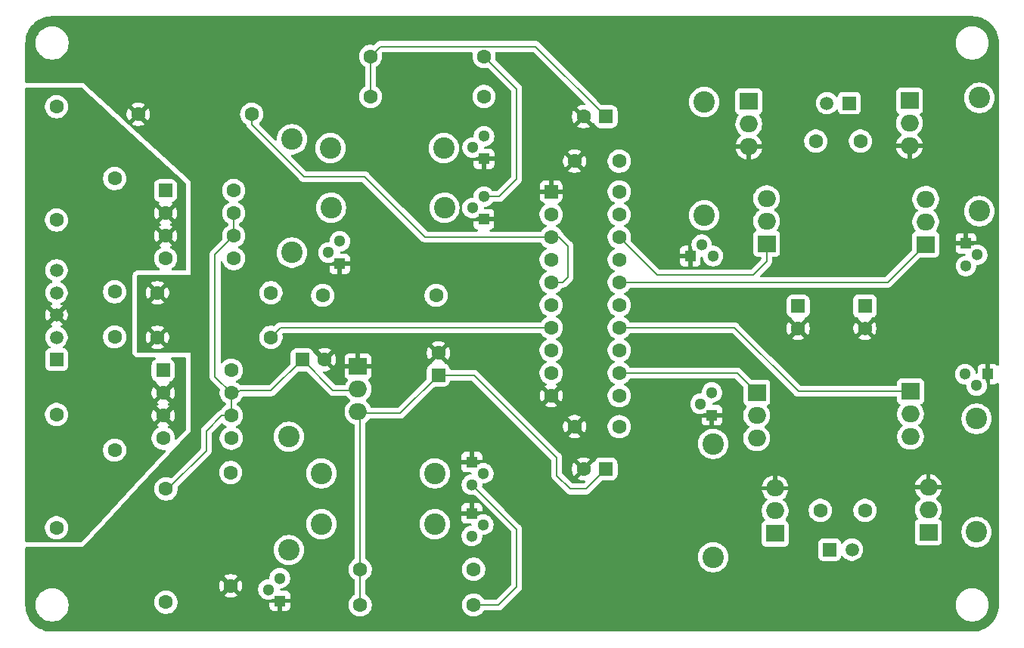
<source format=gbr>
%TF.GenerationSoftware,KiCad,Pcbnew,9.0.2*%
%TF.CreationDate,2025-07-08T23:56:41-07:00*%
%TF.ProjectId,h-bridge,682d6272-6964-4676-952e-6b696361645f,V1.0*%
%TF.SameCoordinates,Original*%
%TF.FileFunction,Copper,L2,Bot*%
%TF.FilePolarity,Positive*%
%FSLAX46Y46*%
G04 Gerber Fmt 4.6, Leading zero omitted, Abs format (unit mm)*
G04 Created by KiCad (PCBNEW 9.0.2) date 2025-07-08 23:56:41*
%MOMM*%
%LPD*%
G01*
G04 APERTURE LIST*
G04 Aperture macros list*
%AMRoundRect*
0 Rectangle with rounded corners*
0 $1 Rounding radius*
0 $2 $3 $4 $5 $6 $7 $8 $9 X,Y pos of 4 corners*
0 Add a 4 corners polygon primitive as box body*
4,1,4,$2,$3,$4,$5,$6,$7,$8,$9,$2,$3,0*
0 Add four circle primitives for the rounded corners*
1,1,$1+$1,$2,$3*
1,1,$1+$1,$4,$5*
1,1,$1+$1,$6,$7*
1,1,$1+$1,$8,$9*
0 Add four rect primitives between the rounded corners*
20,1,$1+$1,$2,$3,$4,$5,0*
20,1,$1+$1,$4,$5,$6,$7,0*
20,1,$1+$1,$6,$7,$8,$9,0*
20,1,$1+$1,$8,$9,$2,$3,0*%
G04 Aperture macros list end*
%TA.AperFunction,ComponentPad*%
%ADD10C,2.400000*%
%TD*%
%TA.AperFunction,ComponentPad*%
%ADD11C,1.508000*%
%TD*%
%TA.AperFunction,ComponentPad*%
%ADD12R,1.508000X1.508000*%
%TD*%
%TA.AperFunction,ComponentPad*%
%ADD13O,2.000000X1.905000*%
%TD*%
%TA.AperFunction,ComponentPad*%
%ADD14R,2.000000X1.905000*%
%TD*%
%TA.AperFunction,ComponentPad*%
%ADD15C,1.600000*%
%TD*%
%TA.AperFunction,ComponentPad*%
%ADD16C,1.300000*%
%TD*%
%TA.AperFunction,ComponentPad*%
%ADD17R,1.300000X1.300000*%
%TD*%
%TA.AperFunction,ComponentPad*%
%ADD18RoundRect,0.250000X-0.550000X-0.550000X0.550000X-0.550000X0.550000X0.550000X-0.550000X0.550000X0*%
%TD*%
%TA.AperFunction,ComponentPad*%
%ADD19RoundRect,0.250000X0.550000X0.550000X-0.550000X0.550000X-0.550000X-0.550000X0.550000X-0.550000X0*%
%TD*%
%TA.AperFunction,ComponentPad*%
%ADD20RoundRect,0.250000X-0.550000X0.550000X-0.550000X-0.550000X0.550000X-0.550000X0.550000X0.550000X0*%
%TD*%
%TA.AperFunction,ComponentPad*%
%ADD21RoundRect,0.250000X0.550000X-0.550000X0.550000X0.550000X-0.550000X0.550000X-0.550000X-0.550000X0*%
%TD*%
%TA.AperFunction,ComponentPad*%
%ADD22C,1.575000*%
%TD*%
%TA.AperFunction,ComponentPad*%
%ADD23R,1.575000X1.575000*%
%TD*%
%TA.AperFunction,Conductor*%
%ADD24C,0.200000*%
%TD*%
G04 APERTURE END LIST*
D10*
%TO.P,R16,2*%
%TO.N,Net-(U12-G)*%
X194950000Y-122231945D03*
%TO.P,R16,1*%
%TO.N,Net-(U20-B)*%
X194950000Y-109531945D03*
%TD*%
D11*
%TO.P,J3,2,2*%
%TO.N,/MOTOR+_2*%
X181000000Y-124200000D03*
D12*
%TO.P,J3,1,1*%
%TO.N,/MOTOR-_2*%
X178500000Y-124200000D03*
%TD*%
D13*
%TO.P,U11,3,S*%
%TO.N,/MOTOR+_2*%
X187550000Y-111530000D03*
%TO.P,U11,2,D*%
%TO.N,+16V*%
X187550000Y-108990000D03*
D14*
%TO.P,U11,1,G*%
%TO.N,/GATE3*%
X187550000Y-106450000D03*
%TD*%
D10*
%TO.P,R15,2*%
%TO.N,Net-(U19-B)*%
X165450000Y-112340000D03*
%TO.P,R15,1*%
%TO.N,Net-(U14-G)*%
X165450000Y-125040000D03*
%TD*%
D15*
%TO.P,C6,2*%
%TO.N,+16V*%
X154950000Y-80660000D03*
%TO.P,C6,1*%
%TO.N,GND*%
X149950000Y-80660000D03*
%TD*%
D13*
%TO.P,U13,3,S*%
%TO.N,/MOTOR-_2*%
X170350000Y-111690000D03*
%TO.P,U13,2,D*%
%TO.N,+16V*%
X170350000Y-109150000D03*
D14*
%TO.P,U13,1,G*%
%TO.N,/GATE4*%
X170350000Y-106610000D03*
%TD*%
D16*
%TO.P,U22,3,C*%
%TO.N,/GATE2*%
X193750000Y-92400000D03*
%TO.P,U22,2,B*%
%TO.N,Net-(U22-B)*%
X195020000Y-91130000D03*
D17*
%TO.P,U22,1,E*%
%TO.N,GND*%
X193750000Y-89860000D03*
%TD*%
D15*
%TO.P,C1,2*%
%TO.N,/MOTOR-_2*%
X177450000Y-119800000D03*
%TO.P,C1,1*%
%TO.N,/MOTOR+_2*%
X182450000Y-119800000D03*
%TD*%
D16*
%TO.P,U21,3,C*%
%TO.N,/GATE1*%
X165450000Y-91290000D03*
%TO.P,U21,2,B*%
%TO.N,Net-(U21-B)*%
X164180000Y-90020000D03*
D17*
%TO.P,U21,1,E*%
%TO.N,GND*%
X162910000Y-91290000D03*
%TD*%
D11*
%TO.P,J5,5*%
%TO.N,/SPEED_1*%
X91950000Y-92900000D03*
%TO.P,J5,4*%
%TO.N,/DIR_1*%
X91950000Y-95400000D03*
%TO.P,J5,3*%
%TO.N,ESP_GND*%
X91950000Y-97900000D03*
%TO.P,J5,2*%
%TO.N,/SPEED_2*%
X91950000Y-100400000D03*
D12*
%TO.P,J5,1*%
%TO.N,/DIR_2*%
X91950000Y-102900000D03*
%TD*%
D16*
%TO.P,U7,3,C*%
%TO.N,Net-(U3-TIMER4)*%
X116950000Y-127400000D03*
%TO.P,U7,2,B*%
%TO.N,Net-(U7-B)*%
X115680000Y-128670000D03*
D17*
%TO.P,U7,1,E*%
%TO.N,GND*%
X116950000Y-129940000D03*
%TD*%
D16*
%TO.P,U23,3,C*%
%TO.N,Net-(U10-G)*%
X139780000Y-84630000D03*
%TO.P,U23,2,B*%
%TO.N,Net-(U23-B)*%
X138510000Y-85900000D03*
D17*
%TO.P,U23,1,E*%
%TO.N,GND*%
X139780000Y-87170000D03*
%TD*%
D15*
%TO.P,U1,8,Emitter*%
%TO.N,Net-(U3-INPUT1)*%
X111780000Y-83950000D03*
%TO.P,U1,7,Collector*%
%TO.N,+3.3V*%
X111780000Y-86490000D03*
%TO.P,U1,6,Collector*%
X111780000Y-89030000D03*
%TO.P,U1,5,Emitter*%
%TO.N,Net-(U3-TIMER1)*%
X111780000Y-91570000D03*
%TO.P,U1,4,Anode*%
%TO.N,Net-(R2-Pad2)*%
X104160000Y-91570000D03*
%TO.P,U1,3,Cathode*%
%TO.N,ESP_GND*%
X104160000Y-89030000D03*
%TO.P,U1,2,Cathode*%
X104160000Y-86490000D03*
D18*
%TO.P,U1,1,Anode*%
%TO.N,Net-(R1-Pad2)*%
X104160000Y-83950000D03*
%TD*%
D16*
%TO.P,U18,3,C*%
%TO.N,Net-(U12-G)*%
X138450000Y-116920000D03*
%TO.P,U18,2,B*%
%TO.N,Net-(U18-B)*%
X139720000Y-115650000D03*
D17*
%TO.P,U18,1,E*%
%TO.N,GND*%
X138450000Y-114380000D03*
%TD*%
D13*
%TO.P,U10,3,S*%
%TO.N,GND*%
X187450000Y-78960000D03*
%TO.P,U10,2,D*%
%TO.N,/MOTOR-_1*%
X187450000Y-76420000D03*
D14*
%TO.P,U10,1,G*%
%TO.N,Net-(U10-G)*%
X187450000Y-73880000D03*
%TD*%
D16*
%TO.P,U5,3,C*%
%TO.N,Net-(U3-TIMER2)*%
X123660000Y-89630000D03*
%TO.P,U5,2,B*%
%TO.N,Net-(U5-B)*%
X122390000Y-90900000D03*
D17*
%TO.P,U5,1,E*%
%TO.N,GND*%
X123660000Y-92170000D03*
%TD*%
D13*
%TO.P,U14,3,S*%
%TO.N,GND*%
X172400000Y-117320000D03*
%TO.P,U14,2,D*%
%TO.N,/MOTOR-_2*%
X172400000Y-119860000D03*
D14*
%TO.P,U14,1,G*%
%TO.N,Net-(U14-G)*%
X172400000Y-122400000D03*
%TD*%
D15*
%TO.P,U6,8,Emitter*%
%TO.N,Net-(U3-INPUT3)*%
X111510000Y-104090000D03*
%TO.P,U6,7,Collector*%
%TO.N,+3.3V*%
X111510000Y-106630000D03*
%TO.P,U6,6,Collector*%
X111510000Y-109170000D03*
%TO.P,U6,5,Emitter*%
%TO.N,Net-(U3-TIMER3)*%
X111510000Y-111710000D03*
%TO.P,U6,4,Anode*%
%TO.N,Net-(R7-Pad2)*%
X103890000Y-111710000D03*
%TO.P,U6,3,Cathode*%
%TO.N,ESP_GND*%
X103890000Y-109170000D03*
%TO.P,U6,2,Cathode*%
X103890000Y-106630000D03*
D18*
%TO.P,U6,1,Anode*%
%TO.N,Net-(R6-Pad2)*%
X103890000Y-104090000D03*
%TD*%
D15*
%TO.P,R5,2*%
%TO.N,Net-(U3-TIMER2)*%
X134450000Y-95700000D03*
%TO.P,R5,1*%
%TO.N,+3.3V*%
X121750000Y-95700000D03*
%TD*%
D16*
%TO.P,U24,3,C*%
%TO.N,Net-(U24-C)*%
X139800000Y-77860000D03*
%TO.P,U24,2,B*%
%TO.N,Net-(U24-B)*%
X138530000Y-79130000D03*
D17*
%TO.P,U24,1,E*%
%TO.N,GND*%
X139800000Y-80400000D03*
%TD*%
D13*
%TO.P,U4,3,S*%
%TO.N,/MOTOR+_1*%
X171450000Y-84820000D03*
%TO.P,U4,2,D*%
%TO.N,+16V*%
X171450000Y-87360000D03*
D14*
%TO.P,U4,1,G*%
%TO.N,/GATE1*%
X171450000Y-89900000D03*
%TD*%
D15*
%TO.P,R9,2*%
%TO.N,GND*%
X103250000Y-100400000D03*
%TO.P,R9,1*%
%TO.N,Net-(U3-INPUT3)*%
X115950000Y-100400000D03*
%TD*%
%TO.P,R8,2*%
%TO.N,GND*%
X111450000Y-128250000D03*
%TO.P,R8,1*%
%TO.N,Net-(U3-TIMER3)*%
X111450000Y-115550000D03*
%TD*%
D10*
%TO.P,R22,2*%
%TO.N,Net-(U17-B)*%
X134300000Y-121340000D03*
%TO.P,R22,1*%
%TO.N,Net-(U3-TIMER4)*%
X121600000Y-121340000D03*
%TD*%
D16*
%TO.P,U19,3,C*%
%TO.N,/GATE4*%
X165310000Y-106590000D03*
%TO.P,U19,2,B*%
%TO.N,Net-(U19-B)*%
X164040000Y-107860000D03*
D17*
%TO.P,U19,1,E*%
%TO.N,GND*%
X165310000Y-109130000D03*
%TD*%
D13*
%TO.P,U2,3,VIN*%
%TO.N,+16V*%
X125700000Y-108730000D03*
%TO.P,U2,2,VOUT*%
%TO.N,+3.3V*%
X125700000Y-106190000D03*
D14*
%TO.P,U2,1,GND/ADJ*%
%TO.N,GND*%
X125700000Y-103650000D03*
%TD*%
D10*
%TO.P,R24,2*%
%TO.N,Net-(U23-B)*%
X135380000Y-85880000D03*
%TO.P,R24,1*%
%TO.N,Net-(U3-TIMER2)*%
X122680000Y-85880000D03*
%TD*%
D15*
%TO.P,R7,2*%
%TO.N,Net-(R7-Pad2)*%
X91950000Y-121750000D03*
%TO.P,R7,1*%
%TO.N,/DIR_2*%
X91950000Y-109050000D03*
%TD*%
D13*
%TO.P,U9,3,S*%
%TO.N,/MOTOR-_1*%
X189250000Y-84900000D03*
%TO.P,U9,2,D*%
%TO.N,+16V*%
X189250000Y-87440000D03*
D14*
%TO.P,U9,1,G*%
%TO.N,/GATE2*%
X189250000Y-89980000D03*
%TD*%
D15*
%TO.P,C8,2*%
%TO.N,GND*%
X150950000Y-115160000D03*
D19*
%TO.P,C8,1*%
%TO.N,+16V*%
X153450000Y-115160000D03*
%TD*%
D15*
%TO.P,R20,2*%
%TO.N,Net-(U24-C)*%
X139800000Y-73400000D03*
%TO.P,R20,1*%
%TO.N,+16V*%
X127100000Y-73400000D03*
%TD*%
D10*
%TO.P,R23,2*%
%TO.N,Net-(U24-B)*%
X135300000Y-79190000D03*
%TO.P,R23,1*%
%TO.N,Net-(U3-TIMER1)*%
X122600000Y-79190000D03*
%TD*%
%TO.P,R21,2*%
%TO.N,Net-(U18-B)*%
X134300000Y-115650000D03*
%TO.P,R21,1*%
%TO.N,Net-(U3-TIMER3)*%
X121600000Y-115650000D03*
%TD*%
D16*
%TO.P,U17,3,C*%
%TO.N,Net-(U14-G)*%
X138450000Y-122670000D03*
%TO.P,U17,2,B*%
%TO.N,Net-(U17-B)*%
X139720000Y-121400000D03*
D17*
%TO.P,U17,1,E*%
%TO.N,GND*%
X138450000Y-120130000D03*
%TD*%
D10*
%TO.P,R18,2*%
%TO.N,Net-(U22-B)*%
X195250000Y-86250000D03*
%TO.P,R18,1*%
%TO.N,Net-(U10-G)*%
X195250000Y-73550000D03*
%TD*%
D15*
%TO.P,R10,2*%
%TO.N,Net-(U3-TIMER4)*%
X104200000Y-130100000D03*
%TO.P,R10,1*%
%TO.N,+3.3V*%
X104200000Y-117400000D03*
%TD*%
%TO.P,C2,2*%
%TO.N,/MOTOR-_1*%
X181950000Y-78400000D03*
%TO.P,C2,1*%
%TO.N,/MOTOR+_1*%
X176950000Y-78400000D03*
%TD*%
%TO.P,C5,2*%
%TO.N,GND*%
X174975000Y-99400000D03*
D20*
%TO.P,C5,1*%
%TO.N,+16V*%
X174975000Y-96900000D03*
%TD*%
D15*
%TO.P,C7,2*%
%TO.N,+16V*%
X154950000Y-110410000D03*
%TO.P,C7,1*%
%TO.N,GND*%
X149950000Y-110410000D03*
%TD*%
%TO.P,U3,20,V+*%
%TO.N,+16V*%
X154950000Y-84080000D03*
%TO.P,U3,19,SENSE1*%
X154950000Y-86620000D03*
%TO.P,U3,18,GATE1*%
%TO.N,/GATE1*%
X154950000Y-89160000D03*
%TO.P,U3,17,SENSE2*%
%TO.N,+16V*%
X154950000Y-91700000D03*
%TO.P,U3,16,GATE2*%
%TO.N,/GATE2*%
X154950000Y-94240000D03*
%TO.P,U3,15,SENSE3*%
%TO.N,+16V*%
X154950000Y-96780000D03*
%TO.P,U3,14,GATE3*%
%TO.N,/GATE3*%
X154950000Y-99320000D03*
%TO.P,U3,13,SENSE4*%
%TO.N,+16V*%
X154950000Y-101860000D03*
%TO.P,U3,12,GATE4*%
%TO.N,/GATE4*%
X154950000Y-104400000D03*
%TO.P,U3,11,V+*%
%TO.N,+16V*%
X154950000Y-106940000D03*
%TO.P,U3,10,GND*%
%TO.N,GND*%
X147330000Y-106940000D03*
%TO.P,U3,9,INPUT4*%
%TO.N,Net-(U3-INPUT3)*%
X147330000Y-104400000D03*
%TO.P,U3,8,TIMER4*%
%TO.N,Net-(U3-TIMER4)*%
X147330000Y-101860000D03*
%TO.P,U3,7,INPUT3*%
%TO.N,Net-(U3-INPUT3)*%
X147330000Y-99320000D03*
%TO.P,U3,6,TIMER3*%
%TO.N,Net-(U3-TIMER3)*%
X147330000Y-96780000D03*
%TO.P,U3,5,INPUT2*%
%TO.N,Net-(U3-INPUT1)*%
X147330000Y-94240000D03*
%TO.P,U3,4,TIMER2*%
%TO.N,Net-(U3-TIMER2)*%
X147330000Y-91700000D03*
%TO.P,U3,3,INPUT1*%
%TO.N,Net-(U3-INPUT1)*%
X147330000Y-89160000D03*
%TO.P,U3,2,TIMER1*%
%TO.N,Net-(U3-TIMER1)*%
X147330000Y-86620000D03*
D18*
%TO.P,U3,1,GND*%
%TO.N,GND*%
X147330000Y-84080000D03*
%TD*%
D15*
%TO.P,R1,2*%
%TO.N,Net-(R1-Pad2)*%
X91950000Y-74550000D03*
%TO.P,R1,1*%
%TO.N,/SPEED_1*%
X91950000Y-87250000D03*
%TD*%
%TO.P,C3,2*%
%TO.N,GND*%
X134700000Y-102150000D03*
D21*
%TO.P,C3,1*%
%TO.N,+16V*%
X134700000Y-104650000D03*
%TD*%
D15*
%TO.P,C9,2*%
%TO.N,GND*%
X150950000Y-75660000D03*
D19*
%TO.P,C9,1*%
%TO.N,+16V*%
X153450000Y-75660000D03*
%TD*%
D15*
%TO.P,R4,2*%
%TO.N,GND*%
X101100000Y-75400000D03*
%TO.P,R4,1*%
%TO.N,Net-(U3-INPUT1)*%
X113800000Y-75400000D03*
%TD*%
%TO.P,R6,2*%
%TO.N,Net-(R6-Pad2)*%
X98450000Y-113050000D03*
%TO.P,R6,1*%
%TO.N,/SPEED_2*%
X98450000Y-100350000D03*
%TD*%
D10*
%TO.P,R14,2*%
%TO.N,Net-(U5-B)*%
X118300000Y-90900000D03*
%TO.P,R14,1*%
%TO.N,Net-(U3-TIMER1)*%
X118300000Y-78200000D03*
%TD*%
D22*
%TO.P,J1,2,2*%
%TO.N,GND*%
X182450000Y-99400000D03*
D23*
%TO.P,J1,1,1*%
%TO.N,+16V*%
X182450000Y-96900000D03*
%TD*%
D15*
%TO.P,R3,2*%
%TO.N,GND*%
X103250000Y-95400000D03*
%TO.P,R3,1*%
%TO.N,Net-(U3-TIMER1)*%
X115950000Y-95400000D03*
%TD*%
D11*
%TO.P,J2,2,2*%
%TO.N,/MOTOR+_1*%
X178200000Y-74150000D03*
D12*
%TO.P,J2,1,1*%
%TO.N,/MOTOR-_1*%
X180700000Y-74150000D03*
%TD*%
D13*
%TO.P,U12,3,S*%
%TO.N,GND*%
X189550000Y-117170000D03*
%TO.P,U12,2,D*%
%TO.N,/MOTOR+_2*%
X189550000Y-119710000D03*
D14*
%TO.P,U12,1,G*%
%TO.N,Net-(U12-G)*%
X189550000Y-122250000D03*
%TD*%
D15*
%TO.P,R12,2*%
%TO.N,Net-(U12-G)*%
X138650000Y-130400000D03*
%TO.P,R12,1*%
%TO.N,+16V*%
X125950000Y-130400000D03*
%TD*%
%TO.P,R19,2*%
%TO.N,Net-(U10-G)*%
X139800000Y-68900000D03*
%TO.P,R19,1*%
%TO.N,+16V*%
X127100000Y-68900000D03*
%TD*%
D10*
%TO.P,R13,2*%
%TO.N,Net-(U7-B)*%
X117950000Y-124250000D03*
%TO.P,R13,1*%
%TO.N,Net-(U3-TIMER3)*%
X117950000Y-111550000D03*
%TD*%
D13*
%TO.P,U8,3,S*%
%TO.N,GND*%
X169450000Y-79020000D03*
%TO.P,U8,2,D*%
%TO.N,/MOTOR+_1*%
X169450000Y-76480000D03*
D14*
%TO.P,U8,1,G*%
%TO.N,Net-(U24-C)*%
X169450000Y-73940000D03*
%TD*%
D15*
%TO.P,R11,2*%
%TO.N,Net-(U14-G)*%
X138650000Y-126400000D03*
%TO.P,R11,1*%
%TO.N,+16V*%
X125950000Y-126400000D03*
%TD*%
D10*
%TO.P,R17,2*%
%TO.N,Net-(U24-C)*%
X164450000Y-74020000D03*
%TO.P,R17,1*%
%TO.N,Net-(U21-B)*%
X164450000Y-86720000D03*
%TD*%
D16*
%TO.P,U20,3,C*%
%TO.N,/GATE3*%
X193680000Y-104531945D03*
%TO.P,U20,2,B*%
%TO.N,Net-(U20-B)*%
X194950000Y-105801945D03*
D17*
%TO.P,U20,1,E*%
%TO.N,GND*%
X196220000Y-104531945D03*
%TD*%
D15*
%TO.P,R2,2*%
%TO.N,Net-(R2-Pad2)*%
X98450000Y-82600000D03*
%TO.P,R2,1*%
%TO.N,/DIR_1*%
X98450000Y-95300000D03*
%TD*%
%TO.P,C4,2*%
%TO.N,GND*%
X121950000Y-102900000D03*
D18*
%TO.P,C4,1*%
%TO.N,+3.3V*%
X119450000Y-102900000D03*
%TD*%
D24*
%TO.N,+3.3V*%
X111510000Y-106630000D02*
X111510000Y-109170000D01*
X111510000Y-106630000D02*
X109700000Y-104820000D01*
X111510000Y-106630000D02*
X112220000Y-106630000D01*
X110430000Y-109170000D02*
X111510000Y-109170000D01*
X109700000Y-104820000D02*
X109700000Y-91110000D01*
X112220000Y-106630000D02*
X112450000Y-106400000D01*
X108700000Y-110900000D02*
X110430000Y-109170000D01*
X109700000Y-91110000D02*
X111780000Y-89030000D01*
X112450000Y-106400000D02*
X115950000Y-106400000D01*
X108700000Y-113150000D02*
X108700000Y-110900000D01*
X111780000Y-86490000D02*
X111780000Y-89030000D01*
X115950000Y-106400000D02*
X119450000Y-102900000D01*
X104450000Y-117400000D02*
X108700000Y-113150000D01*
X122910000Y-106360000D02*
X119450000Y-102900000D01*
X104200000Y-117400000D02*
X104450000Y-117400000D01*
X125530000Y-106360000D02*
X122910000Y-106360000D01*
X125700000Y-106190000D02*
X125530000Y-106360000D01*
%TO.N,Net-(U12-G)*%
X143450000Y-128400000D02*
X143450000Y-121920000D01*
X141450000Y-130400000D02*
X143450000Y-128400000D01*
X143450000Y-121920000D02*
X138450000Y-116920000D01*
X138650000Y-130400000D02*
X141450000Y-130400000D01*
%TO.N,Net-(U10-G)*%
X139780000Y-84630000D02*
X139780000Y-84730000D01*
X139780000Y-84630000D02*
X141470000Y-84630000D01*
X139780000Y-84730000D02*
X139950000Y-84900000D01*
X143450000Y-82650000D02*
X143450000Y-72550000D01*
X143450000Y-72550000D02*
X139800000Y-68900000D01*
X141470000Y-84630000D02*
X143450000Y-82650000D01*
%TO.N,/GATE2*%
X154950000Y-94240000D02*
X184990000Y-94240000D01*
%TO.N,/GATE4*%
X154950000Y-104400000D02*
X168140000Y-104400000D01*
%TO.N,/GATE1*%
X154950000Y-89160000D02*
X159190000Y-93400000D01*
%TO.N,/GATE3*%
X175000000Y-106450000D02*
X187550000Y-106450000D01*
%TO.N,/GATE2*%
X184990000Y-94240000D02*
X189250000Y-89980000D01*
%TO.N,/GATE1*%
X171450000Y-91900000D02*
X171450000Y-89900000D01*
%TO.N,/GATE3*%
X154950000Y-99320000D02*
X167870000Y-99320000D01*
%TO.N,/GATE1*%
X169950000Y-93400000D02*
X171450000Y-91900000D01*
%TO.N,/GATE3*%
X167870000Y-99320000D02*
X175000000Y-106450000D01*
%TO.N,/GATE1*%
X159190000Y-93400000D02*
X169950000Y-93400000D01*
%TO.N,/GATE4*%
X168140000Y-104400000D02*
X170350000Y-106610000D01*
%TO.N,Net-(U3-INPUT3)*%
X117030000Y-99320000D02*
X115950000Y-100400000D01*
%TO.N,Net-(U3-INPUT1)*%
X133210000Y-89160000D02*
X147330000Y-89160000D01*
X148210000Y-89160000D02*
X149200000Y-90150000D01*
X126450000Y-82400000D02*
X133210000Y-89160000D01*
X113800000Y-75400000D02*
X113800000Y-76531370D01*
X148610000Y-94240000D02*
X147330000Y-94240000D01*
X119668630Y-82400000D02*
X126450000Y-82400000D01*
%TO.N,Net-(U3-INPUT3)*%
X147330000Y-99320000D02*
X117030000Y-99320000D01*
%TO.N,Net-(U3-INPUT1)*%
X113800000Y-76531370D02*
X119668630Y-82400000D01*
%TO.N,+16V*%
X125950000Y-108980000D02*
X125950000Y-126400000D01*
X149450000Y-117400000D02*
X151210000Y-117400000D01*
%TO.N,Net-(U3-INPUT1)*%
X149200000Y-93650000D02*
X148610000Y-94240000D01*
X149200000Y-90150000D02*
X149200000Y-93650000D01*
X147330000Y-89160000D02*
X148210000Y-89160000D01*
%TO.N,+16V*%
X138700000Y-104650000D02*
X147950000Y-113900000D01*
X153450000Y-115160000D02*
X153450000Y-114900000D01*
X125700000Y-108730000D02*
X125950000Y-108980000D01*
X125700000Y-108730000D02*
X125870000Y-108900000D01*
X145589000Y-67799000D02*
X153450000Y-75660000D01*
X147950000Y-115900000D02*
X149450000Y-117400000D01*
X128201000Y-67799000D02*
X145589000Y-67799000D01*
X127100000Y-68900000D02*
X128201000Y-67799000D01*
X147950000Y-113900000D02*
X147950000Y-115900000D01*
X134700000Y-104650000D02*
X138700000Y-104650000D01*
X151210000Y-117400000D02*
X153450000Y-115160000D01*
X125870000Y-108900000D02*
X130450000Y-108900000D01*
X127100000Y-68900000D02*
X127100000Y-73400000D01*
X125950000Y-130400000D02*
X125950000Y-126400000D01*
X130450000Y-108900000D02*
X134700000Y-104650000D01*
%TD*%
%TA.AperFunction,Conductor*%
%TO.N,GND*%
G36*
X194453244Y-64400670D02*
G01*
X194757046Y-64416592D01*
X194769953Y-64417949D01*
X194901089Y-64438718D01*
X195067209Y-64465028D01*
X195079896Y-64467724D01*
X195370625Y-64545625D01*
X195382965Y-64549635D01*
X195663938Y-64657490D01*
X195675790Y-64662767D01*
X195943968Y-64799411D01*
X195955199Y-64805896D01*
X196207608Y-64969812D01*
X196218109Y-64977441D01*
X196452010Y-65166850D01*
X196461655Y-65175535D01*
X196674464Y-65388344D01*
X196683149Y-65397989D01*
X196872558Y-65631890D01*
X196880187Y-65642391D01*
X197044101Y-65894796D01*
X197050591Y-65906036D01*
X197187231Y-66174206D01*
X197192510Y-66186064D01*
X197300363Y-66467033D01*
X197304374Y-66479376D01*
X197382273Y-66770097D01*
X197384971Y-66782794D01*
X197432050Y-67080046D01*
X197433407Y-67092953D01*
X197449330Y-67396756D01*
X197449500Y-67403246D01*
X197449500Y-103449168D01*
X197429815Y-103516207D01*
X197377011Y-103561962D01*
X197307853Y-103571906D01*
X197244297Y-103542881D01*
X197230561Y-103528128D01*
X197227187Y-103524754D01*
X197112093Y-103438594D01*
X197112086Y-103438590D01*
X196977379Y-103388348D01*
X196977372Y-103388346D01*
X196917844Y-103381945D01*
X196470000Y-103381945D01*
X196470000Y-104251615D01*
X196450255Y-104231870D01*
X196364745Y-104182501D01*
X196269370Y-104156945D01*
X196170630Y-104156945D01*
X196075255Y-104182501D01*
X195989745Y-104231870D01*
X195970000Y-104251615D01*
X195970000Y-103381945D01*
X195522155Y-103381945D01*
X195462627Y-103388346D01*
X195462620Y-103388348D01*
X195327913Y-103438590D01*
X195327906Y-103438594D01*
X195212812Y-103524754D01*
X195212809Y-103524757D01*
X195126649Y-103639851D01*
X195126645Y-103639858D01*
X195076403Y-103774565D01*
X195076401Y-103774572D01*
X195070000Y-103834100D01*
X195070000Y-104377970D01*
X195050315Y-104445009D01*
X194997511Y-104490764D01*
X194928353Y-104500708D01*
X194864797Y-104471683D01*
X194827023Y-104412905D01*
X194823527Y-104397368D01*
X194806260Y-104288355D01*
X194802171Y-104262536D01*
X194748645Y-104097796D01*
X194746212Y-104090308D01*
X194746211Y-104090305D01*
X194706240Y-104011859D01*
X194663996Y-103928951D01*
X194569945Y-103799500D01*
X194557558Y-103782450D01*
X194557554Y-103782445D01*
X194429499Y-103654390D01*
X194429494Y-103654386D01*
X194282997Y-103547951D01*
X194282996Y-103547950D01*
X194282994Y-103547949D01*
X194203193Y-103507288D01*
X194121639Y-103465733D01*
X194121636Y-103465732D01*
X193949410Y-103409774D01*
X193770551Y-103381445D01*
X193770546Y-103381445D01*
X193589454Y-103381445D01*
X193589449Y-103381445D01*
X193410589Y-103409774D01*
X193238363Y-103465732D01*
X193238360Y-103465733D01*
X193077002Y-103547951D01*
X192930505Y-103654386D01*
X192930500Y-103654390D01*
X192802445Y-103782445D01*
X192802441Y-103782450D01*
X192696006Y-103928947D01*
X192613788Y-104090305D01*
X192613787Y-104090308D01*
X192557829Y-104262534D01*
X192529500Y-104441393D01*
X192529500Y-104622496D01*
X192557829Y-104801355D01*
X192613787Y-104973581D01*
X192613788Y-104973584D01*
X192696006Y-105134942D01*
X192802441Y-105281439D01*
X192802445Y-105281444D01*
X192930500Y-105409499D01*
X192930505Y-105409503D01*
X192985743Y-105449635D01*
X193077006Y-105515941D01*
X193163074Y-105559795D01*
X193238360Y-105598156D01*
X193238363Y-105598157D01*
X193321888Y-105625295D01*
X193410591Y-105654116D01*
X193493429Y-105667236D01*
X193589449Y-105682445D01*
X193675500Y-105682445D01*
X193742539Y-105702130D01*
X193788294Y-105754934D01*
X193799500Y-105806445D01*
X193799500Y-105892496D01*
X193827829Y-106071355D01*
X193883787Y-106243581D01*
X193883788Y-106243584D01*
X193966006Y-106404942D01*
X194072441Y-106551439D01*
X194072445Y-106551444D01*
X194200500Y-106679499D01*
X194200505Y-106679503D01*
X194280785Y-106737829D01*
X194347006Y-106785941D01*
X194448486Y-106837648D01*
X194508360Y-106868156D01*
X194508363Y-106868157D01*
X194546414Y-106880520D01*
X194680591Y-106924116D01*
X194763429Y-106937236D01*
X194859449Y-106952445D01*
X194859454Y-106952445D01*
X195040551Y-106952445D01*
X195127259Y-106938710D01*
X195219409Y-106924116D01*
X195391639Y-106868156D01*
X195552994Y-106785941D01*
X195699501Y-106679498D01*
X195827553Y-106551446D01*
X195933996Y-106404939D01*
X196016211Y-106243584D01*
X196072171Y-106071354D01*
X196090864Y-105953333D01*
X196100500Y-105892496D01*
X196100500Y-105711393D01*
X196076444Y-105559515D01*
X196072171Y-105532536D01*
X196036422Y-105422511D01*
X196016212Y-105360308D01*
X196016210Y-105360305D01*
X195983515Y-105296136D01*
X195970000Y-105239841D01*
X195970000Y-104812275D01*
X195989745Y-104832020D01*
X196075255Y-104881389D01*
X196170630Y-104906945D01*
X196269370Y-104906945D01*
X196364745Y-104881389D01*
X196450255Y-104832020D01*
X196470000Y-104812275D01*
X196470000Y-105681945D01*
X196917828Y-105681945D01*
X196917844Y-105681944D01*
X196977372Y-105675543D01*
X196977379Y-105675541D01*
X197112086Y-105625299D01*
X197112093Y-105625295D01*
X197227187Y-105539135D01*
X197233460Y-105532863D01*
X197234682Y-105534085D01*
X197282166Y-105498539D01*
X197351858Y-105493555D01*
X197413181Y-105527039D01*
X197446666Y-105588362D01*
X197449500Y-105614721D01*
X197449500Y-130396753D01*
X197449330Y-130403243D01*
X197433407Y-130707046D01*
X197432050Y-130719953D01*
X197384971Y-131017205D01*
X197382273Y-131029902D01*
X197304374Y-131320623D01*
X197300363Y-131332966D01*
X197192510Y-131613935D01*
X197187231Y-131625793D01*
X197050591Y-131893963D01*
X197044101Y-131905203D01*
X196880187Y-132157608D01*
X196872558Y-132168109D01*
X196683149Y-132402010D01*
X196674464Y-132411655D01*
X196461655Y-132624464D01*
X196452010Y-132633149D01*
X196218109Y-132822558D01*
X196207608Y-132830187D01*
X195955203Y-132994101D01*
X195943963Y-133000591D01*
X195675793Y-133137231D01*
X195663935Y-133142510D01*
X195382966Y-133250363D01*
X195370623Y-133254374D01*
X195079902Y-133332273D01*
X195067205Y-133334971D01*
X194769953Y-133382050D01*
X194757046Y-133383407D01*
X194453244Y-133399330D01*
X194446754Y-133399500D01*
X91453246Y-133399500D01*
X91446756Y-133399330D01*
X91142953Y-133383407D01*
X91130046Y-133382050D01*
X90832794Y-133334971D01*
X90820097Y-133332273D01*
X90529376Y-133254374D01*
X90517033Y-133250363D01*
X90236064Y-133142510D01*
X90224206Y-133137231D01*
X89956036Y-133000591D01*
X89944796Y-132994101D01*
X89692391Y-132830187D01*
X89681890Y-132822558D01*
X89447989Y-132633149D01*
X89438344Y-132624464D01*
X89225535Y-132411655D01*
X89216850Y-132402010D01*
X89027441Y-132168109D01*
X89019812Y-132157608D01*
X88958517Y-132063222D01*
X88855896Y-131905199D01*
X88849408Y-131893963D01*
X88712768Y-131625793D01*
X88707489Y-131613935D01*
X88636994Y-131430289D01*
X88599635Y-131332965D01*
X88595625Y-131320623D01*
X88591497Y-131305218D01*
X88517724Y-131029896D01*
X88515028Y-131017205D01*
X88512382Y-131000501D01*
X88467949Y-130719953D01*
X88466592Y-130707046D01*
X88450670Y-130403243D01*
X88450500Y-130396753D01*
X88450500Y-130278711D01*
X89599500Y-130278711D01*
X89599500Y-130521288D01*
X89631161Y-130761785D01*
X89693947Y-130996104D01*
X89733657Y-131091971D01*
X89786776Y-131220212D01*
X89908064Y-131430289D01*
X89908066Y-131430292D01*
X89908067Y-131430293D01*
X90055733Y-131622736D01*
X90055739Y-131622743D01*
X90227256Y-131794260D01*
X90227262Y-131794265D01*
X90419711Y-131941936D01*
X90629788Y-132063224D01*
X90853900Y-132156054D01*
X91088211Y-132218838D01*
X91268586Y-132242584D01*
X91328711Y-132250500D01*
X91328712Y-132250500D01*
X91571289Y-132250500D01*
X91619388Y-132244167D01*
X91811789Y-132218838D01*
X92046100Y-132156054D01*
X92270212Y-132063224D01*
X92480289Y-131941936D01*
X92672738Y-131794265D01*
X92844265Y-131622738D01*
X92991936Y-131430289D01*
X93113224Y-131220212D01*
X93206054Y-130996100D01*
X93268838Y-130761789D01*
X93300500Y-130521288D01*
X93300500Y-130278712D01*
X93268838Y-130038211D01*
X93267422Y-130032927D01*
X93265266Y-130024878D01*
X93265263Y-130024870D01*
X93257969Y-129997648D01*
X102899500Y-129997648D01*
X102899500Y-130202351D01*
X102931522Y-130404534D01*
X102994781Y-130599223D01*
X103044795Y-130697379D01*
X103081143Y-130768716D01*
X103087715Y-130781613D01*
X103208028Y-130947213D01*
X103352786Y-131091971D01*
X103507749Y-131204556D01*
X103518390Y-131212287D01*
X103634607Y-131271503D01*
X103700776Y-131305218D01*
X103700778Y-131305218D01*
X103700781Y-131305220D01*
X103805137Y-131339127D01*
X103895465Y-131368477D01*
X103996557Y-131384488D01*
X104097648Y-131400500D01*
X104097649Y-131400500D01*
X104302351Y-131400500D01*
X104302352Y-131400500D01*
X104504534Y-131368477D01*
X104699219Y-131305220D01*
X104881610Y-131212287D01*
X104974590Y-131144732D01*
X105047213Y-131091971D01*
X105047215Y-131091968D01*
X105047219Y-131091966D01*
X105191966Y-130947219D01*
X105191968Y-130947215D01*
X105191971Y-130947213D01*
X105275614Y-130832086D01*
X105312287Y-130781610D01*
X105405220Y-130599219D01*
X105468477Y-130404534D01*
X105500500Y-130202352D01*
X105500500Y-129997648D01*
X105468477Y-129795466D01*
X105468408Y-129795255D01*
X105434209Y-129690000D01*
X105405220Y-129600781D01*
X105405218Y-129600778D01*
X105405218Y-129600776D01*
X105363036Y-129517990D01*
X105312287Y-129418390D01*
X105276920Y-129369711D01*
X105266307Y-129355103D01*
X105266304Y-129355100D01*
X105217346Y-129287715D01*
X105191966Y-129252781D01*
X105047219Y-129108034D01*
X105047213Y-129108028D01*
X104881613Y-128987715D01*
X104881612Y-128987714D01*
X104881610Y-128987713D01*
X104824653Y-128958691D01*
X104699223Y-128894781D01*
X104504534Y-128831522D01*
X104329995Y-128803878D01*
X104302352Y-128799500D01*
X104097648Y-128799500D01*
X104073329Y-128803351D01*
X103895465Y-128831522D01*
X103700776Y-128894781D01*
X103518386Y-128987715D01*
X103352786Y-129108028D01*
X103208028Y-129252786D01*
X103087715Y-129418386D01*
X102994781Y-129600776D01*
X102931522Y-129795465D01*
X102899500Y-129997648D01*
X93257969Y-129997648D01*
X93229293Y-129890630D01*
X93206054Y-129803900D01*
X93204231Y-129799500D01*
X93170633Y-129718386D01*
X93113224Y-129579788D01*
X92991936Y-129369711D01*
X92917723Y-129272994D01*
X92844266Y-129177263D01*
X92844260Y-129177256D01*
X92672743Y-129005739D01*
X92672736Y-129005733D01*
X92480293Y-128858067D01*
X92480292Y-128858066D01*
X92480289Y-128858064D01*
X92270212Y-128736776D01*
X92270205Y-128736773D01*
X92046104Y-128643947D01*
X91811785Y-128581161D01*
X91571289Y-128549500D01*
X91571288Y-128549500D01*
X91328712Y-128549500D01*
X91328711Y-128549500D01*
X91088214Y-128581161D01*
X90853895Y-128643947D01*
X90629794Y-128736773D01*
X90629785Y-128736777D01*
X90419706Y-128858067D01*
X90227263Y-129005733D01*
X90227256Y-129005739D01*
X90055739Y-129177256D01*
X90055733Y-129177263D01*
X89908067Y-129369706D01*
X89786777Y-129579785D01*
X89786773Y-129579794D01*
X89693947Y-129803895D01*
X89631161Y-130038214D01*
X89599500Y-130278711D01*
X88450500Y-130278711D01*
X88450500Y-128147682D01*
X110150000Y-128147682D01*
X110150000Y-128352317D01*
X110182009Y-128554417D01*
X110245244Y-128749031D01*
X110338141Y-128931350D01*
X110338147Y-128931359D01*
X110370523Y-128975921D01*
X110370524Y-128975922D01*
X111050000Y-128296446D01*
X111050000Y-128302661D01*
X111077259Y-128404394D01*
X111129920Y-128495606D01*
X111204394Y-128570080D01*
X111295606Y-128622741D01*
X111397339Y-128650000D01*
X111403553Y-128650000D01*
X110724076Y-129329474D01*
X110768650Y-129361859D01*
X110950968Y-129454755D01*
X111145582Y-129517990D01*
X111347683Y-129550000D01*
X111552317Y-129550000D01*
X111754417Y-129517990D01*
X111949031Y-129454755D01*
X112131349Y-129361859D01*
X112175921Y-129329474D01*
X111496447Y-128650000D01*
X111502661Y-128650000D01*
X111604394Y-128622741D01*
X111695606Y-128570080D01*
X111770080Y-128495606D01*
X111822741Y-128404394D01*
X111850000Y-128302661D01*
X111850000Y-128296447D01*
X112529474Y-128975921D01*
X112561859Y-128931349D01*
X112654755Y-128749031D01*
X112709857Y-128579448D01*
X114529500Y-128579448D01*
X114529500Y-128760551D01*
X114557829Y-128939410D01*
X114613787Y-129111636D01*
X114613788Y-129111639D01*
X114656152Y-129194781D01*
X114685707Y-129252786D01*
X114696006Y-129272997D01*
X114802441Y-129419494D01*
X114802445Y-129419499D01*
X114930500Y-129547554D01*
X114930505Y-129547558D01*
X115003761Y-129600781D01*
X115077006Y-129653996D01*
X115174192Y-129703515D01*
X115238360Y-129736211D01*
X115238363Y-129736212D01*
X115321367Y-129763181D01*
X115410591Y-129792171D01*
X115493429Y-129805291D01*
X115589449Y-129820500D01*
X115589454Y-129820500D01*
X115770551Y-129820500D01*
X115857259Y-129806765D01*
X115949409Y-129792171D01*
X116121639Y-129736211D01*
X116185808Y-129703514D01*
X116242103Y-129690000D01*
X116669670Y-129690000D01*
X116649925Y-129709745D01*
X116600556Y-129795255D01*
X116575000Y-129890630D01*
X116575000Y-129989370D01*
X116600556Y-130084745D01*
X116649925Y-130170255D01*
X116669670Y-130190000D01*
X115800000Y-130190000D01*
X115800000Y-130637844D01*
X115806401Y-130697372D01*
X115806403Y-130697379D01*
X115856645Y-130832086D01*
X115856649Y-130832093D01*
X115942809Y-130947187D01*
X115942812Y-130947190D01*
X116057906Y-131033350D01*
X116057913Y-131033354D01*
X116192620Y-131083596D01*
X116192627Y-131083598D01*
X116252155Y-131089999D01*
X116252172Y-131090000D01*
X116700000Y-131090000D01*
X116700000Y-130220330D01*
X116719745Y-130240075D01*
X116805255Y-130289444D01*
X116900630Y-130315000D01*
X116999370Y-130315000D01*
X117094745Y-130289444D01*
X117180255Y-130240075D01*
X117200000Y-130220330D01*
X117200000Y-131090000D01*
X117647828Y-131090000D01*
X117647844Y-131089999D01*
X117707372Y-131083598D01*
X117707379Y-131083596D01*
X117842086Y-131033354D01*
X117842093Y-131033350D01*
X117957187Y-130947190D01*
X117957190Y-130947187D01*
X118043350Y-130832093D01*
X118043354Y-130832086D01*
X118093596Y-130697379D01*
X118093598Y-130697372D01*
X118099999Y-130637844D01*
X118100000Y-130637827D01*
X118100000Y-130190000D01*
X117230330Y-130190000D01*
X117250075Y-130170255D01*
X117299444Y-130084745D01*
X117325000Y-129989370D01*
X117325000Y-129890630D01*
X117299444Y-129795255D01*
X117250075Y-129709745D01*
X117230330Y-129690000D01*
X118100000Y-129690000D01*
X118100000Y-129242172D01*
X118099999Y-129242155D01*
X118093598Y-129182627D01*
X118093596Y-129182620D01*
X118043354Y-129047913D01*
X118043350Y-129047906D01*
X117957190Y-128932812D01*
X117957187Y-128932809D01*
X117842093Y-128846649D01*
X117842086Y-128846645D01*
X117707379Y-128796403D01*
X117707372Y-128796401D01*
X117647844Y-128790000D01*
X117103974Y-128790000D01*
X117036935Y-128770315D01*
X116991180Y-128717511D01*
X116981236Y-128648353D01*
X117010261Y-128584797D01*
X117069039Y-128547023D01*
X117084576Y-128543527D01*
X117142731Y-128534315D01*
X117219409Y-128522171D01*
X117391639Y-128466211D01*
X117552994Y-128383996D01*
X117699501Y-128277553D01*
X117827553Y-128149501D01*
X117933996Y-128002994D01*
X118016211Y-127841639D01*
X118072171Y-127669409D01*
X118090511Y-127553614D01*
X118100500Y-127490551D01*
X118100500Y-127309448D01*
X118084019Y-127205397D01*
X118072171Y-127130591D01*
X118016211Y-126958361D01*
X118016211Y-126958360D01*
X117986076Y-126899219D01*
X117933996Y-126797006D01*
X117871803Y-126711404D01*
X117827558Y-126650505D01*
X117827554Y-126650500D01*
X117699499Y-126522445D01*
X117699494Y-126522441D01*
X117552997Y-126416006D01*
X117552996Y-126416005D01*
X117552994Y-126416004D01*
X117501300Y-126389664D01*
X117391639Y-126333788D01*
X117391636Y-126333787D01*
X117219410Y-126277829D01*
X117040551Y-126249500D01*
X117040546Y-126249500D01*
X116859454Y-126249500D01*
X116859449Y-126249500D01*
X116680589Y-126277829D01*
X116508363Y-126333787D01*
X116508360Y-126333788D01*
X116347002Y-126416006D01*
X116200505Y-126522441D01*
X116200500Y-126522445D01*
X116072445Y-126650500D01*
X116072441Y-126650505D01*
X115966006Y-126797002D01*
X115883788Y-126958360D01*
X115883787Y-126958363D01*
X115827829Y-127130589D01*
X115799500Y-127309448D01*
X115799500Y-127395500D01*
X115779815Y-127462539D01*
X115727011Y-127508294D01*
X115675500Y-127519500D01*
X115589449Y-127519500D01*
X115410589Y-127547829D01*
X115238363Y-127603787D01*
X115238360Y-127603788D01*
X115077002Y-127686006D01*
X114930505Y-127792441D01*
X114930500Y-127792445D01*
X114802445Y-127920500D01*
X114802441Y-127920505D01*
X114696006Y-128067002D01*
X114613788Y-128228360D01*
X114613787Y-128228363D01*
X114557829Y-128400589D01*
X114529500Y-128579448D01*
X112709857Y-128579448D01*
X112717990Y-128554417D01*
X112717990Y-128554414D01*
X112750000Y-128352317D01*
X112750000Y-128147682D01*
X112717990Y-127945582D01*
X112654755Y-127750968D01*
X112561859Y-127568650D01*
X112529474Y-127524077D01*
X112529474Y-127524076D01*
X111850000Y-128203551D01*
X111850000Y-128197339D01*
X111822741Y-128095606D01*
X111770080Y-128004394D01*
X111695606Y-127929920D01*
X111604394Y-127877259D01*
X111502661Y-127850000D01*
X111496446Y-127850000D01*
X112175922Y-127170524D01*
X112175921Y-127170523D01*
X112131359Y-127138147D01*
X112131350Y-127138141D01*
X111949031Y-127045244D01*
X111754417Y-126982009D01*
X111552317Y-126950000D01*
X111347683Y-126950000D01*
X111145582Y-126982009D01*
X110950968Y-127045244D01*
X110768644Y-127138143D01*
X110724077Y-127170523D01*
X110724077Y-127170524D01*
X111403554Y-127850000D01*
X111397339Y-127850000D01*
X111295606Y-127877259D01*
X111204394Y-127929920D01*
X111129920Y-128004394D01*
X111077259Y-128095606D01*
X111050000Y-128197339D01*
X111050000Y-128203553D01*
X110370524Y-127524077D01*
X110370523Y-127524077D01*
X110338143Y-127568644D01*
X110245244Y-127750968D01*
X110182009Y-127945582D01*
X110150000Y-128147682D01*
X88450500Y-128147682D01*
X88450500Y-124138549D01*
X116249500Y-124138549D01*
X116249500Y-124361450D01*
X116249501Y-124361466D01*
X116278594Y-124582452D01*
X116278595Y-124582457D01*
X116278596Y-124582463D01*
X116312112Y-124707547D01*
X116336290Y-124797780D01*
X116336293Y-124797790D01*
X116421593Y-125003722D01*
X116421595Y-125003726D01*
X116533052Y-125196774D01*
X116533057Y-125196780D01*
X116533058Y-125196782D01*
X116668751Y-125373622D01*
X116668757Y-125373629D01*
X116826370Y-125531242D01*
X116826376Y-125531247D01*
X117003226Y-125666948D01*
X117196274Y-125778405D01*
X117402219Y-125863710D01*
X117617537Y-125921404D01*
X117838543Y-125950500D01*
X117838550Y-125950500D01*
X118061450Y-125950500D01*
X118061457Y-125950500D01*
X118282463Y-125921404D01*
X118497781Y-125863710D01*
X118703726Y-125778405D01*
X118896774Y-125666948D01*
X119073624Y-125531247D01*
X119231247Y-125373624D01*
X119366948Y-125196774D01*
X119478405Y-125003726D01*
X119563710Y-124797781D01*
X119621404Y-124582463D01*
X119650500Y-124361457D01*
X119650500Y-124138543D01*
X119621404Y-123917537D01*
X119563710Y-123702219D01*
X119478405Y-123496274D01*
X119366948Y-123303226D01*
X119271410Y-123178718D01*
X119231248Y-123126377D01*
X119231242Y-123126370D01*
X119073629Y-122968757D01*
X119073622Y-122968751D01*
X118896782Y-122833058D01*
X118896780Y-122833057D01*
X118896774Y-122833052D01*
X118703726Y-122721595D01*
X118703722Y-122721593D01*
X118497790Y-122636293D01*
X118497783Y-122636291D01*
X118497781Y-122636290D01*
X118282463Y-122578596D01*
X118282457Y-122578595D01*
X118282452Y-122578594D01*
X118061466Y-122549501D01*
X118061463Y-122549500D01*
X118061457Y-122549500D01*
X117838543Y-122549500D01*
X117838537Y-122549500D01*
X117838533Y-122549501D01*
X117617547Y-122578594D01*
X117617540Y-122578595D01*
X117617537Y-122578596D01*
X117548035Y-122597219D01*
X117402219Y-122636290D01*
X117402209Y-122636293D01*
X117196277Y-122721593D01*
X117196273Y-122721595D01*
X117003226Y-122833052D01*
X117003217Y-122833058D01*
X116826377Y-122968751D01*
X116826370Y-122968757D01*
X116668757Y-123126370D01*
X116668751Y-123126377D01*
X116533058Y-123303217D01*
X116533052Y-123303226D01*
X116421595Y-123496273D01*
X116421593Y-123496277D01*
X116336293Y-123702209D01*
X116336290Y-123702219D01*
X116280293Y-123911206D01*
X116278597Y-123917534D01*
X116278594Y-123917547D01*
X116249501Y-124138533D01*
X116249500Y-124138549D01*
X88450500Y-124138549D01*
X88450500Y-124024000D01*
X88470185Y-123956961D01*
X88522989Y-123911206D01*
X88574500Y-123900000D01*
X94949999Y-123900000D01*
X94950000Y-123900000D01*
X97415955Y-121228549D01*
X119899500Y-121228549D01*
X119899500Y-121451450D01*
X119899501Y-121451466D01*
X119928594Y-121672452D01*
X119928595Y-121672457D01*
X119928596Y-121672463D01*
X119976797Y-121852352D01*
X119986290Y-121887780D01*
X119986293Y-121887790D01*
X120060527Y-122067006D01*
X120071595Y-122093726D01*
X120183052Y-122286774D01*
X120183057Y-122286780D01*
X120183058Y-122286782D01*
X120318751Y-122463622D01*
X120318757Y-122463629D01*
X120476370Y-122621242D01*
X120476377Y-122621248D01*
X120495984Y-122636293D01*
X120653226Y-122756948D01*
X120846274Y-122868405D01*
X120976140Y-122922197D01*
X121047868Y-122951908D01*
X121052219Y-122953710D01*
X121267537Y-123011404D01*
X121488543Y-123040500D01*
X121488550Y-123040500D01*
X121711450Y-123040500D01*
X121711457Y-123040500D01*
X121932463Y-123011404D01*
X122147781Y-122953710D01*
X122353726Y-122868405D01*
X122546774Y-122756948D01*
X122723624Y-122621247D01*
X122881247Y-122463624D01*
X123016948Y-122286774D01*
X123128405Y-122093726D01*
X123213710Y-121887781D01*
X123271404Y-121672463D01*
X123300500Y-121451457D01*
X123300500Y-121228543D01*
X123271404Y-121007537D01*
X123213710Y-120792219D01*
X123128405Y-120586274D01*
X123016948Y-120393226D01*
X122881247Y-120216376D01*
X122881242Y-120216370D01*
X122723629Y-120058757D01*
X122723622Y-120058751D01*
X122546782Y-119923058D01*
X122546780Y-119923057D01*
X122546774Y-119923052D01*
X122353726Y-119811595D01*
X122353722Y-119811593D01*
X122147790Y-119726293D01*
X122147783Y-119726291D01*
X122147781Y-119726290D01*
X121932463Y-119668596D01*
X121932457Y-119668595D01*
X121932452Y-119668594D01*
X121711466Y-119639501D01*
X121711463Y-119639500D01*
X121711457Y-119639500D01*
X121488543Y-119639500D01*
X121488537Y-119639500D01*
X121488533Y-119639501D01*
X121267547Y-119668594D01*
X121267540Y-119668595D01*
X121267537Y-119668596D01*
X121159113Y-119697648D01*
X121052219Y-119726290D01*
X121052209Y-119726293D01*
X120846277Y-119811593D01*
X120846273Y-119811595D01*
X120653226Y-119923052D01*
X120653217Y-119923058D01*
X120476377Y-120058751D01*
X120476370Y-120058757D01*
X120318757Y-120216370D01*
X120318751Y-120216377D01*
X120183058Y-120393217D01*
X120183052Y-120393226D01*
X120071595Y-120586273D01*
X120071593Y-120586277D01*
X119986293Y-120792209D01*
X119986290Y-120792219D01*
X119929218Y-121005218D01*
X119928597Y-121007534D01*
X119928594Y-121007547D01*
X119899501Y-121228533D01*
X119899500Y-121228549D01*
X97415955Y-121228549D01*
X101044479Y-117297648D01*
X102899500Y-117297648D01*
X102899500Y-117502351D01*
X102931522Y-117704534D01*
X102994781Y-117899223D01*
X103039105Y-117986212D01*
X103082052Y-118070500D01*
X103087715Y-118081613D01*
X103208028Y-118247213D01*
X103352786Y-118391971D01*
X103486850Y-118489372D01*
X103518390Y-118512287D01*
X103621971Y-118565064D01*
X103700776Y-118605218D01*
X103700778Y-118605218D01*
X103700781Y-118605220D01*
X103805137Y-118639127D01*
X103895465Y-118668477D01*
X103943658Y-118676110D01*
X104097648Y-118700500D01*
X104097649Y-118700500D01*
X104302351Y-118700500D01*
X104302352Y-118700500D01*
X104504534Y-118668477D01*
X104699219Y-118605220D01*
X104881610Y-118512287D01*
X104997757Y-118427902D01*
X105047213Y-118391971D01*
X105047215Y-118391968D01*
X105047219Y-118391966D01*
X105191966Y-118247219D01*
X105191968Y-118247215D01*
X105191971Y-118247213D01*
X105244732Y-118174590D01*
X105312287Y-118081610D01*
X105405220Y-117899219D01*
X105468477Y-117704534D01*
X105500500Y-117502352D01*
X105500500Y-117297648D01*
X105496859Y-117274661D01*
X105505813Y-117205368D01*
X105531648Y-117167585D01*
X107251586Y-115447648D01*
X110149500Y-115447648D01*
X110149500Y-115652351D01*
X110181522Y-115854534D01*
X110244781Y-116049223D01*
X110305028Y-116167463D01*
X110319577Y-116196017D01*
X110337715Y-116231613D01*
X110458028Y-116397213D01*
X110602786Y-116541971D01*
X110710186Y-116620000D01*
X110768390Y-116662287D01*
X110874222Y-116716211D01*
X110950776Y-116755218D01*
X110950778Y-116755218D01*
X110950781Y-116755220D01*
X111026477Y-116779815D01*
X111145465Y-116818477D01*
X111224797Y-116831042D01*
X111347648Y-116850500D01*
X111347649Y-116850500D01*
X111552351Y-116850500D01*
X111552352Y-116850500D01*
X111754534Y-116818477D01*
X111949219Y-116755220D01*
X112131610Y-116662287D01*
X112274155Y-116558723D01*
X112297213Y-116541971D01*
X112297215Y-116541968D01*
X112297219Y-116541966D01*
X112441966Y-116397219D01*
X112441968Y-116397215D01*
X112441971Y-116397213D01*
X112510630Y-116302710D01*
X112562287Y-116231610D01*
X112655220Y-116049219D01*
X112718477Y-115854534D01*
X112750500Y-115652352D01*
X112750500Y-115538549D01*
X119899500Y-115538549D01*
X119899500Y-115761450D01*
X119899501Y-115761466D01*
X119928594Y-115982452D01*
X119928595Y-115982457D01*
X119928596Y-115982463D01*
X119985834Y-116196080D01*
X119986290Y-116197780D01*
X119986293Y-116197790D01*
X120069842Y-116399494D01*
X120071595Y-116403726D01*
X120183052Y-116596774D01*
X120183057Y-116596780D01*
X120183058Y-116596782D01*
X120318751Y-116773622D01*
X120318757Y-116773629D01*
X120476370Y-116931242D01*
X120476377Y-116931248D01*
X120579721Y-117010546D01*
X120653226Y-117066948D01*
X120846274Y-117178405D01*
X121052219Y-117263710D01*
X121267537Y-117321404D01*
X121488543Y-117350500D01*
X121488550Y-117350500D01*
X121711450Y-117350500D01*
X121711457Y-117350500D01*
X121932463Y-117321404D01*
X122147781Y-117263710D01*
X122353726Y-117178405D01*
X122546774Y-117066948D01*
X122723624Y-116931247D01*
X122881247Y-116773624D01*
X123016948Y-116596774D01*
X123128405Y-116403726D01*
X123213710Y-116197781D01*
X123271404Y-115982463D01*
X123300500Y-115761457D01*
X123300500Y-115538543D01*
X123271404Y-115317537D01*
X123213710Y-115102219D01*
X123128405Y-114896274D01*
X123016948Y-114703226D01*
X122881247Y-114526376D01*
X122881242Y-114526370D01*
X122723629Y-114368757D01*
X122723622Y-114368751D01*
X122546782Y-114233058D01*
X122546780Y-114233057D01*
X122546774Y-114233052D01*
X122353726Y-114121595D01*
X122353722Y-114121593D01*
X122147790Y-114036293D01*
X122147783Y-114036291D01*
X122147781Y-114036290D01*
X121932463Y-113978596D01*
X121932457Y-113978595D01*
X121932452Y-113978594D01*
X121711466Y-113949501D01*
X121711463Y-113949500D01*
X121711457Y-113949500D01*
X121488543Y-113949500D01*
X121488537Y-113949500D01*
X121488533Y-113949501D01*
X121267547Y-113978594D01*
X121267540Y-113978595D01*
X121267537Y-113978596D01*
X121145092Y-114011405D01*
X121052219Y-114036290D01*
X121052209Y-114036293D01*
X120846277Y-114121593D01*
X120846273Y-114121595D01*
X120653226Y-114233052D01*
X120653217Y-114233058D01*
X120476377Y-114368751D01*
X120476370Y-114368757D01*
X120318757Y-114526370D01*
X120318751Y-114526377D01*
X120183058Y-114703217D01*
X120183052Y-114703226D01*
X120071595Y-114896273D01*
X120071593Y-114896277D01*
X119986293Y-115102209D01*
X119986290Y-115102219D01*
X119940775Y-115272086D01*
X119928597Y-115317534D01*
X119928594Y-115317547D01*
X119899501Y-115538533D01*
X119899500Y-115538549D01*
X112750500Y-115538549D01*
X112750500Y-115447648D01*
X112735841Y-115355095D01*
X112718477Y-115245465D01*
X112655218Y-115050776D01*
X112578650Y-114900505D01*
X112562287Y-114868390D01*
X112541603Y-114839920D01*
X112441971Y-114702786D01*
X112297213Y-114558028D01*
X112131613Y-114437715D01*
X112131612Y-114437714D01*
X112131610Y-114437713D01*
X112074653Y-114408691D01*
X111949223Y-114344781D01*
X111754534Y-114281522D01*
X111579995Y-114253878D01*
X111552352Y-114249500D01*
X111347648Y-114249500D01*
X111323329Y-114253351D01*
X111145465Y-114281522D01*
X110950776Y-114344781D01*
X110768386Y-114437715D01*
X110602786Y-114558028D01*
X110458028Y-114702786D01*
X110337715Y-114868386D01*
X110244781Y-115050776D01*
X110181522Y-115245465D01*
X110149500Y-115447648D01*
X107251586Y-115447648D01*
X109180520Y-113518716D01*
X109259577Y-113381784D01*
X109300501Y-113229057D01*
X109300501Y-113070942D01*
X109300501Y-113063347D01*
X109300500Y-113063329D01*
X109300500Y-111200096D01*
X109320185Y-111133057D01*
X109336814Y-111112419D01*
X110387345Y-110061888D01*
X110448666Y-110028405D01*
X110518358Y-110033389D01*
X110562705Y-110061890D01*
X110662786Y-110161971D01*
X110783145Y-110249415D01*
X110828390Y-110282287D01*
X110899417Y-110318477D01*
X110921080Y-110329515D01*
X110971876Y-110377490D01*
X110988671Y-110445311D01*
X110966134Y-110511446D01*
X110921080Y-110550485D01*
X110828386Y-110597715D01*
X110662786Y-110718028D01*
X110518028Y-110862786D01*
X110397715Y-111028386D01*
X110304781Y-111210776D01*
X110241522Y-111405465D01*
X110209500Y-111607648D01*
X110209500Y-111812351D01*
X110241522Y-112014534D01*
X110304781Y-112209223D01*
X110397715Y-112391613D01*
X110518028Y-112557213D01*
X110662786Y-112701971D01*
X110795351Y-112798283D01*
X110828390Y-112822287D01*
X110934883Y-112876548D01*
X111010776Y-112915218D01*
X111010778Y-112915218D01*
X111010781Y-112915220D01*
X111109270Y-112947221D01*
X111205465Y-112978477D01*
X111306557Y-112994488D01*
X111407648Y-113010500D01*
X111407649Y-113010500D01*
X111612351Y-113010500D01*
X111612352Y-113010500D01*
X111814534Y-112978477D01*
X112009219Y-112915220D01*
X112191610Y-112822287D01*
X112297346Y-112745466D01*
X112357213Y-112701971D01*
X112357215Y-112701968D01*
X112357219Y-112701966D01*
X112501966Y-112557219D01*
X112501968Y-112557215D01*
X112501971Y-112557213D01*
X112578811Y-112451450D01*
X112622287Y-112391610D01*
X112715220Y-112209219D01*
X112778477Y-112014534D01*
X112810500Y-111812352D01*
X112810500Y-111607648D01*
X112807115Y-111586274D01*
X112786146Y-111453882D01*
X112783717Y-111438549D01*
X116249500Y-111438549D01*
X116249500Y-111661450D01*
X116249501Y-111661466D01*
X116278594Y-111882452D01*
X116278595Y-111882457D01*
X116278596Y-111882463D01*
X116336290Y-112097780D01*
X116336293Y-112097790D01*
X116421593Y-112303722D01*
X116421595Y-112303726D01*
X116533052Y-112496774D01*
X116533057Y-112496780D01*
X116533058Y-112496782D01*
X116668751Y-112673622D01*
X116668757Y-112673629D01*
X116826370Y-112831242D01*
X116826376Y-112831247D01*
X117003226Y-112966948D01*
X117196274Y-113078405D01*
X117265842Y-113107221D01*
X117352220Y-113143000D01*
X117402219Y-113163710D01*
X117617537Y-113221404D01*
X117838543Y-113250500D01*
X117838550Y-113250500D01*
X118061450Y-113250500D01*
X118061457Y-113250500D01*
X118282463Y-113221404D01*
X118497781Y-113163710D01*
X118703726Y-113078405D01*
X118896774Y-112966948D01*
X119073624Y-112831247D01*
X119231247Y-112673624D01*
X119366948Y-112496774D01*
X119478405Y-112303726D01*
X119563710Y-112097781D01*
X119621404Y-111882463D01*
X119650500Y-111661457D01*
X119650500Y-111438543D01*
X119621404Y-111217537D01*
X119563710Y-111002219D01*
X119478405Y-110796274D01*
X119366948Y-110603226D01*
X119297218Y-110512351D01*
X119231248Y-110426377D01*
X119231242Y-110426370D01*
X119073629Y-110268757D01*
X119073622Y-110268751D01*
X118896782Y-110133058D01*
X118896780Y-110133057D01*
X118896774Y-110133052D01*
X118703726Y-110021595D01*
X118703722Y-110021593D01*
X118497790Y-109936293D01*
X118497783Y-109936291D01*
X118497781Y-109936290D01*
X118282463Y-109878596D01*
X118282457Y-109878595D01*
X118282452Y-109878594D01*
X118061466Y-109849501D01*
X118061463Y-109849500D01*
X118061457Y-109849500D01*
X117838543Y-109849500D01*
X117838537Y-109849500D01*
X117838533Y-109849501D01*
X117617547Y-109878594D01*
X117617540Y-109878595D01*
X117617537Y-109878596D01*
X117494595Y-109911538D01*
X117402219Y-109936290D01*
X117402209Y-109936293D01*
X117196277Y-110021593D01*
X117196273Y-110021595D01*
X117003226Y-110133052D01*
X117003217Y-110133058D01*
X116826377Y-110268751D01*
X116826370Y-110268757D01*
X116668757Y-110426370D01*
X116668751Y-110426377D01*
X116533058Y-110603217D01*
X116533052Y-110603226D01*
X116421595Y-110796273D01*
X116421593Y-110796277D01*
X116336293Y-111002209D01*
X116336290Y-111002219D01*
X116282398Y-111203350D01*
X116278597Y-111217534D01*
X116278594Y-111217547D01*
X116249501Y-111438533D01*
X116249500Y-111438549D01*
X112783717Y-111438549D01*
X112780089Y-111415646D01*
X112778477Y-111405466D01*
X112715220Y-111210781D01*
X112715218Y-111210778D01*
X112715218Y-111210776D01*
X112677077Y-111135921D01*
X112622287Y-111028390D01*
X112581495Y-110972244D01*
X112501971Y-110862786D01*
X112357213Y-110718028D01*
X112191614Y-110597715D01*
X112160210Y-110581714D01*
X112098917Y-110550483D01*
X112048123Y-110502511D01*
X112031328Y-110434690D01*
X112053865Y-110368555D01*
X112098917Y-110329516D01*
X112191610Y-110282287D01*
X112236855Y-110249415D01*
X112357213Y-110161971D01*
X112357215Y-110161968D01*
X112357219Y-110161966D01*
X112501966Y-110017219D01*
X112501968Y-110017215D01*
X112501971Y-110017213D01*
X112579297Y-109910781D01*
X112622287Y-109851610D01*
X112715220Y-109669219D01*
X112778477Y-109474534D01*
X112810500Y-109272352D01*
X112810500Y-109067648D01*
X112805431Y-109035646D01*
X112778477Y-108865465D01*
X112736916Y-108737554D01*
X112715220Y-108670781D01*
X112715218Y-108670778D01*
X112715218Y-108670776D01*
X112671595Y-108585162D01*
X112622287Y-108488390D01*
X112581495Y-108432244D01*
X112501971Y-108322786D01*
X112357213Y-108178028D01*
X112191610Y-108057712D01*
X112178200Y-108050879D01*
X112167138Y-108040431D01*
X112153297Y-108034110D01*
X112142255Y-108016928D01*
X112127406Y-108002903D01*
X112123165Y-107987223D01*
X112115523Y-107975332D01*
X112110500Y-107940397D01*
X112110500Y-107859601D01*
X112130185Y-107792562D01*
X112178206Y-107749116D01*
X112191610Y-107742287D01*
X112357219Y-107621966D01*
X112501966Y-107477219D01*
X112501968Y-107477215D01*
X112501971Y-107477213D01*
X112554732Y-107404590D01*
X112622287Y-107311610D01*
X112715220Y-107129219D01*
X112717244Y-107122989D01*
X112729204Y-107086182D01*
X112768642Y-107028506D01*
X112833000Y-107001308D01*
X112847135Y-107000500D01*
X115863331Y-107000500D01*
X115863347Y-107000501D01*
X115870943Y-107000501D01*
X116029054Y-107000501D01*
X116029057Y-107000501D01*
X116181785Y-106959577D01*
X116243205Y-106924116D01*
X116318716Y-106880520D01*
X116430520Y-106768716D01*
X116430520Y-106768714D01*
X116440724Y-106758511D01*
X116440728Y-106758506D01*
X118962416Y-104236818D01*
X119023739Y-104203333D01*
X119050097Y-104200499D01*
X119849902Y-104200499D01*
X119916941Y-104220184D01*
X119937583Y-104236818D01*
X122425139Y-106724374D01*
X122425149Y-106724385D01*
X122429479Y-106728715D01*
X122429480Y-106728716D01*
X122541284Y-106840520D01*
X122541286Y-106840521D01*
X122541290Y-106840524D01*
X122602740Y-106876002D01*
X122602744Y-106876003D01*
X122602745Y-106876004D01*
X122678215Y-106919577D01*
X122830943Y-106960501D01*
X122830946Y-106960501D01*
X122996653Y-106960501D01*
X122996669Y-106960500D01*
X124353113Y-106960500D01*
X124420152Y-106980185D01*
X124453429Y-107011612D01*
X124544214Y-107136566D01*
X124705934Y-107298286D01*
X124763348Y-107340000D01*
X124790438Y-107359682D01*
X124833103Y-107415013D01*
X124839082Y-107484626D01*
X124806476Y-107546421D01*
X124790438Y-107560318D01*
X124705932Y-107621715D01*
X124544216Y-107783431D01*
X124544216Y-107783432D01*
X124544214Y-107783434D01*
X124498544Y-107846293D01*
X124409783Y-107968461D01*
X124305950Y-108172244D01*
X124235278Y-108389750D01*
X124235278Y-108389753D01*
X124204328Y-108585162D01*
X124199500Y-108615646D01*
X124199500Y-108844354D01*
X124208273Y-108899745D01*
X124235278Y-109070246D01*
X124235278Y-109070249D01*
X124305950Y-109287755D01*
X124393498Y-109459577D01*
X124409783Y-109491538D01*
X124544214Y-109676566D01*
X124705934Y-109838286D01*
X124890962Y-109972717D01*
X124987868Y-110022093D01*
X125094744Y-110076549D01*
X125263818Y-110131484D01*
X125321493Y-110170921D01*
X125348692Y-110235280D01*
X125349500Y-110249415D01*
X125349500Y-125170397D01*
X125329815Y-125237436D01*
X125281800Y-125280879D01*
X125268389Y-125287712D01*
X125102786Y-125408028D01*
X124958028Y-125552786D01*
X124837715Y-125718386D01*
X124744781Y-125900776D01*
X124681522Y-126095465D01*
X124657126Y-126249500D01*
X124649500Y-126297648D01*
X124649500Y-126502352D01*
X124652683Y-126522447D01*
X124681522Y-126704534D01*
X124744781Y-126899223D01*
X124837715Y-127081613D01*
X124958028Y-127247213D01*
X124958034Y-127247219D01*
X125102781Y-127391966D01*
X125268390Y-127512287D01*
X125281793Y-127519116D01*
X125332589Y-127567088D01*
X125349500Y-127629601D01*
X125349500Y-129170397D01*
X125329815Y-129237436D01*
X125281800Y-129280879D01*
X125268389Y-129287712D01*
X125102786Y-129408028D01*
X124958028Y-129552786D01*
X124837715Y-129718386D01*
X124744781Y-129900776D01*
X124681522Y-130095465D01*
X124649500Y-130297648D01*
X124649500Y-130502351D01*
X124681522Y-130704534D01*
X124744781Y-130899223D01*
X124837715Y-131081613D01*
X124958028Y-131247213D01*
X125102786Y-131391971D01*
X125257749Y-131504556D01*
X125268390Y-131512287D01*
X125384607Y-131571503D01*
X125450776Y-131605218D01*
X125450778Y-131605218D01*
X125450781Y-131605220D01*
X125555137Y-131639127D01*
X125645465Y-131668477D01*
X125746557Y-131684488D01*
X125847648Y-131700500D01*
X125847649Y-131700500D01*
X126052351Y-131700500D01*
X126052352Y-131700500D01*
X126254534Y-131668477D01*
X126449219Y-131605220D01*
X126631610Y-131512287D01*
X126744466Y-131430293D01*
X126797213Y-131391971D01*
X126797215Y-131391968D01*
X126797219Y-131391966D01*
X126941966Y-131247219D01*
X126941968Y-131247215D01*
X126941971Y-131247213D01*
X127054759Y-131091971D01*
X127062287Y-131081610D01*
X127155220Y-130899219D01*
X127218477Y-130704534D01*
X127250500Y-130502352D01*
X127250500Y-130297648D01*
X127218477Y-130095466D01*
X127199873Y-130038210D01*
X127155218Y-129900776D01*
X127114315Y-129820500D01*
X127062287Y-129718390D01*
X127041661Y-129690000D01*
X126941971Y-129552786D01*
X126797213Y-129408028D01*
X126631610Y-129287712D01*
X126618200Y-129280879D01*
X126567406Y-129232903D01*
X126550500Y-129170397D01*
X126550500Y-127629601D01*
X126570185Y-127562562D01*
X126618206Y-127519116D01*
X126631610Y-127512287D01*
X126797219Y-127391966D01*
X126941966Y-127247219D01*
X126941968Y-127247215D01*
X126941971Y-127247213D01*
X126997688Y-127170523D01*
X127062287Y-127081610D01*
X127155220Y-126899219D01*
X127218477Y-126704534D01*
X127250500Y-126502352D01*
X127250500Y-126297648D01*
X137349500Y-126297648D01*
X137349500Y-126502352D01*
X137352683Y-126522447D01*
X137381522Y-126704534D01*
X137444781Y-126899223D01*
X137537715Y-127081613D01*
X137658028Y-127247213D01*
X137802786Y-127391971D01*
X137957749Y-127504556D01*
X137968390Y-127512287D01*
X138084607Y-127571503D01*
X138150776Y-127605218D01*
X138150778Y-127605218D01*
X138150781Y-127605220D01*
X138225818Y-127629601D01*
X138345465Y-127668477D01*
X138446557Y-127684488D01*
X138547648Y-127700500D01*
X138547649Y-127700500D01*
X138752351Y-127700500D01*
X138752352Y-127700500D01*
X138954534Y-127668477D01*
X139149219Y-127605220D01*
X139152028Y-127603789D01*
X139153827Y-127602872D01*
X139331610Y-127512287D01*
X139424590Y-127444732D01*
X139497213Y-127391971D01*
X139497215Y-127391968D01*
X139497219Y-127391966D01*
X139641966Y-127247219D01*
X139641968Y-127247215D01*
X139641971Y-127247213D01*
X139697688Y-127170523D01*
X139762287Y-127081610D01*
X139855220Y-126899219D01*
X139918477Y-126704534D01*
X139950500Y-126502352D01*
X139950500Y-126297648D01*
X139918477Y-126095466D01*
X139855220Y-125900781D01*
X139855218Y-125900778D01*
X139855218Y-125900776D01*
X139821503Y-125834607D01*
X139762287Y-125718390D01*
X139724912Y-125666947D01*
X139641971Y-125552786D01*
X139497213Y-125408028D01*
X139331613Y-125287715D01*
X139331612Y-125287714D01*
X139331610Y-125287713D01*
X139274653Y-125258691D01*
X139149223Y-125194781D01*
X138954534Y-125131522D01*
X138779995Y-125103878D01*
X138752352Y-125099500D01*
X138547648Y-125099500D01*
X138523329Y-125103351D01*
X138345465Y-125131522D01*
X138150776Y-125194781D01*
X137968386Y-125287715D01*
X137802786Y-125408028D01*
X137658028Y-125552786D01*
X137537715Y-125718386D01*
X137444781Y-125900776D01*
X137381522Y-126095465D01*
X137357126Y-126249500D01*
X137349500Y-126297648D01*
X127250500Y-126297648D01*
X127218477Y-126095466D01*
X127155220Y-125900781D01*
X127155218Y-125900778D01*
X127155218Y-125900776D01*
X127121503Y-125834607D01*
X127062287Y-125718390D01*
X127024912Y-125666947D01*
X126941971Y-125552786D01*
X126797213Y-125408028D01*
X126631610Y-125287712D01*
X126618200Y-125280879D01*
X126567406Y-125232903D01*
X126550500Y-125170397D01*
X126550500Y-121228549D01*
X132599500Y-121228549D01*
X132599500Y-121451450D01*
X132599501Y-121451466D01*
X132628594Y-121672452D01*
X132628595Y-121672457D01*
X132628596Y-121672463D01*
X132676797Y-121852352D01*
X132686290Y-121887780D01*
X132686293Y-121887790D01*
X132760527Y-122067006D01*
X132771595Y-122093726D01*
X132883052Y-122286774D01*
X132883057Y-122286780D01*
X132883058Y-122286782D01*
X133018751Y-122463622D01*
X133018757Y-122463629D01*
X133176370Y-122621242D01*
X133176377Y-122621248D01*
X133195984Y-122636293D01*
X133353226Y-122756948D01*
X133546274Y-122868405D01*
X133676140Y-122922197D01*
X133747868Y-122951908D01*
X133752219Y-122953710D01*
X133967537Y-123011404D01*
X134188543Y-123040500D01*
X134188550Y-123040500D01*
X134411450Y-123040500D01*
X134411457Y-123040500D01*
X134632463Y-123011404D01*
X134847781Y-122953710D01*
X135053726Y-122868405D01*
X135246774Y-122756948D01*
X135423624Y-122621247D01*
X135465423Y-122579448D01*
X137299500Y-122579448D01*
X137299500Y-122760551D01*
X137327829Y-122939410D01*
X137383787Y-123111636D01*
X137383788Y-123111639D01*
X137417968Y-123178719D01*
X137454479Y-123250376D01*
X137466006Y-123272997D01*
X137572441Y-123419494D01*
X137572445Y-123419499D01*
X137700500Y-123547554D01*
X137700505Y-123547558D01*
X137765577Y-123594835D01*
X137847006Y-123653996D01*
X137943177Y-123702998D01*
X138008360Y-123736211D01*
X138008363Y-123736212D01*
X138094476Y-123764191D01*
X138180591Y-123792171D01*
X138263429Y-123805291D01*
X138359449Y-123820500D01*
X138359454Y-123820500D01*
X138540551Y-123820500D01*
X138627259Y-123806765D01*
X138719409Y-123792171D01*
X138891639Y-123736211D01*
X139052994Y-123653996D01*
X139199501Y-123547553D01*
X139327553Y-123419501D01*
X139433996Y-123272994D01*
X139516211Y-123111639D01*
X139572171Y-122939409D01*
X139597461Y-122779735D01*
X139600500Y-122760551D01*
X139600500Y-122674500D01*
X139620185Y-122607461D01*
X139672989Y-122561706D01*
X139724500Y-122550500D01*
X139810551Y-122550500D01*
X139897259Y-122536765D01*
X139989409Y-122522171D01*
X140161639Y-122466211D01*
X140322994Y-122383996D01*
X140469501Y-122277553D01*
X140597553Y-122149501D01*
X140703996Y-122002994D01*
X140786211Y-121841639D01*
X140786437Y-121840945D01*
X140802196Y-121792441D01*
X140842171Y-121669409D01*
X140860880Y-121551284D01*
X140870500Y-121490551D01*
X140870500Y-121309448D01*
X140843216Y-121137190D01*
X140842171Y-121130591D01*
X140814191Y-121044476D01*
X140786212Y-120958363D01*
X140786211Y-120958360D01*
X140757740Y-120902484D01*
X140703996Y-120797006D01*
X140648082Y-120720046D01*
X140597558Y-120650505D01*
X140597554Y-120650500D01*
X140469499Y-120522445D01*
X140469494Y-120522441D01*
X140322997Y-120416006D01*
X140322996Y-120416005D01*
X140322994Y-120416004D01*
X140252333Y-120380000D01*
X140161639Y-120333788D01*
X140161636Y-120333787D01*
X139989410Y-120277829D01*
X139810551Y-120249500D01*
X139810546Y-120249500D01*
X139629454Y-120249500D01*
X139629449Y-120249500D01*
X139450589Y-120277829D01*
X139278363Y-120333787D01*
X139278360Y-120333788D01*
X139214192Y-120366485D01*
X139157897Y-120380000D01*
X138730330Y-120380000D01*
X138750075Y-120360255D01*
X138799444Y-120274745D01*
X138825000Y-120179370D01*
X138825000Y-120080630D01*
X138799444Y-119985255D01*
X138750075Y-119899745D01*
X138730330Y-119880000D01*
X139600000Y-119880000D01*
X139600000Y-119432172D01*
X139599999Y-119432155D01*
X139593598Y-119372627D01*
X139593596Y-119372620D01*
X139543354Y-119237913D01*
X139543352Y-119237910D01*
X139470101Y-119140060D01*
X139439935Y-119109894D01*
X139342093Y-119036649D01*
X139342086Y-119036645D01*
X139207379Y-118986403D01*
X139207372Y-118986401D01*
X139147844Y-118980000D01*
X138700000Y-118980000D01*
X138700000Y-119849670D01*
X138680255Y-119829925D01*
X138594745Y-119780556D01*
X138499370Y-119755000D01*
X138400630Y-119755000D01*
X138305255Y-119780556D01*
X138219745Y-119829925D01*
X138200000Y-119849670D01*
X138200000Y-118980000D01*
X137752155Y-118980000D01*
X137692627Y-118986401D01*
X137692620Y-118986403D01*
X137557913Y-119036645D01*
X137557906Y-119036649D01*
X137442812Y-119122809D01*
X137442809Y-119122812D01*
X137356649Y-119237906D01*
X137356645Y-119237913D01*
X137306403Y-119372620D01*
X137306401Y-119372627D01*
X137300000Y-119432155D01*
X137300000Y-119880000D01*
X138169670Y-119880000D01*
X138149925Y-119899745D01*
X138100556Y-119985255D01*
X138075000Y-120080630D01*
X138075000Y-120179370D01*
X138100556Y-120274745D01*
X138149925Y-120360255D01*
X138169670Y-120380000D01*
X137300000Y-120380000D01*
X137300000Y-120827844D01*
X137306401Y-120887372D01*
X137306403Y-120887379D01*
X137356645Y-121022086D01*
X137356649Y-121022093D01*
X137442809Y-121137187D01*
X137442812Y-121137190D01*
X137557906Y-121223350D01*
X137557913Y-121223354D01*
X137692620Y-121273596D01*
X137692627Y-121273598D01*
X137752155Y-121279999D01*
X137752172Y-121280000D01*
X138296026Y-121280000D01*
X138363065Y-121299685D01*
X138408820Y-121352489D01*
X138418764Y-121421647D01*
X138389739Y-121485203D01*
X138330961Y-121522977D01*
X138315424Y-121526473D01*
X138180589Y-121547829D01*
X138008363Y-121603787D01*
X138008360Y-121603788D01*
X137847002Y-121686006D01*
X137700505Y-121792441D01*
X137700500Y-121792445D01*
X137572445Y-121920500D01*
X137572441Y-121920505D01*
X137466006Y-122067002D01*
X137383788Y-122228360D01*
X137383787Y-122228363D01*
X137327829Y-122400589D01*
X137299500Y-122579448D01*
X135465423Y-122579448D01*
X135483165Y-122561706D01*
X135557971Y-122486901D01*
X135581242Y-122463629D01*
X135581247Y-122463624D01*
X135716948Y-122286774D01*
X135828405Y-122093726D01*
X135913710Y-121887781D01*
X135971404Y-121672463D01*
X136000500Y-121451457D01*
X136000500Y-121228543D01*
X135971404Y-121007537D01*
X135913710Y-120792219D01*
X135828405Y-120586274D01*
X135716948Y-120393226D01*
X135581247Y-120216376D01*
X135581242Y-120216370D01*
X135423629Y-120058757D01*
X135423622Y-120058751D01*
X135246782Y-119923058D01*
X135246780Y-119923057D01*
X135246774Y-119923052D01*
X135053726Y-119811595D01*
X135053722Y-119811593D01*
X134847790Y-119726293D01*
X134847783Y-119726291D01*
X134847781Y-119726290D01*
X134632463Y-119668596D01*
X134632457Y-119668595D01*
X134632452Y-119668594D01*
X134411466Y-119639501D01*
X134411463Y-119639500D01*
X134411457Y-119639500D01*
X134188543Y-119639500D01*
X134188537Y-119639500D01*
X134188533Y-119639501D01*
X133967547Y-119668594D01*
X133967540Y-119668595D01*
X133967537Y-119668596D01*
X133859113Y-119697648D01*
X133752219Y-119726290D01*
X133752209Y-119726293D01*
X133546277Y-119811593D01*
X133546273Y-119811595D01*
X133353226Y-119923052D01*
X133353217Y-119923058D01*
X133176377Y-120058751D01*
X133176370Y-120058757D01*
X133018757Y-120216370D01*
X133018751Y-120216377D01*
X132883058Y-120393217D01*
X132883052Y-120393226D01*
X132771595Y-120586273D01*
X132771593Y-120586277D01*
X132686293Y-120792209D01*
X132686290Y-120792219D01*
X132629218Y-121005218D01*
X132628597Y-121007534D01*
X132628594Y-121007547D01*
X132599501Y-121228533D01*
X132599500Y-121228549D01*
X126550500Y-121228549D01*
X126550500Y-115538549D01*
X132599500Y-115538549D01*
X132599500Y-115761450D01*
X132599501Y-115761466D01*
X132628594Y-115982452D01*
X132628595Y-115982457D01*
X132628596Y-115982463D01*
X132685834Y-116196080D01*
X132686290Y-116197780D01*
X132686293Y-116197790D01*
X132769842Y-116399494D01*
X132771595Y-116403726D01*
X132883052Y-116596774D01*
X132883057Y-116596780D01*
X132883058Y-116596782D01*
X133018751Y-116773622D01*
X133018757Y-116773629D01*
X133176370Y-116931242D01*
X133176377Y-116931248D01*
X133279721Y-117010546D01*
X133353226Y-117066948D01*
X133546274Y-117178405D01*
X133752219Y-117263710D01*
X133967537Y-117321404D01*
X134188543Y-117350500D01*
X134188550Y-117350500D01*
X134411450Y-117350500D01*
X134411457Y-117350500D01*
X134632463Y-117321404D01*
X134847781Y-117263710D01*
X135053726Y-117178405D01*
X135246774Y-117066948D01*
X135423624Y-116931247D01*
X135525423Y-116829448D01*
X137299500Y-116829448D01*
X137299500Y-117010551D01*
X137327829Y-117189410D01*
X137383787Y-117361636D01*
X137383788Y-117361639D01*
X137439664Y-117471300D01*
X137459448Y-117510128D01*
X137466006Y-117522997D01*
X137572441Y-117669494D01*
X137572445Y-117669499D01*
X137700500Y-117797554D01*
X137700505Y-117797558D01*
X137814694Y-117880520D01*
X137847006Y-117903996D01*
X137952484Y-117957740D01*
X138008360Y-117986211D01*
X138008363Y-117986212D01*
X138094476Y-118014191D01*
X138180591Y-118042171D01*
X138263429Y-118055291D01*
X138359449Y-118070500D01*
X138359454Y-118070500D01*
X138540550Y-118070500D01*
X138598994Y-118061242D01*
X138660051Y-118051572D01*
X138729342Y-118060526D01*
X138767129Y-118086364D01*
X142813181Y-122132416D01*
X142846666Y-122193739D01*
X142849500Y-122220097D01*
X142849500Y-128099903D01*
X142829815Y-128166942D01*
X142813181Y-128187584D01*
X141237584Y-129763181D01*
X141176261Y-129796666D01*
X141149903Y-129799500D01*
X139879602Y-129799500D01*
X139812563Y-129779815D01*
X139769117Y-129731795D01*
X139762284Y-129718385D01*
X139641971Y-129552786D01*
X139497213Y-129408028D01*
X139331613Y-129287715D01*
X139331612Y-129287714D01*
X139331610Y-129287713D01*
X139263050Y-129252780D01*
X139149223Y-129194781D01*
X138954534Y-129131522D01*
X138779995Y-129103878D01*
X138752352Y-129099500D01*
X138547648Y-129099500D01*
X138523329Y-129103351D01*
X138345465Y-129131522D01*
X138150776Y-129194781D01*
X137968386Y-129287715D01*
X137802786Y-129408028D01*
X137658028Y-129552786D01*
X137537715Y-129718386D01*
X137444781Y-129900776D01*
X137381522Y-130095465D01*
X137349500Y-130297648D01*
X137349500Y-130502351D01*
X137381522Y-130704534D01*
X137444781Y-130899223D01*
X137537715Y-131081613D01*
X137658028Y-131247213D01*
X137802786Y-131391971D01*
X137957749Y-131504556D01*
X137968390Y-131512287D01*
X138084607Y-131571503D01*
X138150776Y-131605218D01*
X138150778Y-131605218D01*
X138150781Y-131605220D01*
X138255137Y-131639127D01*
X138345465Y-131668477D01*
X138446557Y-131684488D01*
X138547648Y-131700500D01*
X138547649Y-131700500D01*
X138752351Y-131700500D01*
X138752352Y-131700500D01*
X138954534Y-131668477D01*
X139149219Y-131605220D01*
X139331610Y-131512287D01*
X139444466Y-131430293D01*
X139497213Y-131391971D01*
X139497215Y-131391968D01*
X139497219Y-131391966D01*
X139641966Y-131247219D01*
X139641968Y-131247215D01*
X139641971Y-131247213D01*
X139762284Y-131081614D01*
X139762285Y-131081613D01*
X139762287Y-131081610D01*
X139769117Y-131068204D01*
X139817091Y-131017409D01*
X139879602Y-131000500D01*
X141363331Y-131000500D01*
X141363347Y-131000501D01*
X141370943Y-131000501D01*
X141529054Y-131000501D01*
X141529057Y-131000501D01*
X141681785Y-130959577D01*
X141731904Y-130930639D01*
X141818716Y-130880520D01*
X141930520Y-130768716D01*
X141930520Y-130768714D01*
X141940728Y-130758507D01*
X141940730Y-130758504D01*
X142420523Y-130278711D01*
X192599500Y-130278711D01*
X192599500Y-130521288D01*
X192631161Y-130761785D01*
X192693947Y-130996104D01*
X192733657Y-131091971D01*
X192786776Y-131220212D01*
X192908064Y-131430289D01*
X192908066Y-131430292D01*
X192908067Y-131430293D01*
X193055733Y-131622736D01*
X193055739Y-131622743D01*
X193227256Y-131794260D01*
X193227262Y-131794265D01*
X193419711Y-131941936D01*
X193629788Y-132063224D01*
X193853900Y-132156054D01*
X194088211Y-132218838D01*
X194268586Y-132242584D01*
X194328711Y-132250500D01*
X194328712Y-132250500D01*
X194571289Y-132250500D01*
X194619388Y-132244167D01*
X194811789Y-132218838D01*
X195046100Y-132156054D01*
X195270212Y-132063224D01*
X195480289Y-131941936D01*
X195672738Y-131794265D01*
X195844265Y-131622738D01*
X195991936Y-131430289D01*
X196113224Y-131220212D01*
X196206054Y-130996100D01*
X196268838Y-130761789D01*
X196300500Y-130521288D01*
X196300500Y-130278712D01*
X196268838Y-130038211D01*
X196206054Y-129803900D01*
X196204231Y-129799500D01*
X196170633Y-129718386D01*
X196113224Y-129579788D01*
X195991936Y-129369711D01*
X195917723Y-129272994D01*
X195844266Y-129177263D01*
X195844260Y-129177256D01*
X195672743Y-129005739D01*
X195672736Y-129005733D01*
X195480293Y-128858067D01*
X195480292Y-128858066D01*
X195480289Y-128858064D01*
X195270212Y-128736776D01*
X195270205Y-128736773D01*
X195046104Y-128643947D01*
X194811785Y-128581161D01*
X194571289Y-128549500D01*
X194571288Y-128549500D01*
X194328712Y-128549500D01*
X194328711Y-128549500D01*
X194088214Y-128581161D01*
X193853895Y-128643947D01*
X193629794Y-128736773D01*
X193629785Y-128736777D01*
X193419706Y-128858067D01*
X193227263Y-129005733D01*
X193227256Y-129005739D01*
X193055739Y-129177256D01*
X193055733Y-129177263D01*
X192908067Y-129369706D01*
X192786777Y-129579785D01*
X192786773Y-129579794D01*
X192693947Y-129803895D01*
X192631161Y-130038214D01*
X192599500Y-130278711D01*
X142420523Y-130278711D01*
X143818713Y-128880521D01*
X143818716Y-128880520D01*
X143930520Y-128768716D01*
X143980639Y-128681904D01*
X144009577Y-128631785D01*
X144050500Y-128479057D01*
X144050500Y-128320943D01*
X144050500Y-124928549D01*
X163749500Y-124928549D01*
X163749500Y-125151450D01*
X163749501Y-125151466D01*
X163778594Y-125372452D01*
X163778595Y-125372457D01*
X163778596Y-125372463D01*
X163821142Y-125531247D01*
X163836290Y-125587780D01*
X163836293Y-125587790D01*
X163915249Y-125778406D01*
X163921595Y-125793726D01*
X164033052Y-125986774D01*
X164033057Y-125986780D01*
X164033058Y-125986782D01*
X164168751Y-126163622D01*
X164168757Y-126163629D01*
X164326370Y-126321242D01*
X164326377Y-126321248D01*
X164342720Y-126333788D01*
X164503226Y-126456948D01*
X164696274Y-126568405D01*
X164902219Y-126653710D01*
X165117537Y-126711404D01*
X165338543Y-126740500D01*
X165338550Y-126740500D01*
X165561450Y-126740500D01*
X165561457Y-126740500D01*
X165782463Y-126711404D01*
X165997781Y-126653710D01*
X166203726Y-126568405D01*
X166396774Y-126456948D01*
X166573624Y-126321247D01*
X166731247Y-126163624D01*
X166866948Y-125986774D01*
X166978405Y-125793726D01*
X167063710Y-125587781D01*
X167121404Y-125372463D01*
X167150500Y-125151457D01*
X167150500Y-124928543D01*
X167121404Y-124707537D01*
X167063710Y-124492219D01*
X166978405Y-124286274D01*
X166866948Y-124093226D01*
X166731247Y-123916376D01*
X166731242Y-123916370D01*
X166573629Y-123758757D01*
X166573622Y-123758751D01*
X166396782Y-123623058D01*
X166396780Y-123623057D01*
X166396774Y-123623052D01*
X166203726Y-123511595D01*
X166203722Y-123511593D01*
X165997790Y-123426293D01*
X165997783Y-123426291D01*
X165997781Y-123426290D01*
X165782463Y-123368596D01*
X165782457Y-123368595D01*
X165782452Y-123368594D01*
X165561466Y-123339501D01*
X165561463Y-123339500D01*
X165561457Y-123339500D01*
X165338543Y-123339500D01*
X165338537Y-123339500D01*
X165338533Y-123339501D01*
X165117547Y-123368594D01*
X165117540Y-123368595D01*
X165117537Y-123368596D01*
X164927556Y-123419501D01*
X164902219Y-123426290D01*
X164902209Y-123426293D01*
X164696277Y-123511593D01*
X164696273Y-123511595D01*
X164503226Y-123623052D01*
X164503217Y-123623058D01*
X164326377Y-123758751D01*
X164326370Y-123758757D01*
X164168757Y-123916370D01*
X164168751Y-123916377D01*
X164033058Y-124093217D01*
X164033052Y-124093226D01*
X163921595Y-124286273D01*
X163921593Y-124286277D01*
X163836293Y-124492209D01*
X163836290Y-124492219D01*
X163778597Y-124707534D01*
X163778594Y-124707547D01*
X163749501Y-124928533D01*
X163749500Y-124928549D01*
X144050500Y-124928549D01*
X144050500Y-122009059D01*
X144050501Y-122009046D01*
X144050501Y-121840945D01*
X144050501Y-121840943D01*
X144009577Y-121688215D01*
X143960833Y-121603789D01*
X143960832Y-121603787D01*
X143930521Y-121551286D01*
X143930520Y-121551284D01*
X143818716Y-121439480D01*
X143818715Y-121439479D01*
X143814385Y-121435149D01*
X143814374Y-121435139D01*
X142124881Y-119745646D01*
X170899500Y-119745646D01*
X170899500Y-119974353D01*
X170935278Y-120200246D01*
X170935278Y-120200249D01*
X171005950Y-120417755D01*
X171078704Y-120560542D01*
X171109783Y-120621538D01*
X171242525Y-120804242D01*
X171266005Y-120870046D01*
X171250180Y-120938100D01*
X171200074Y-120986795D01*
X171185541Y-120993308D01*
X171157670Y-121003703D01*
X171157664Y-121003706D01*
X171042455Y-121089952D01*
X171042452Y-121089955D01*
X170956206Y-121205164D01*
X170956202Y-121205171D01*
X170905908Y-121340017D01*
X170899501Y-121399616D01*
X170899501Y-121399623D01*
X170899500Y-121399635D01*
X170899500Y-123400370D01*
X170899501Y-123400376D01*
X170905908Y-123459983D01*
X170956202Y-123594828D01*
X170956206Y-123594835D01*
X171042452Y-123710044D01*
X171042455Y-123710047D01*
X171157664Y-123796293D01*
X171157671Y-123796297D01*
X171292517Y-123846591D01*
X171292516Y-123846591D01*
X171299444Y-123847335D01*
X171352127Y-123853000D01*
X173447872Y-123852999D01*
X173507483Y-123846591D01*
X173642331Y-123796296D01*
X173757546Y-123710046D01*
X173843796Y-123594831D01*
X173894091Y-123459983D01*
X173900500Y-123400373D01*
X173900500Y-123398135D01*
X177245500Y-123398135D01*
X177245500Y-125001870D01*
X177245501Y-125001876D01*
X177251908Y-125061483D01*
X177302202Y-125196328D01*
X177302206Y-125196335D01*
X177388452Y-125311544D01*
X177388455Y-125311547D01*
X177503664Y-125397793D01*
X177503671Y-125397797D01*
X177638517Y-125448091D01*
X177638516Y-125448091D01*
X177645444Y-125448835D01*
X177698127Y-125454500D01*
X179301872Y-125454499D01*
X179361483Y-125448091D01*
X179496331Y-125397796D01*
X179611546Y-125311546D01*
X179697796Y-125196331D01*
X179748091Y-125061483D01*
X179754500Y-125001873D01*
X179754499Y-125001662D01*
X179754513Y-125001617D01*
X179754678Y-124998547D01*
X179755402Y-124998585D01*
X179774165Y-124934621D01*
X179826956Y-124888851D01*
X179896112Y-124878888D01*
X179959675Y-124907895D01*
X179978817Y-124928746D01*
X180043115Y-125017245D01*
X180043119Y-125017250D01*
X180182753Y-125156884D01*
X180293626Y-125237436D01*
X180342499Y-125272944D01*
X180518439Y-125362591D01*
X180643637Y-125403270D01*
X180706236Y-125423610D01*
X180901264Y-125454500D01*
X180901269Y-125454500D01*
X181098736Y-125454500D01*
X181293763Y-125423610D01*
X181481561Y-125362591D01*
X181657501Y-125272944D01*
X181765084Y-125194781D01*
X181817246Y-125156884D01*
X181817248Y-125156881D01*
X181817252Y-125156879D01*
X181956879Y-125017252D01*
X181956881Y-125017248D01*
X181956884Y-125017246D01*
X182021329Y-124928543D01*
X182072944Y-124857501D01*
X182162591Y-124681561D01*
X182223610Y-124493763D01*
X182244564Y-124361466D01*
X182254500Y-124298736D01*
X182254500Y-124101263D01*
X182223610Y-123906236D01*
X182186548Y-123792171D01*
X182162591Y-123718439D01*
X182072944Y-123542499D01*
X182051652Y-123513193D01*
X181956884Y-123382753D01*
X181817246Y-123243115D01*
X181657504Y-123127058D01*
X181657503Y-123127057D01*
X181657501Y-123127056D01*
X181481561Y-123037409D01*
X181481558Y-123037408D01*
X181293763Y-122976389D01*
X181098736Y-122945500D01*
X181098731Y-122945500D01*
X180901269Y-122945500D01*
X180901264Y-122945500D01*
X180706236Y-122976389D01*
X180518441Y-123037408D01*
X180342495Y-123127058D01*
X180182753Y-123243115D01*
X180043119Y-123382749D01*
X180043115Y-123382754D01*
X179978817Y-123471254D01*
X179923487Y-123513920D01*
X179853874Y-123519899D01*
X179792079Y-123487294D01*
X179757722Y-123426455D01*
X179754849Y-123401426D01*
X179754676Y-123401436D01*
X179754523Y-123398578D01*
X179754499Y-123398369D01*
X179754499Y-123398129D01*
X179754498Y-123398123D01*
X179754497Y-123398116D01*
X179748091Y-123338517D01*
X179734928Y-123303226D01*
X179697797Y-123203671D01*
X179697793Y-123203664D01*
X179611547Y-123088455D01*
X179611544Y-123088452D01*
X179496335Y-123002206D01*
X179496328Y-123002202D01*
X179361482Y-122951908D01*
X179361483Y-122951908D01*
X179301883Y-122945501D01*
X179301881Y-122945500D01*
X179301873Y-122945500D01*
X179301864Y-122945500D01*
X177698129Y-122945500D01*
X177698123Y-122945501D01*
X177638516Y-122951908D01*
X177503671Y-123002202D01*
X177503664Y-123002206D01*
X177388455Y-123088452D01*
X177388452Y-123088455D01*
X177302206Y-123203664D01*
X177302202Y-123203671D01*
X177251908Y-123338517D01*
X177245857Y-123394806D01*
X177245501Y-123398123D01*
X177245500Y-123398135D01*
X173900500Y-123398135D01*
X173900499Y-121399628D01*
X173894091Y-121340017D01*
X173873631Y-121285162D01*
X173843797Y-121205171D01*
X173843793Y-121205164D01*
X173757547Y-121089955D01*
X173757544Y-121089952D01*
X173642335Y-121003706D01*
X173642328Y-121003702D01*
X173614459Y-120993308D01*
X173558525Y-120951437D01*
X173534108Y-120885973D01*
X173548960Y-120817700D01*
X173557460Y-120804260D01*
X173690217Y-120621538D01*
X173794048Y-120417758D01*
X173821331Y-120333789D01*
X173864721Y-120200249D01*
X173864721Y-120200248D01*
X173864722Y-120200245D01*
X173900500Y-119974354D01*
X173900500Y-119745646D01*
X173892898Y-119697648D01*
X176149500Y-119697648D01*
X176149500Y-119902351D01*
X176181522Y-120104534D01*
X176244781Y-120299223D01*
X176285940Y-120380000D01*
X176336609Y-120479444D01*
X176337715Y-120481613D01*
X176458028Y-120647213D01*
X176602786Y-120791971D01*
X176734097Y-120887372D01*
X176768390Y-120912287D01*
X176884607Y-120971503D01*
X176950776Y-121005218D01*
X176950778Y-121005218D01*
X176950781Y-121005220D01*
X177002711Y-121022093D01*
X177145465Y-121068477D01*
X177246557Y-121084488D01*
X177347648Y-121100500D01*
X177347649Y-121100500D01*
X177552351Y-121100500D01*
X177552352Y-121100500D01*
X177754534Y-121068477D01*
X177949219Y-121005220D01*
X178131610Y-120912287D01*
X178261799Y-120817700D01*
X178297213Y-120791971D01*
X178297215Y-120791968D01*
X178297219Y-120791966D01*
X178441966Y-120647219D01*
X178441968Y-120647215D01*
X178441971Y-120647213D01*
X178504942Y-120560539D01*
X178562287Y-120481610D01*
X178655220Y-120299219D01*
X178718477Y-120104534D01*
X178750500Y-119902352D01*
X178750500Y-119697648D01*
X181149500Y-119697648D01*
X181149500Y-119902351D01*
X181181522Y-120104534D01*
X181244781Y-120299223D01*
X181285940Y-120380000D01*
X181336609Y-120479444D01*
X181337715Y-120481613D01*
X181458028Y-120647213D01*
X181602786Y-120791971D01*
X181734097Y-120887372D01*
X181768390Y-120912287D01*
X181884607Y-120971503D01*
X181950776Y-121005218D01*
X181950778Y-121005218D01*
X181950781Y-121005220D01*
X182002711Y-121022093D01*
X182145465Y-121068477D01*
X182246557Y-121084488D01*
X182347648Y-121100500D01*
X182347649Y-121100500D01*
X182552351Y-121100500D01*
X182552352Y-121100500D01*
X182754534Y-121068477D01*
X182949219Y-121005220D01*
X183131610Y-120912287D01*
X183261799Y-120817700D01*
X183297213Y-120791971D01*
X183297215Y-120791968D01*
X183297219Y-120791966D01*
X183441966Y-120647219D01*
X183441968Y-120647215D01*
X183441971Y-120647213D01*
X183504942Y-120560539D01*
X183562287Y-120481610D01*
X183655220Y-120299219D01*
X183718477Y-120104534D01*
X183750500Y-119902352D01*
X183750500Y-119697648D01*
X183734344Y-119595646D01*
X188049500Y-119595646D01*
X188049500Y-119824354D01*
X188058314Y-119880000D01*
X188085278Y-120050246D01*
X188085278Y-120050249D01*
X188155950Y-120267755D01*
X188248554Y-120449500D01*
X188259783Y-120471538D01*
X188392525Y-120654242D01*
X188416005Y-120720046D01*
X188400180Y-120788100D01*
X188350074Y-120836795D01*
X188335541Y-120843308D01*
X188307670Y-120853703D01*
X188307664Y-120853706D01*
X188192455Y-120939952D01*
X188192452Y-120939955D01*
X188106206Y-121055164D01*
X188106202Y-121055171D01*
X188055908Y-121190017D01*
X188051766Y-121228549D01*
X188049501Y-121249623D01*
X188049500Y-121249635D01*
X188049500Y-123250370D01*
X188049501Y-123250376D01*
X188055908Y-123309983D01*
X188106202Y-123444828D01*
X188106206Y-123444835D01*
X188192452Y-123560044D01*
X188192455Y-123560047D01*
X188307664Y-123646293D01*
X188307671Y-123646297D01*
X188442517Y-123696591D01*
X188442516Y-123696591D01*
X188449444Y-123697335D01*
X188502127Y-123703000D01*
X190597872Y-123702999D01*
X190657483Y-123696591D01*
X190792331Y-123646296D01*
X190907546Y-123560046D01*
X190993796Y-123444831D01*
X191044091Y-123309983D01*
X191050500Y-123250373D01*
X191050499Y-122120494D01*
X193249500Y-122120494D01*
X193249500Y-122343395D01*
X193249501Y-122343411D01*
X193278594Y-122564397D01*
X193278595Y-122564402D01*
X193278596Y-122564408D01*
X193330187Y-122756948D01*
X193336290Y-122779725D01*
X193336293Y-122779735D01*
X193421593Y-122985667D01*
X193421595Y-122985671D01*
X193533052Y-123178719D01*
X193533057Y-123178725D01*
X193533058Y-123178727D01*
X193668751Y-123355567D01*
X193668757Y-123355574D01*
X193826370Y-123513187D01*
X193826377Y-123513193D01*
X193871163Y-123547558D01*
X194003226Y-123648893D01*
X194196274Y-123760350D01*
X194402219Y-123845655D01*
X194617537Y-123903349D01*
X194838543Y-123932445D01*
X194838550Y-123932445D01*
X195061450Y-123932445D01*
X195061457Y-123932445D01*
X195282463Y-123903349D01*
X195497781Y-123845655D01*
X195703726Y-123760350D01*
X195896774Y-123648893D01*
X196073624Y-123513192D01*
X196231247Y-123355569D01*
X196366948Y-123178719D01*
X196478405Y-122985671D01*
X196563710Y-122779726D01*
X196621404Y-122564408D01*
X196650500Y-122343402D01*
X196650500Y-122120488D01*
X196621404Y-121899482D01*
X196563710Y-121684164D01*
X196478405Y-121478219D01*
X196366948Y-121285171D01*
X196293934Y-121190017D01*
X196231248Y-121108322D01*
X196231242Y-121108315D01*
X196073629Y-120950702D01*
X196073622Y-120950696D01*
X195896782Y-120815003D01*
X195896780Y-120815002D01*
X195896774Y-120814997D01*
X195703726Y-120703540D01*
X195703722Y-120703538D01*
X195497790Y-120618238D01*
X195497783Y-120618236D01*
X195497781Y-120618235D01*
X195282463Y-120560541D01*
X195282457Y-120560540D01*
X195282452Y-120560539D01*
X195061466Y-120531446D01*
X195061463Y-120531445D01*
X195061457Y-120531445D01*
X194838543Y-120531445D01*
X194838537Y-120531445D01*
X194838533Y-120531446D01*
X194617547Y-120560539D01*
X194617540Y-120560540D01*
X194617537Y-120560541D01*
X194402219Y-120618235D01*
X194402209Y-120618238D01*
X194196277Y-120703538D01*
X194196273Y-120703540D01*
X194003226Y-120814997D01*
X194003217Y-120815003D01*
X193826377Y-120950696D01*
X193826370Y-120950702D01*
X193668757Y-121108315D01*
X193668751Y-121108322D01*
X193533058Y-121285162D01*
X193533052Y-121285171D01*
X193421595Y-121478218D01*
X193421593Y-121478222D01*
X193336293Y-121684154D01*
X193336290Y-121684164D01*
X193291225Y-121852352D01*
X193278597Y-121899479D01*
X193278594Y-121899492D01*
X193249501Y-122120478D01*
X193249500Y-122120494D01*
X191050499Y-122120494D01*
X191050499Y-121249628D01*
X191044091Y-121190017D01*
X191013620Y-121108321D01*
X190993797Y-121055171D01*
X190993793Y-121055164D01*
X190907547Y-120939955D01*
X190907544Y-120939952D01*
X190792335Y-120853706D01*
X190792328Y-120853702D01*
X190764459Y-120843308D01*
X190708525Y-120801437D01*
X190684108Y-120735973D01*
X190698960Y-120667700D01*
X190707460Y-120654260D01*
X190840217Y-120471538D01*
X190944048Y-120267758D01*
X190972767Y-120179370D01*
X191014721Y-120050249D01*
X191014721Y-120050248D01*
X191014722Y-120050245D01*
X191050500Y-119824354D01*
X191050500Y-119595646D01*
X191014722Y-119369755D01*
X191014721Y-119369751D01*
X191014721Y-119369750D01*
X190944049Y-119152244D01*
X190929051Y-119122809D01*
X190840217Y-118948462D01*
X190705786Y-118763434D01*
X190544066Y-118601714D01*
X190459134Y-118540007D01*
X190416470Y-118484678D01*
X190410491Y-118415064D01*
X190443097Y-118353269D01*
X190459137Y-118339371D01*
X190543739Y-118277905D01*
X190705402Y-118116242D01*
X190839788Y-117931276D01*
X190943582Y-117727570D01*
X191014234Y-117510128D01*
X191028509Y-117420000D01*
X190040748Y-117420000D01*
X190062518Y-117382292D01*
X190100000Y-117242409D01*
X190100000Y-117097591D01*
X190062518Y-116957708D01*
X190040748Y-116920000D01*
X191028509Y-116920000D01*
X191014234Y-116829871D01*
X190943582Y-116612429D01*
X190839788Y-116408723D01*
X190705402Y-116223757D01*
X190543742Y-116062097D01*
X190358776Y-115927711D01*
X190155068Y-115823917D01*
X189937625Y-115753265D01*
X189937626Y-115753265D01*
X189800000Y-115731467D01*
X189800000Y-116679252D01*
X189762292Y-116657482D01*
X189622409Y-116620000D01*
X189477591Y-116620000D01*
X189337708Y-116657482D01*
X189300000Y-116679252D01*
X189300000Y-115731467D01*
X189162374Y-115753265D01*
X188944931Y-115823917D01*
X188741223Y-115927711D01*
X188556257Y-116062097D01*
X188394597Y-116223757D01*
X188260211Y-116408723D01*
X188156417Y-116612429D01*
X188085765Y-116829871D01*
X188071491Y-116920000D01*
X189059252Y-116920000D01*
X189037482Y-116957708D01*
X189000000Y-117097591D01*
X189000000Y-117242409D01*
X189037482Y-117382292D01*
X189059252Y-117420000D01*
X188071491Y-117420000D01*
X188085765Y-117510128D01*
X188156417Y-117727570D01*
X188260211Y-117931276D01*
X188394597Y-118116242D01*
X188556257Y-118277902D01*
X188556263Y-118277907D01*
X188640863Y-118339372D01*
X188683529Y-118394701D01*
X188689508Y-118464315D01*
X188656903Y-118526110D01*
X188640864Y-118540007D01*
X188555940Y-118601709D01*
X188555931Y-118601716D01*
X188394216Y-118763431D01*
X188394216Y-118763432D01*
X188394214Y-118763434D01*
X188361810Y-118808034D01*
X188259783Y-118948461D01*
X188155950Y-119152244D01*
X188085278Y-119369750D01*
X188085278Y-119369753D01*
X188075392Y-119432172D01*
X188049500Y-119595646D01*
X183734344Y-119595646D01*
X183718477Y-119495466D01*
X183655220Y-119300781D01*
X183655218Y-119300778D01*
X183655218Y-119300776D01*
X183621503Y-119234607D01*
X183562287Y-119118390D01*
X183547808Y-119098461D01*
X183441971Y-118952786D01*
X183297213Y-118808028D01*
X183131613Y-118687715D01*
X183131612Y-118687714D01*
X183131610Y-118687713D01*
X183074653Y-118658691D01*
X182949223Y-118594781D01*
X182754534Y-118531522D01*
X182576148Y-118503269D01*
X182552352Y-118499500D01*
X182347648Y-118499500D01*
X182323852Y-118503269D01*
X182145465Y-118531522D01*
X181950776Y-118594781D01*
X181768386Y-118687715D01*
X181602786Y-118808028D01*
X181458028Y-118952786D01*
X181337715Y-119118386D01*
X181244781Y-119300776D01*
X181181522Y-119495465D01*
X181149500Y-119697648D01*
X178750500Y-119697648D01*
X178718477Y-119495466D01*
X178655220Y-119300781D01*
X178655218Y-119300778D01*
X178655218Y-119300776D01*
X178621503Y-119234607D01*
X178562287Y-119118390D01*
X178547808Y-119098461D01*
X178441971Y-118952786D01*
X178297213Y-118808028D01*
X178131613Y-118687715D01*
X178131612Y-118687714D01*
X178131610Y-118687713D01*
X178074653Y-118658691D01*
X177949223Y-118594781D01*
X177754534Y-118531522D01*
X177576148Y-118503269D01*
X177552352Y-118499500D01*
X177347648Y-118499500D01*
X177323852Y-118503269D01*
X177145465Y-118531522D01*
X176950776Y-118594781D01*
X176768386Y-118687715D01*
X176602786Y-118808028D01*
X176458028Y-118952786D01*
X176337715Y-119118386D01*
X176244781Y-119300776D01*
X176181522Y-119495465D01*
X176149500Y-119697648D01*
X173892898Y-119697648D01*
X173864722Y-119519755D01*
X173864721Y-119519751D01*
X173864721Y-119519750D01*
X173794049Y-119302244D01*
X173711412Y-119140060D01*
X173690217Y-119098462D01*
X173555786Y-118913434D01*
X173394066Y-118751714D01*
X173309134Y-118690007D01*
X173266470Y-118634678D01*
X173260491Y-118565064D01*
X173293097Y-118503269D01*
X173309137Y-118489371D01*
X173393739Y-118427905D01*
X173555402Y-118266242D01*
X173689788Y-118081276D01*
X173793582Y-117877570D01*
X173864234Y-117660128D01*
X173878509Y-117570000D01*
X172890748Y-117570000D01*
X172912518Y-117532292D01*
X172950000Y-117392409D01*
X172950000Y-117247591D01*
X172912518Y-117107708D01*
X172890748Y-117070000D01*
X173878509Y-117070000D01*
X173864234Y-116979871D01*
X173793582Y-116762429D01*
X173689788Y-116558723D01*
X173555402Y-116373757D01*
X173393742Y-116212097D01*
X173208776Y-116077711D01*
X173005068Y-115973917D01*
X172787625Y-115903265D01*
X172787626Y-115903265D01*
X172650000Y-115881467D01*
X172650000Y-116829252D01*
X172612292Y-116807482D01*
X172472409Y-116770000D01*
X172327591Y-116770000D01*
X172187708Y-116807482D01*
X172150000Y-116829252D01*
X172150000Y-115881467D01*
X172012374Y-115903265D01*
X171794931Y-115973917D01*
X171591223Y-116077711D01*
X171406257Y-116212097D01*
X171244597Y-116373757D01*
X171110211Y-116558723D01*
X171006417Y-116762429D01*
X170935765Y-116979871D01*
X170921491Y-117070000D01*
X171909252Y-117070000D01*
X171887482Y-117107708D01*
X171850000Y-117247591D01*
X171850000Y-117392409D01*
X171887482Y-117532292D01*
X171909252Y-117570000D01*
X170921491Y-117570000D01*
X170935765Y-117660128D01*
X171006417Y-117877570D01*
X171110211Y-118081276D01*
X171244597Y-118266242D01*
X171406257Y-118427902D01*
X171406263Y-118427907D01*
X171490863Y-118489372D01*
X171533529Y-118544701D01*
X171539508Y-118614315D01*
X171506903Y-118676110D01*
X171490864Y-118690007D01*
X171405940Y-118751709D01*
X171405931Y-118751716D01*
X171244216Y-118913431D01*
X171244216Y-118913432D01*
X171244214Y-118913434D01*
X171218765Y-118948462D01*
X171109783Y-119098461D01*
X171005950Y-119302244D01*
X170935278Y-119519750D01*
X170935278Y-119519753D01*
X170899500Y-119745646D01*
X142124881Y-119745646D01*
X139616364Y-117237129D01*
X139615768Y-117236038D01*
X139614689Y-117235422D01*
X139599060Y-117205439D01*
X139582879Y-117175806D01*
X139582780Y-117174207D01*
X139582393Y-117173465D01*
X139582242Y-117165520D01*
X139580554Y-117138219D01*
X139580925Y-117134137D01*
X139600500Y-117010546D01*
X139600500Y-116918868D01*
X139601009Y-116913271D01*
X139611865Y-116885793D01*
X139620185Y-116857461D01*
X139624556Y-116853672D01*
X139626684Y-116848289D01*
X139650673Y-116831042D01*
X139672989Y-116811706D01*
X139679557Y-116810276D01*
X139683415Y-116807504D01*
X139695107Y-116806894D01*
X139724500Y-116800500D01*
X139810551Y-116800500D01*
X139897259Y-116786765D01*
X139989409Y-116772171D01*
X140161639Y-116716211D01*
X140322994Y-116633996D01*
X140469501Y-116527553D01*
X140597553Y-116399501D01*
X140703996Y-116252994D01*
X140786211Y-116091639D01*
X140842171Y-115919409D01*
X140858972Y-115813330D01*
X140870500Y-115740551D01*
X140870500Y-115559448D01*
X140843216Y-115387190D01*
X140842171Y-115380591D01*
X140814191Y-115294476D01*
X140786212Y-115208363D01*
X140786211Y-115208360D01*
X140757740Y-115152484D01*
X140703996Y-115047006D01*
X140673917Y-115005606D01*
X140597558Y-114900505D01*
X140597554Y-114900500D01*
X140469499Y-114772445D01*
X140469494Y-114772441D01*
X140322997Y-114666006D01*
X140322996Y-114666005D01*
X140322994Y-114666004D01*
X140252333Y-114630000D01*
X140161639Y-114583788D01*
X140161636Y-114583787D01*
X139989410Y-114527829D01*
X139810551Y-114499500D01*
X139810546Y-114499500D01*
X139629454Y-114499500D01*
X139629449Y-114499500D01*
X139450589Y-114527829D01*
X139278363Y-114583787D01*
X139278360Y-114583788D01*
X139214192Y-114616485D01*
X139157897Y-114630000D01*
X138730330Y-114630000D01*
X138750075Y-114610255D01*
X138799444Y-114524745D01*
X138825000Y-114429370D01*
X138825000Y-114330630D01*
X138799444Y-114235255D01*
X138750075Y-114149745D01*
X138730330Y-114130000D01*
X139600000Y-114130000D01*
X139600000Y-113682172D01*
X139599999Y-113682155D01*
X139593598Y-113622627D01*
X139593596Y-113622620D01*
X139543354Y-113487913D01*
X139543350Y-113487906D01*
X139457190Y-113372812D01*
X139457187Y-113372809D01*
X139342093Y-113286649D01*
X139342086Y-113286645D01*
X139207379Y-113236403D01*
X139207372Y-113236401D01*
X139147844Y-113230000D01*
X138700000Y-113230000D01*
X138700000Y-114099670D01*
X138680255Y-114079925D01*
X138594745Y-114030556D01*
X138499370Y-114005000D01*
X138400630Y-114005000D01*
X138305255Y-114030556D01*
X138219745Y-114079925D01*
X138200000Y-114099670D01*
X138200000Y-113230000D01*
X137752155Y-113230000D01*
X137692627Y-113236401D01*
X137692620Y-113236403D01*
X137557913Y-113286645D01*
X137557906Y-113286649D01*
X137442812Y-113372809D01*
X137442809Y-113372812D01*
X137356649Y-113487906D01*
X137356645Y-113487913D01*
X137306403Y-113622620D01*
X137306401Y-113622627D01*
X137300000Y-113682155D01*
X137300000Y-114130000D01*
X138169670Y-114130000D01*
X138149925Y-114149745D01*
X138100556Y-114235255D01*
X138075000Y-114330630D01*
X138075000Y-114429370D01*
X138100556Y-114524745D01*
X138149925Y-114610255D01*
X138169670Y-114630000D01*
X137300000Y-114630000D01*
X137300000Y-115077844D01*
X137306401Y-115137372D01*
X137306403Y-115137379D01*
X137356645Y-115272086D01*
X137356649Y-115272093D01*
X137442809Y-115387187D01*
X137442812Y-115387190D01*
X137557906Y-115473350D01*
X137557913Y-115473354D01*
X137692620Y-115523596D01*
X137692627Y-115523598D01*
X137752155Y-115529999D01*
X137752172Y-115530000D01*
X138296026Y-115530000D01*
X138363065Y-115549685D01*
X138408820Y-115602489D01*
X138418764Y-115671647D01*
X138389739Y-115735203D01*
X138330961Y-115772977D01*
X138315424Y-115776473D01*
X138180589Y-115797829D01*
X138008363Y-115853787D01*
X138008360Y-115853788D01*
X137847002Y-115936006D01*
X137700505Y-116042441D01*
X137700500Y-116042445D01*
X137572445Y-116170500D01*
X137572445Y-116170501D01*
X137466006Y-116317002D01*
X137383788Y-116478360D01*
X137383787Y-116478363D01*
X137327829Y-116650589D01*
X137299500Y-116829448D01*
X135525423Y-116829448D01*
X135581247Y-116773624D01*
X135716948Y-116596774D01*
X135828405Y-116403726D01*
X135913710Y-116197781D01*
X135971404Y-115982463D01*
X136000500Y-115761457D01*
X136000500Y-115538543D01*
X135971404Y-115317537D01*
X135913710Y-115102219D01*
X135828405Y-114896274D01*
X135716948Y-114703226D01*
X135581247Y-114526376D01*
X135581242Y-114526370D01*
X135423629Y-114368757D01*
X135423622Y-114368751D01*
X135246782Y-114233058D01*
X135246780Y-114233057D01*
X135246774Y-114233052D01*
X135053726Y-114121595D01*
X135053722Y-114121593D01*
X134847790Y-114036293D01*
X134847783Y-114036291D01*
X134847781Y-114036290D01*
X134632463Y-113978596D01*
X134632457Y-113978595D01*
X134632452Y-113978594D01*
X134411466Y-113949501D01*
X134411463Y-113949500D01*
X134411457Y-113949500D01*
X134188543Y-113949500D01*
X134188537Y-113949500D01*
X134188533Y-113949501D01*
X133967547Y-113978594D01*
X133967540Y-113978595D01*
X133967537Y-113978596D01*
X133845092Y-114011405D01*
X133752219Y-114036290D01*
X133752209Y-114036293D01*
X133546277Y-114121593D01*
X133546273Y-114121595D01*
X133353226Y-114233052D01*
X133353217Y-114233058D01*
X133176377Y-114368751D01*
X133176370Y-114368757D01*
X133018757Y-114526370D01*
X133018751Y-114526377D01*
X132883058Y-114703217D01*
X132883052Y-114703226D01*
X132771595Y-114896273D01*
X132771593Y-114896277D01*
X132686293Y-115102209D01*
X132686290Y-115102219D01*
X132640775Y-115272086D01*
X132628597Y-115317534D01*
X132628594Y-115317547D01*
X132599501Y-115538533D01*
X132599500Y-115538549D01*
X126550500Y-115538549D01*
X126550500Y-110005773D01*
X126570185Y-109938734D01*
X126601612Y-109905457D01*
X126694066Y-109838286D01*
X126855786Y-109676566D01*
X126946569Y-109551613D01*
X127001899Y-109508949D01*
X127046887Y-109500500D01*
X130363331Y-109500500D01*
X130363347Y-109500501D01*
X130370943Y-109500501D01*
X130529054Y-109500501D01*
X130529057Y-109500501D01*
X130681785Y-109459577D01*
X130731904Y-109430639D01*
X130818716Y-109380520D01*
X130930520Y-109268716D01*
X130930520Y-109268714D01*
X130940728Y-109258507D01*
X130940730Y-109258504D01*
X134212416Y-105986818D01*
X134273739Y-105953333D01*
X134300097Y-105950499D01*
X135300002Y-105950499D01*
X135300008Y-105950499D01*
X135402797Y-105939999D01*
X135569334Y-105884814D01*
X135718656Y-105792712D01*
X135842712Y-105668656D01*
X135934814Y-105519334D01*
X135989999Y-105352797D01*
X135989999Y-105352793D01*
X135990912Y-105348533D01*
X136024199Y-105287102D01*
X136085414Y-105253419D01*
X136112163Y-105250500D01*
X138399903Y-105250500D01*
X138466942Y-105270185D01*
X138487584Y-105286819D01*
X147313181Y-114112416D01*
X147346666Y-114173739D01*
X147349500Y-114200097D01*
X147349500Y-115813330D01*
X147349499Y-115813348D01*
X147349499Y-115979054D01*
X147349498Y-115979054D01*
X147390352Y-116131523D01*
X147390423Y-116131785D01*
X147412775Y-116170499D01*
X147460403Y-116252994D01*
X147469479Y-116268714D01*
X147469481Y-116268717D01*
X147588349Y-116387585D01*
X147588355Y-116387590D01*
X148965139Y-117764374D01*
X148965149Y-117764385D01*
X148969479Y-117768715D01*
X148969480Y-117768716D01*
X149081284Y-117880520D01*
X149081286Y-117880521D01*
X149081290Y-117880524D01*
X149218209Y-117959573D01*
X149218216Y-117959577D01*
X149317616Y-117986211D01*
X149370942Y-118000500D01*
X149370943Y-118000500D01*
X151123331Y-118000500D01*
X151123347Y-118000501D01*
X151130943Y-118000501D01*
X151289054Y-118000501D01*
X151289057Y-118000501D01*
X151441785Y-117959577D01*
X151491904Y-117930639D01*
X151578716Y-117880520D01*
X151690520Y-117768716D01*
X151690520Y-117768714D01*
X151700728Y-117758507D01*
X151700730Y-117758504D01*
X152962416Y-116496818D01*
X153023739Y-116463333D01*
X153050097Y-116460499D01*
X154050002Y-116460499D01*
X154050008Y-116460499D01*
X154152797Y-116449999D01*
X154319334Y-116394814D01*
X154468656Y-116302712D01*
X154592712Y-116178656D01*
X154684814Y-116029334D01*
X154739999Y-115862797D01*
X154750500Y-115760009D01*
X154750499Y-114559992D01*
X154747064Y-114526370D01*
X154739999Y-114457203D01*
X154739998Y-114457200D01*
X154730776Y-114429370D01*
X154684814Y-114290666D01*
X154592712Y-114141344D01*
X154468656Y-114017288D01*
X154319334Y-113925186D01*
X154152797Y-113870001D01*
X154152795Y-113870000D01*
X154050010Y-113859500D01*
X152849998Y-113859500D01*
X152849981Y-113859501D01*
X152747203Y-113870000D01*
X152747200Y-113870001D01*
X152580668Y-113925185D01*
X152580663Y-113925187D01*
X152431342Y-114017289D01*
X152307289Y-114141342D01*
X152215187Y-114290663D01*
X152215186Y-114290666D01*
X152197255Y-114344780D01*
X152194717Y-114352438D01*
X152154944Y-114409883D01*
X152090428Y-114436706D01*
X152067283Y-114437052D01*
X152029474Y-114434076D01*
X151350000Y-115113553D01*
X151350000Y-115107339D01*
X151322741Y-115005606D01*
X151270080Y-114914394D01*
X151195606Y-114839920D01*
X151104394Y-114787259D01*
X151002661Y-114760000D01*
X150996446Y-114760000D01*
X151675922Y-114080524D01*
X151675921Y-114080523D01*
X151631359Y-114048147D01*
X151631350Y-114048141D01*
X151449031Y-113955244D01*
X151254417Y-113892009D01*
X151052317Y-113860000D01*
X150847683Y-113860000D01*
X150645582Y-113892009D01*
X150450968Y-113955244D01*
X150268644Y-114048143D01*
X150224077Y-114080523D01*
X150224077Y-114080524D01*
X150903554Y-114760000D01*
X150897339Y-114760000D01*
X150795606Y-114787259D01*
X150704394Y-114839920D01*
X150629920Y-114914394D01*
X150577259Y-115005606D01*
X150550000Y-115107339D01*
X150550000Y-115113553D01*
X149870524Y-114434077D01*
X149870523Y-114434077D01*
X149838143Y-114478644D01*
X149745244Y-114660968D01*
X149682009Y-114855582D01*
X149650000Y-115057682D01*
X149650000Y-115262317D01*
X149682009Y-115464417D01*
X149745244Y-115659031D01*
X149838141Y-115841350D01*
X149838147Y-115841359D01*
X149870523Y-115885921D01*
X149870524Y-115885922D01*
X150550000Y-115206446D01*
X150550000Y-115212661D01*
X150577259Y-115314394D01*
X150629920Y-115405606D01*
X150704394Y-115480080D01*
X150795606Y-115532741D01*
X150897339Y-115560000D01*
X150903553Y-115560000D01*
X150224076Y-116239474D01*
X150268650Y-116271859D01*
X150450968Y-116364755D01*
X150645582Y-116427990D01*
X150847683Y-116460000D01*
X151001402Y-116460000D01*
X151022647Y-116466238D01*
X151044735Y-116467818D01*
X151055518Y-116475890D01*
X151068441Y-116479685D01*
X151082939Y-116496416D01*
X151100669Y-116509689D01*
X151105376Y-116522311D01*
X151114196Y-116532489D01*
X151117347Y-116554404D01*
X151125086Y-116575153D01*
X151122223Y-116588314D01*
X151124140Y-116601647D01*
X151114941Y-116621788D01*
X151110235Y-116643426D01*
X151096963Y-116661154D01*
X151095115Y-116665203D01*
X151089085Y-116671679D01*
X150997582Y-116763182D01*
X150936262Y-116796666D01*
X150909903Y-116799500D01*
X149750097Y-116799500D01*
X149683058Y-116779815D01*
X149662416Y-116763181D01*
X148586819Y-115687584D01*
X148553334Y-115626261D01*
X148550500Y-115599903D01*
X148550500Y-113820945D01*
X148550500Y-113820943D01*
X148509577Y-113668216D01*
X148509573Y-113668209D01*
X148430524Y-113531290D01*
X148430521Y-113531286D01*
X148430520Y-113531284D01*
X148318716Y-113419480D01*
X148318715Y-113419479D01*
X148314385Y-113415149D01*
X148314374Y-113415139D01*
X147127784Y-112228549D01*
X163749500Y-112228549D01*
X163749500Y-112451450D01*
X163749501Y-112451466D01*
X163778594Y-112672452D01*
X163778595Y-112672457D01*
X163778596Y-112672463D01*
X163836290Y-112887780D01*
X163836293Y-112887790D01*
X163915249Y-113078406D01*
X163921595Y-113093726D01*
X164033052Y-113286774D01*
X164033057Y-113286780D01*
X164033058Y-113286782D01*
X164168751Y-113463622D01*
X164168757Y-113463629D01*
X164326370Y-113621242D01*
X164326377Y-113621248D01*
X164405753Y-113682155D01*
X164503226Y-113756948D01*
X164696274Y-113868405D01*
X164826140Y-113922197D01*
X164892057Y-113949501D01*
X164902219Y-113953710D01*
X165117537Y-114011404D01*
X165338543Y-114040500D01*
X165338550Y-114040500D01*
X165561450Y-114040500D01*
X165561457Y-114040500D01*
X165782463Y-114011404D01*
X165997781Y-113953710D01*
X166203726Y-113868405D01*
X166396774Y-113756948D01*
X166573624Y-113621247D01*
X166731247Y-113463624D01*
X166866948Y-113286774D01*
X166978405Y-113093726D01*
X167063710Y-112887781D01*
X167121404Y-112672463D01*
X167150500Y-112451457D01*
X167150500Y-112228543D01*
X167121404Y-112007537D01*
X167063710Y-111792219D01*
X166978405Y-111586274D01*
X166866948Y-111393226D01*
X166731247Y-111216376D01*
X166731242Y-111216370D01*
X166573629Y-111058757D01*
X166573622Y-111058751D01*
X166396782Y-110923058D01*
X166396780Y-110923057D01*
X166396774Y-110923052D01*
X166203726Y-110811595D01*
X166203722Y-110811593D01*
X165997790Y-110726293D01*
X165997783Y-110726291D01*
X165997781Y-110726290D01*
X165782463Y-110668596D01*
X165782457Y-110668595D01*
X165782452Y-110668594D01*
X165561466Y-110639501D01*
X165561463Y-110639500D01*
X165561457Y-110639500D01*
X165338543Y-110639500D01*
X165338537Y-110639500D01*
X165338533Y-110639501D01*
X165117547Y-110668594D01*
X165117540Y-110668595D01*
X165117537Y-110668596D01*
X164946530Y-110714417D01*
X164902219Y-110726290D01*
X164902209Y-110726293D01*
X164696277Y-110811593D01*
X164696273Y-110811595D01*
X164503226Y-110923052D01*
X164503217Y-110923058D01*
X164326377Y-111058751D01*
X164326370Y-111058757D01*
X164168757Y-111216370D01*
X164168751Y-111216377D01*
X164033058Y-111393217D01*
X164033052Y-111393226D01*
X163921595Y-111586273D01*
X163921593Y-111586277D01*
X163836293Y-111792209D01*
X163836290Y-111792219D01*
X163778597Y-112007534D01*
X163778594Y-112007547D01*
X163749501Y-112228533D01*
X163749500Y-112228549D01*
X147127784Y-112228549D01*
X145206917Y-110307682D01*
X148650000Y-110307682D01*
X148650000Y-110512317D01*
X148682009Y-110714417D01*
X148745244Y-110909031D01*
X148838141Y-111091350D01*
X148838147Y-111091359D01*
X148870523Y-111135921D01*
X148870524Y-111135922D01*
X149550000Y-110456446D01*
X149550000Y-110462661D01*
X149577259Y-110564394D01*
X149629920Y-110655606D01*
X149704394Y-110730080D01*
X149795606Y-110782741D01*
X149897339Y-110810000D01*
X149903553Y-110810000D01*
X149224076Y-111489474D01*
X149268650Y-111521859D01*
X149450968Y-111614755D01*
X149645582Y-111677990D01*
X149847683Y-111710000D01*
X150052317Y-111710000D01*
X150254417Y-111677990D01*
X150449031Y-111614755D01*
X150631349Y-111521859D01*
X150675921Y-111489474D01*
X149996447Y-110810000D01*
X150002661Y-110810000D01*
X150104394Y-110782741D01*
X150195606Y-110730080D01*
X150270080Y-110655606D01*
X150322741Y-110564394D01*
X150350000Y-110462661D01*
X150350000Y-110456448D01*
X151029474Y-111135922D01*
X151029474Y-111135921D01*
X151061859Y-111091349D01*
X151154755Y-110909031D01*
X151217990Y-110714417D01*
X151250000Y-110512317D01*
X151250000Y-110307682D01*
X151249995Y-110307648D01*
X153649500Y-110307648D01*
X153649500Y-110512351D01*
X153681522Y-110714534D01*
X153744781Y-110909223D01*
X153792161Y-111002209D01*
X153837585Y-111091359D01*
X153837715Y-111091613D01*
X153958028Y-111257213D01*
X154102786Y-111401971D01*
X154223226Y-111489474D01*
X154268390Y-111522287D01*
X154373113Y-111575646D01*
X154450776Y-111615218D01*
X154450778Y-111615218D01*
X154450781Y-111615220D01*
X154540443Y-111644353D01*
X154645465Y-111678477D01*
X154746557Y-111694488D01*
X154847648Y-111710500D01*
X154847649Y-111710500D01*
X155052351Y-111710500D01*
X155052352Y-111710500D01*
X155254534Y-111678477D01*
X155449219Y-111615220D01*
X155631610Y-111522287D01*
X155725762Y-111453882D01*
X155797213Y-111401971D01*
X155797215Y-111401968D01*
X155797219Y-111401966D01*
X155941966Y-111257219D01*
X155941968Y-111257215D01*
X155941971Y-111257213D01*
X155994732Y-111184590D01*
X156062287Y-111091610D01*
X156155220Y-110909219D01*
X156218477Y-110714534D01*
X156250500Y-110512352D01*
X156250500Y-110307648D01*
X156247019Y-110285671D01*
X156218477Y-110105465D01*
X156175344Y-109972716D01*
X156155220Y-109910781D01*
X156155218Y-109910778D01*
X156155218Y-109910776D01*
X156112953Y-109827827D01*
X156062287Y-109728390D01*
X156030092Y-109684077D01*
X155941971Y-109562786D01*
X155797213Y-109418028D01*
X155631613Y-109297715D01*
X155631612Y-109297714D01*
X155631610Y-109297713D01*
X155574653Y-109268691D01*
X155449223Y-109204781D01*
X155254534Y-109141522D01*
X155079995Y-109113878D01*
X155052352Y-109109500D01*
X154847648Y-109109500D01*
X154823329Y-109113351D01*
X154645465Y-109141522D01*
X154450776Y-109204781D01*
X154268386Y-109297715D01*
X154102786Y-109418028D01*
X153958028Y-109562786D01*
X153837715Y-109728386D01*
X153744781Y-109910776D01*
X153681522Y-110105465D01*
X153649500Y-110307648D01*
X151249995Y-110307648D01*
X151217990Y-110105582D01*
X151154755Y-109910968D01*
X151061859Y-109728650D01*
X151029474Y-109684077D01*
X151029474Y-109684076D01*
X150350000Y-110363551D01*
X150350000Y-110357339D01*
X150322741Y-110255606D01*
X150270080Y-110164394D01*
X150195606Y-110089920D01*
X150104394Y-110037259D01*
X150002661Y-110010000D01*
X149996446Y-110010000D01*
X150675922Y-109330524D01*
X150675921Y-109330523D01*
X150631359Y-109298147D01*
X150631350Y-109298141D01*
X150449031Y-109205244D01*
X150254417Y-109142009D01*
X150052317Y-109110000D01*
X149847683Y-109110000D01*
X149645582Y-109142009D01*
X149450968Y-109205244D01*
X149268644Y-109298143D01*
X149224077Y-109330523D01*
X149224077Y-109330524D01*
X149903554Y-110010000D01*
X149897339Y-110010000D01*
X149795606Y-110037259D01*
X149704394Y-110089920D01*
X149629920Y-110164394D01*
X149577259Y-110255606D01*
X149550000Y-110357339D01*
X149550000Y-110363553D01*
X148870524Y-109684077D01*
X148870523Y-109684077D01*
X148838143Y-109728644D01*
X148745244Y-109910968D01*
X148682009Y-110105582D01*
X148650000Y-110307682D01*
X145206917Y-110307682D01*
X139187590Y-104288355D01*
X139187588Y-104288352D01*
X139068717Y-104169481D01*
X139068712Y-104169477D01*
X138944555Y-104097796D01*
X138944555Y-104097795D01*
X138944552Y-104097794D01*
X138931785Y-104090423D01*
X138779057Y-104049499D01*
X138620943Y-104049499D01*
X138613347Y-104049499D01*
X138613331Y-104049500D01*
X136112163Y-104049500D01*
X136045124Y-104029815D01*
X135999369Y-103977011D01*
X135990911Y-103951459D01*
X135990000Y-103947207D01*
X135983951Y-103928951D01*
X135934814Y-103780666D01*
X135842712Y-103631344D01*
X135718656Y-103507288D01*
X135569334Y-103415186D01*
X135507558Y-103394715D01*
X135450115Y-103354943D01*
X135423292Y-103290427D01*
X135422946Y-103267280D01*
X135425921Y-103229473D01*
X134746447Y-102550000D01*
X134752661Y-102550000D01*
X134854394Y-102522741D01*
X134945606Y-102470080D01*
X135020080Y-102395606D01*
X135072741Y-102304394D01*
X135100000Y-102202661D01*
X135100000Y-102196447D01*
X135779474Y-102875921D01*
X135811859Y-102831349D01*
X135904755Y-102649031D01*
X135967990Y-102454417D01*
X136000000Y-102252317D01*
X136000000Y-102047682D01*
X135967990Y-101845582D01*
X135904755Y-101650968D01*
X135811859Y-101468650D01*
X135779474Y-101424077D01*
X135779474Y-101424076D01*
X135100000Y-102103551D01*
X135100000Y-102097339D01*
X135072741Y-101995606D01*
X135020080Y-101904394D01*
X134945606Y-101829920D01*
X134854394Y-101777259D01*
X134752661Y-101750000D01*
X134746446Y-101750000D01*
X135425922Y-101070524D01*
X135425921Y-101070523D01*
X135381359Y-101038147D01*
X135381350Y-101038141D01*
X135199031Y-100945244D01*
X135004417Y-100882009D01*
X134802317Y-100850000D01*
X134597683Y-100850000D01*
X134395582Y-100882009D01*
X134200968Y-100945244D01*
X134018644Y-101038143D01*
X133974077Y-101070523D01*
X133974077Y-101070524D01*
X134653554Y-101750000D01*
X134647339Y-101750000D01*
X134545606Y-101777259D01*
X134454394Y-101829920D01*
X134379920Y-101904394D01*
X134327259Y-101995606D01*
X134300000Y-102097339D01*
X134300000Y-102103553D01*
X133620524Y-101424077D01*
X133620523Y-101424077D01*
X133588143Y-101468644D01*
X133495244Y-101650968D01*
X133432009Y-101845582D01*
X133400000Y-102047682D01*
X133400000Y-102252317D01*
X133432009Y-102454417D01*
X133495244Y-102649031D01*
X133588141Y-102831350D01*
X133588147Y-102831359D01*
X133620523Y-102875921D01*
X133620524Y-102875922D01*
X134300000Y-102196446D01*
X134300000Y-102202661D01*
X134327259Y-102304394D01*
X134379920Y-102395606D01*
X134454394Y-102470080D01*
X134545606Y-102522741D01*
X134647339Y-102550000D01*
X134653553Y-102550000D01*
X133974076Y-103229474D01*
X133977052Y-103267282D01*
X133962687Y-103335659D01*
X133913636Y-103385415D01*
X133892440Y-103394715D01*
X133830672Y-103415184D01*
X133830663Y-103415187D01*
X133681342Y-103507289D01*
X133557289Y-103631342D01*
X133465187Y-103780663D01*
X133465185Y-103780668D01*
X133438138Y-103862292D01*
X133410001Y-103947203D01*
X133410001Y-103947204D01*
X133410000Y-103947204D01*
X133399500Y-104049983D01*
X133399500Y-105049901D01*
X133379815Y-105116940D01*
X133363180Y-105137582D01*
X131013482Y-107487283D01*
X130237584Y-108263181D01*
X130176261Y-108296666D01*
X130149903Y-108299500D01*
X127225488Y-108299500D01*
X127158449Y-108279815D01*
X127112694Y-108227011D01*
X127107557Y-108213818D01*
X127094049Y-108172244D01*
X127094048Y-108172241D01*
X127032710Y-108051859D01*
X126990217Y-107968462D01*
X126855786Y-107783434D01*
X126694066Y-107621714D01*
X126609559Y-107560316D01*
X126566896Y-107504988D01*
X126560917Y-107435375D01*
X126593523Y-107373580D01*
X126609556Y-107359685D01*
X126694066Y-107298286D01*
X126855786Y-107136566D01*
X126990217Y-106951538D01*
X127094048Y-106747758D01*
X127115885Y-106680551D01*
X127164721Y-106530249D01*
X127164721Y-106530248D01*
X127164722Y-106530245D01*
X127200500Y-106304354D01*
X127200500Y-106075646D01*
X127164722Y-105849755D01*
X127164721Y-105849751D01*
X127164721Y-105849750D01*
X127094049Y-105632244D01*
X127052152Y-105550016D01*
X126990217Y-105428462D01*
X126857169Y-105245337D01*
X126833690Y-105179533D01*
X126849515Y-105111480D01*
X126899621Y-105062785D01*
X126914155Y-105056272D01*
X126942086Y-105045854D01*
X126942093Y-105045850D01*
X127057187Y-104959690D01*
X127057190Y-104959687D01*
X127143350Y-104844593D01*
X127143354Y-104844586D01*
X127193596Y-104709879D01*
X127193598Y-104709872D01*
X127199999Y-104650344D01*
X127200000Y-104650327D01*
X127200000Y-103900000D01*
X126190748Y-103900000D01*
X126212518Y-103862292D01*
X126250000Y-103722409D01*
X126250000Y-103577591D01*
X126212518Y-103437708D01*
X126190748Y-103400000D01*
X127200000Y-103400000D01*
X127200000Y-102649672D01*
X127199999Y-102649655D01*
X127193598Y-102590127D01*
X127193596Y-102590120D01*
X127143354Y-102455413D01*
X127143350Y-102455406D01*
X127057190Y-102340312D01*
X127057187Y-102340309D01*
X126942093Y-102254149D01*
X126942086Y-102254145D01*
X126807379Y-102203903D01*
X126807372Y-102203901D01*
X126747844Y-102197500D01*
X125950000Y-102197500D01*
X125950000Y-103159252D01*
X125912292Y-103137482D01*
X125772409Y-103100000D01*
X125627591Y-103100000D01*
X125487708Y-103137482D01*
X125450000Y-103159252D01*
X125450000Y-102197500D01*
X124652155Y-102197500D01*
X124592627Y-102203901D01*
X124592620Y-102203903D01*
X124457913Y-102254145D01*
X124457906Y-102254149D01*
X124342812Y-102340309D01*
X124342809Y-102340312D01*
X124256649Y-102455406D01*
X124256645Y-102455413D01*
X124206403Y-102590120D01*
X124206401Y-102590127D01*
X124200000Y-102649655D01*
X124200000Y-103400000D01*
X125209252Y-103400000D01*
X125187482Y-103437708D01*
X125150000Y-103577591D01*
X125150000Y-103722409D01*
X125187482Y-103862292D01*
X125209252Y-103900000D01*
X124200000Y-103900000D01*
X124200000Y-104650344D01*
X124206401Y-104709872D01*
X124206403Y-104709879D01*
X124256645Y-104844586D01*
X124256649Y-104844593D01*
X124342809Y-104959687D01*
X124342812Y-104959690D01*
X124457906Y-105045850D01*
X124457911Y-105045853D01*
X124485845Y-105056272D01*
X124541778Y-105098144D01*
X124566195Y-105163608D01*
X124551343Y-105231881D01*
X124542829Y-105245339D01*
X124409785Y-105428458D01*
X124305951Y-105632241D01*
X124305950Y-105632244D01*
X124292443Y-105673818D01*
X124253006Y-105731493D01*
X124188647Y-105758692D01*
X124174512Y-105759500D01*
X123210097Y-105759500D01*
X123143058Y-105739815D01*
X123122416Y-105723181D01*
X121810916Y-104411681D01*
X121777431Y-104350358D01*
X121782415Y-104280666D01*
X121824287Y-104224733D01*
X121889751Y-104200316D01*
X121898597Y-104200000D01*
X122052317Y-104200000D01*
X122254417Y-104167990D01*
X122449031Y-104104755D01*
X122631349Y-104011859D01*
X122675921Y-103979474D01*
X121996446Y-103300000D01*
X122002661Y-103300000D01*
X122104394Y-103272741D01*
X122195606Y-103220080D01*
X122270080Y-103145606D01*
X122322741Y-103054394D01*
X122350000Y-102952661D01*
X122350000Y-102946448D01*
X123029474Y-103625922D01*
X123029474Y-103625921D01*
X123061859Y-103581349D01*
X123154755Y-103399031D01*
X123217990Y-103204417D01*
X123250000Y-103002317D01*
X123250000Y-102797683D01*
X123229103Y-102665750D01*
X123229103Y-102665748D01*
X123217990Y-102595583D01*
X123217990Y-102595582D01*
X123154755Y-102400968D01*
X123061859Y-102218650D01*
X123029474Y-102174077D01*
X123029474Y-102174076D01*
X122350000Y-102853551D01*
X122350000Y-102847339D01*
X122322741Y-102745606D01*
X122270080Y-102654394D01*
X122195606Y-102579920D01*
X122104394Y-102527259D01*
X122002661Y-102500000D01*
X121996446Y-102500000D01*
X122541312Y-101955135D01*
X122675922Y-101820524D01*
X122675921Y-101820523D01*
X122631359Y-101788147D01*
X122631350Y-101788141D01*
X122449031Y-101695244D01*
X122254417Y-101632009D01*
X122052317Y-101600000D01*
X121847683Y-101600000D01*
X121645582Y-101632009D01*
X121450968Y-101695244D01*
X121268644Y-101788143D01*
X121224077Y-101820523D01*
X121224077Y-101820524D01*
X121903554Y-102500000D01*
X121897339Y-102500000D01*
X121795606Y-102527259D01*
X121704394Y-102579920D01*
X121629920Y-102654394D01*
X121577259Y-102745606D01*
X121550000Y-102847339D01*
X121550000Y-102853553D01*
X120870524Y-102174077D01*
X120832719Y-102177053D01*
X120764341Y-102162689D01*
X120714584Y-102113638D01*
X120712110Y-102108949D01*
X120708101Y-102100942D01*
X120684814Y-102030666D01*
X120592712Y-101881344D01*
X120468656Y-101757288D01*
X120319334Y-101665186D01*
X120152797Y-101610001D01*
X120152795Y-101610000D01*
X120050010Y-101599500D01*
X118849998Y-101599500D01*
X118849981Y-101599501D01*
X118747203Y-101610000D01*
X118747200Y-101610001D01*
X118580668Y-101665185D01*
X118580663Y-101665187D01*
X118431342Y-101757289D01*
X118307289Y-101881342D01*
X118215187Y-102030663D01*
X118215186Y-102030666D01*
X118160001Y-102197203D01*
X118160001Y-102197204D01*
X118160000Y-102197204D01*
X118149500Y-102299983D01*
X118149500Y-103299902D01*
X118129815Y-103366941D01*
X118113181Y-103387583D01*
X115737584Y-105763181D01*
X115676261Y-105796666D01*
X115649903Y-105799500D01*
X112570047Y-105799500D01*
X112503008Y-105779815D01*
X112482366Y-105763181D01*
X112357213Y-105638028D01*
X112191614Y-105517715D01*
X112144197Y-105493555D01*
X112098917Y-105470483D01*
X112048123Y-105422511D01*
X112031328Y-105354690D01*
X112053865Y-105288555D01*
X112098917Y-105249516D01*
X112191610Y-105202287D01*
X112212770Y-105186913D01*
X112357213Y-105081971D01*
X112357215Y-105081968D01*
X112357219Y-105081966D01*
X112501966Y-104937219D01*
X112501968Y-104937215D01*
X112501971Y-104937213D01*
X112600676Y-104801355D01*
X112622287Y-104771610D01*
X112715220Y-104589219D01*
X112778477Y-104394534D01*
X112810500Y-104192352D01*
X112810500Y-103987648D01*
X112787182Y-103840424D01*
X112778477Y-103785465D01*
X112735888Y-103654390D01*
X112715220Y-103590781D01*
X112715218Y-103590778D01*
X112715218Y-103590776D01*
X112677223Y-103516207D01*
X112622287Y-103408390D01*
X112603074Y-103381945D01*
X112501971Y-103242786D01*
X112357213Y-103098028D01*
X112191613Y-102977715D01*
X112191612Y-102977714D01*
X112191610Y-102977713D01*
X112110370Y-102936319D01*
X112009223Y-102884781D01*
X111814534Y-102821522D01*
X111639995Y-102793878D01*
X111612352Y-102789500D01*
X111407648Y-102789500D01*
X111383329Y-102793351D01*
X111205465Y-102821522D01*
X111010776Y-102884781D01*
X110828386Y-102977715D01*
X110662786Y-103098028D01*
X110662782Y-103098032D01*
X110514589Y-103246226D01*
X110513633Y-103245270D01*
X110460254Y-103280096D01*
X110390386Y-103280578D01*
X110331349Y-103243210D01*
X110301887Y-103179856D01*
X110300500Y-103161363D01*
X110300500Y-95297648D01*
X114649500Y-95297648D01*
X114649500Y-95502351D01*
X114681522Y-95704534D01*
X114744781Y-95899223D01*
X114761883Y-95932786D01*
X114837585Y-96081359D01*
X114837715Y-96081613D01*
X114958028Y-96247213D01*
X115102786Y-96391971D01*
X115223226Y-96479474D01*
X115268390Y-96512287D01*
X115367117Y-96562591D01*
X115450776Y-96605218D01*
X115450778Y-96605218D01*
X115450781Y-96605220D01*
X115507380Y-96623610D01*
X115645465Y-96668477D01*
X115703368Y-96677648D01*
X115847648Y-96700500D01*
X115847649Y-96700500D01*
X116052351Y-96700500D01*
X116052352Y-96700500D01*
X116254534Y-96668477D01*
X116449219Y-96605220D01*
X116631610Y-96512287D01*
X116724590Y-96444732D01*
X116797213Y-96391971D01*
X116797215Y-96391968D01*
X116797219Y-96391966D01*
X116941966Y-96247219D01*
X116941968Y-96247215D01*
X116941971Y-96247213D01*
X116994732Y-96174590D01*
X117062287Y-96081610D01*
X117155220Y-95899219D01*
X117218477Y-95704534D01*
X117235406Y-95597648D01*
X120449500Y-95597648D01*
X120449500Y-95802351D01*
X120481522Y-96004534D01*
X120544781Y-96199223D01*
X120637715Y-96381613D01*
X120758028Y-96547213D01*
X120902786Y-96691971D01*
X121057749Y-96804556D01*
X121068390Y-96812287D01*
X121184607Y-96871503D01*
X121250776Y-96905218D01*
X121250778Y-96905218D01*
X121250781Y-96905220D01*
X121355137Y-96939127D01*
X121445465Y-96968477D01*
X121546557Y-96984488D01*
X121647648Y-97000500D01*
X121647649Y-97000500D01*
X121852351Y-97000500D01*
X121852352Y-97000500D01*
X122054534Y-96968477D01*
X122249219Y-96905220D01*
X122431610Y-96812287D01*
X122534672Y-96737409D01*
X122597213Y-96691971D01*
X122597215Y-96691968D01*
X122597219Y-96691966D01*
X122741966Y-96547219D01*
X122741968Y-96547215D01*
X122741971Y-96547213D01*
X122794732Y-96474590D01*
X122862287Y-96381610D01*
X122955220Y-96199219D01*
X123018477Y-96004534D01*
X123050500Y-95802352D01*
X123050500Y-95597648D01*
X133149500Y-95597648D01*
X133149500Y-95802351D01*
X133181522Y-96004534D01*
X133244781Y-96199223D01*
X133337715Y-96381613D01*
X133458028Y-96547213D01*
X133602786Y-96691971D01*
X133757749Y-96804556D01*
X133768390Y-96812287D01*
X133884607Y-96871503D01*
X133950776Y-96905218D01*
X133950778Y-96905218D01*
X133950781Y-96905220D01*
X134055137Y-96939127D01*
X134145465Y-96968477D01*
X134246557Y-96984488D01*
X134347648Y-97000500D01*
X134347649Y-97000500D01*
X134552351Y-97000500D01*
X134552352Y-97000500D01*
X134754534Y-96968477D01*
X134949219Y-96905220D01*
X135131610Y-96812287D01*
X135234672Y-96737409D01*
X135297213Y-96691971D01*
X135297215Y-96691968D01*
X135297219Y-96691966D01*
X135441966Y-96547219D01*
X135441968Y-96547215D01*
X135441971Y-96547213D01*
X135494732Y-96474590D01*
X135562287Y-96381610D01*
X135655220Y-96199219D01*
X135718477Y-96004534D01*
X135750500Y-95802352D01*
X135750500Y-95597648D01*
X135736618Y-95510000D01*
X135718477Y-95395465D01*
X135686694Y-95297648D01*
X135655220Y-95200781D01*
X135655218Y-95200778D01*
X135655218Y-95200776D01*
X135601559Y-95095466D01*
X135562287Y-95018390D01*
X135491976Y-94921614D01*
X135441971Y-94852786D01*
X135297213Y-94708028D01*
X135131613Y-94587715D01*
X135131612Y-94587714D01*
X135131610Y-94587713D01*
X135046867Y-94544534D01*
X134949223Y-94494781D01*
X134754534Y-94431522D01*
X134579995Y-94403878D01*
X134552352Y-94399500D01*
X134347648Y-94399500D01*
X134323329Y-94403351D01*
X134145465Y-94431522D01*
X133950776Y-94494781D01*
X133768386Y-94587715D01*
X133602786Y-94708028D01*
X133458028Y-94852786D01*
X133337715Y-95018386D01*
X133244781Y-95200776D01*
X133181522Y-95395465D01*
X133149500Y-95597648D01*
X123050500Y-95597648D01*
X123036618Y-95510000D01*
X123018477Y-95395465D01*
X122986694Y-95297648D01*
X122955220Y-95200781D01*
X122955218Y-95200778D01*
X122955218Y-95200776D01*
X122901559Y-95095466D01*
X122862287Y-95018390D01*
X122791976Y-94921614D01*
X122741971Y-94852786D01*
X122597213Y-94708028D01*
X122431613Y-94587715D01*
X122431612Y-94587714D01*
X122431610Y-94587713D01*
X122346867Y-94544534D01*
X122249223Y-94494781D01*
X122054534Y-94431522D01*
X121879995Y-94403878D01*
X121852352Y-94399500D01*
X121647648Y-94399500D01*
X121623329Y-94403351D01*
X121445465Y-94431522D01*
X121250776Y-94494781D01*
X121068386Y-94587715D01*
X120902786Y-94708028D01*
X120758028Y-94852786D01*
X120637715Y-95018386D01*
X120544781Y-95200776D01*
X120481522Y-95395465D01*
X120449500Y-95597648D01*
X117235406Y-95597648D01*
X117250500Y-95502352D01*
X117250500Y-95297648D01*
X117234661Y-95197648D01*
X117218477Y-95095465D01*
X117161989Y-94921614D01*
X117155220Y-94900781D01*
X117155218Y-94900778D01*
X117155218Y-94900776D01*
X117103653Y-94799576D01*
X117062287Y-94718390D01*
X117030092Y-94674077D01*
X116941971Y-94552786D01*
X116797213Y-94408028D01*
X116631613Y-94287715D01*
X116631612Y-94287714D01*
X116631610Y-94287713D01*
X116574653Y-94258691D01*
X116449223Y-94194781D01*
X116254534Y-94131522D01*
X116079995Y-94103878D01*
X116052352Y-94099500D01*
X115847648Y-94099500D01*
X115823329Y-94103351D01*
X115645465Y-94131522D01*
X115450776Y-94194781D01*
X115268386Y-94287715D01*
X115102786Y-94408028D01*
X114958028Y-94552786D01*
X114837715Y-94718386D01*
X114744781Y-94900776D01*
X114681522Y-95095465D01*
X114649500Y-95297648D01*
X110300500Y-95297648D01*
X110300500Y-92007977D01*
X110320185Y-91940938D01*
X110372989Y-91895183D01*
X110442147Y-91885239D01*
X110505703Y-91914264D01*
X110542430Y-91969658D01*
X110574780Y-92069219D01*
X110641020Y-92199223D01*
X110667715Y-92251613D01*
X110788028Y-92417213D01*
X110932786Y-92561971D01*
X111080665Y-92669409D01*
X111098390Y-92682287D01*
X111214607Y-92741503D01*
X111280776Y-92775218D01*
X111280778Y-92775218D01*
X111280781Y-92775220D01*
X111346785Y-92796666D01*
X111475465Y-92838477D01*
X111576557Y-92854488D01*
X111677648Y-92870500D01*
X111677649Y-92870500D01*
X111882351Y-92870500D01*
X111882352Y-92870500D01*
X112084534Y-92838477D01*
X112279219Y-92775220D01*
X112461610Y-92682287D01*
X112574184Y-92600498D01*
X112627213Y-92561971D01*
X112627215Y-92561968D01*
X112627219Y-92561966D01*
X112771966Y-92417219D01*
X112771968Y-92417215D01*
X112771971Y-92417213D01*
X112829913Y-92337461D01*
X112892287Y-92251610D01*
X112985220Y-92069219D01*
X113048477Y-91874534D01*
X113080500Y-91672352D01*
X113080500Y-91467648D01*
X113066704Y-91380546D01*
X113048477Y-91265465D01*
X113017621Y-91170500D01*
X112985220Y-91070781D01*
X112985218Y-91070778D01*
X112985218Y-91070776D01*
X112892287Y-90888390D01*
X112872090Y-90860591D01*
X112869748Y-90857368D01*
X112869748Y-90857366D01*
X112819750Y-90788549D01*
X116599500Y-90788549D01*
X116599500Y-91011450D01*
X116599501Y-91011466D01*
X116628594Y-91232452D01*
X116628595Y-91232457D01*
X116628596Y-91232463D01*
X116680612Y-91426591D01*
X116686290Y-91447780D01*
X116686293Y-91447790D01*
X116771593Y-91653722D01*
X116771595Y-91653726D01*
X116883052Y-91846774D01*
X116883057Y-91846780D01*
X116883058Y-91846782D01*
X117018751Y-92023622D01*
X117018757Y-92023629D01*
X117176370Y-92181242D01*
X117176377Y-92181248D01*
X117199803Y-92199223D01*
X117353226Y-92316948D01*
X117546274Y-92428405D01*
X117752219Y-92513710D01*
X117967537Y-92571404D01*
X118188543Y-92600500D01*
X118188550Y-92600500D01*
X118411450Y-92600500D01*
X118411457Y-92600500D01*
X118632463Y-92571404D01*
X118847781Y-92513710D01*
X119053726Y-92428405D01*
X119246774Y-92316948D01*
X119301376Y-92275051D01*
X119307617Y-92270262D01*
X119373941Y-92219370D01*
X119423624Y-92181247D01*
X119581247Y-92023624D01*
X119716948Y-91846774D01*
X119828405Y-91653726D01*
X119913710Y-91447781D01*
X119971404Y-91232463D01*
X120000500Y-91011457D01*
X120000500Y-90809448D01*
X121239500Y-90809448D01*
X121239500Y-90990551D01*
X121267829Y-91169410D01*
X121323787Y-91341636D01*
X121323788Y-91341639D01*
X121406006Y-91502997D01*
X121512441Y-91649494D01*
X121512445Y-91649499D01*
X121640500Y-91777554D01*
X121640505Y-91777558D01*
X121735774Y-91846774D01*
X121787006Y-91883996D01*
X121884192Y-91933515D01*
X121948360Y-91966211D01*
X121948363Y-91966212D01*
X122034476Y-91994191D01*
X122120591Y-92022171D01*
X122203429Y-92035291D01*
X122299449Y-92050500D01*
X122299454Y-92050500D01*
X122480551Y-92050500D01*
X122567259Y-92036765D01*
X122659409Y-92022171D01*
X122831639Y-91966211D01*
X122895808Y-91933514D01*
X122952103Y-91920000D01*
X123379670Y-91920000D01*
X123359925Y-91939745D01*
X123310556Y-92025255D01*
X123285000Y-92120630D01*
X123285000Y-92219370D01*
X123310556Y-92314745D01*
X123359925Y-92400255D01*
X123379670Y-92420000D01*
X122510000Y-92420000D01*
X122510000Y-92867844D01*
X122516401Y-92927372D01*
X122516403Y-92927379D01*
X122566645Y-93062086D01*
X122566649Y-93062093D01*
X122652809Y-93177187D01*
X122652812Y-93177190D01*
X122767906Y-93263350D01*
X122767913Y-93263354D01*
X122902620Y-93313596D01*
X122902627Y-93313598D01*
X122962155Y-93319999D01*
X122962172Y-93320000D01*
X123410000Y-93320000D01*
X123410000Y-92450330D01*
X123429745Y-92470075D01*
X123515255Y-92519444D01*
X123610630Y-92545000D01*
X123709370Y-92545000D01*
X123804745Y-92519444D01*
X123890255Y-92470075D01*
X123910000Y-92450330D01*
X123910000Y-93320000D01*
X124357828Y-93320000D01*
X124357844Y-93319999D01*
X124417372Y-93313598D01*
X124417379Y-93313596D01*
X124552086Y-93263354D01*
X124552093Y-93263350D01*
X124667187Y-93177190D01*
X124667190Y-93177187D01*
X124753350Y-93062093D01*
X124753354Y-93062086D01*
X124803596Y-92927379D01*
X124803598Y-92927372D01*
X124809999Y-92867844D01*
X124810000Y-92867827D01*
X124810000Y-92420000D01*
X123940330Y-92420000D01*
X123960075Y-92400255D01*
X124009444Y-92314745D01*
X124035000Y-92219370D01*
X124035000Y-92120630D01*
X124009444Y-92025255D01*
X123960075Y-91939745D01*
X123940330Y-91920000D01*
X124810000Y-91920000D01*
X124810000Y-91472172D01*
X124809999Y-91472155D01*
X124803598Y-91412627D01*
X124803596Y-91412620D01*
X124753354Y-91277913D01*
X124753350Y-91277906D01*
X124667190Y-91162812D01*
X124667187Y-91162809D01*
X124552093Y-91076649D01*
X124552086Y-91076645D01*
X124417379Y-91026403D01*
X124417372Y-91026401D01*
X124357844Y-91020000D01*
X123813974Y-91020000D01*
X123746935Y-91000315D01*
X123701180Y-90947511D01*
X123691236Y-90878353D01*
X123720261Y-90814797D01*
X123779039Y-90777023D01*
X123794576Y-90773527D01*
X123852731Y-90764315D01*
X123929409Y-90752171D01*
X124101639Y-90696211D01*
X124262994Y-90613996D01*
X124409501Y-90507553D01*
X124537553Y-90379501D01*
X124643996Y-90232994D01*
X124726211Y-90071639D01*
X124726437Y-90070945D01*
X124764688Y-89953217D01*
X124782171Y-89899409D01*
X124801054Y-89780185D01*
X124810500Y-89720551D01*
X124810500Y-89539448D01*
X124791106Y-89417006D01*
X124782171Y-89360591D01*
X124729831Y-89199501D01*
X124726212Y-89188363D01*
X124726211Y-89188360D01*
X124682527Y-89102627D01*
X124643996Y-89027006D01*
X124609573Y-88979627D01*
X124537558Y-88880505D01*
X124537554Y-88880500D01*
X124409499Y-88752445D01*
X124409494Y-88752441D01*
X124262997Y-88646006D01*
X124262996Y-88646005D01*
X124262994Y-88646004D01*
X124209931Y-88618967D01*
X124101639Y-88563788D01*
X124101636Y-88563787D01*
X123929410Y-88507829D01*
X123750551Y-88479500D01*
X123750546Y-88479500D01*
X123569454Y-88479500D01*
X123569449Y-88479500D01*
X123390589Y-88507829D01*
X123218363Y-88563787D01*
X123218360Y-88563788D01*
X123057002Y-88646006D01*
X122910505Y-88752441D01*
X122910500Y-88752445D01*
X122782445Y-88880500D01*
X122782441Y-88880505D01*
X122676006Y-89027002D01*
X122593788Y-89188360D01*
X122593787Y-89188363D01*
X122537829Y-89360589D01*
X122509500Y-89539448D01*
X122509500Y-89625500D01*
X122489815Y-89692539D01*
X122437011Y-89738294D01*
X122385500Y-89749500D01*
X122299449Y-89749500D01*
X122120589Y-89777829D01*
X121948363Y-89833787D01*
X121948360Y-89833788D01*
X121787002Y-89916006D01*
X121640505Y-90022441D01*
X121640500Y-90022445D01*
X121512445Y-90150500D01*
X121512441Y-90150505D01*
X121406006Y-90297002D01*
X121323788Y-90458360D01*
X121323787Y-90458363D01*
X121267829Y-90630589D01*
X121239500Y-90809448D01*
X120000500Y-90809448D01*
X120000500Y-90788543D01*
X119971404Y-90567537D01*
X119913710Y-90352219D01*
X119828405Y-90146274D01*
X119716948Y-89953226D01*
X119581247Y-89776376D01*
X119581242Y-89776370D01*
X119423629Y-89618757D01*
X119423622Y-89618751D01*
X119246782Y-89483058D01*
X119246780Y-89483057D01*
X119246774Y-89483052D01*
X119053726Y-89371595D01*
X119053722Y-89371593D01*
X118847790Y-89286293D01*
X118847783Y-89286291D01*
X118847781Y-89286290D01*
X118632463Y-89228596D01*
X118632457Y-89228595D01*
X118632452Y-89228594D01*
X118411466Y-89199501D01*
X118411463Y-89199500D01*
X118411457Y-89199500D01*
X118188543Y-89199500D01*
X118188537Y-89199500D01*
X118188533Y-89199501D01*
X117967547Y-89228594D01*
X117967540Y-89228595D01*
X117967537Y-89228596D01*
X117811130Y-89270505D01*
X117752219Y-89286290D01*
X117752209Y-89286293D01*
X117546277Y-89371593D01*
X117546273Y-89371595D01*
X117353226Y-89483052D01*
X117353217Y-89483058D01*
X117176377Y-89618751D01*
X117176370Y-89618757D01*
X117018757Y-89776370D01*
X117018751Y-89776377D01*
X116883058Y-89953217D01*
X116883052Y-89953226D01*
X116771595Y-90146273D01*
X116771593Y-90146277D01*
X116686293Y-90352209D01*
X116686290Y-90352219D01*
X116657850Y-90458361D01*
X116628597Y-90567534D01*
X116628594Y-90567547D01*
X116599501Y-90788533D01*
X116599500Y-90788549D01*
X112819750Y-90788549D01*
X112771971Y-90722786D01*
X112627213Y-90578028D01*
X112461614Y-90457715D01*
X112446663Y-90450097D01*
X112368917Y-90410483D01*
X112318123Y-90362511D01*
X112301328Y-90294690D01*
X112323865Y-90228555D01*
X112368917Y-90189516D01*
X112461610Y-90142287D01*
X112524652Y-90096485D01*
X112627213Y-90021971D01*
X112627215Y-90021968D01*
X112627219Y-90021966D01*
X112771966Y-89877219D01*
X112771968Y-89877215D01*
X112771971Y-89877213D01*
X112856766Y-89760501D01*
X112892287Y-89711610D01*
X112985220Y-89529219D01*
X113048477Y-89334534D01*
X113080500Y-89132352D01*
X113080500Y-88927648D01*
X113068647Y-88852812D01*
X113048477Y-88725465D01*
X112999038Y-88573308D01*
X112985220Y-88530781D01*
X112985218Y-88530778D01*
X112985218Y-88530776D01*
X112942531Y-88447000D01*
X112892287Y-88348390D01*
X112869990Y-88317700D01*
X112771971Y-88182786D01*
X112627213Y-88038028D01*
X112461610Y-87917712D01*
X112448200Y-87910879D01*
X112437138Y-87900431D01*
X112423297Y-87894110D01*
X112412255Y-87876928D01*
X112397406Y-87862903D01*
X112393165Y-87847223D01*
X112385523Y-87835332D01*
X112380500Y-87800397D01*
X112380500Y-87719601D01*
X112400185Y-87652562D01*
X112448206Y-87609116D01*
X112461610Y-87602287D01*
X112627219Y-87481966D01*
X112771966Y-87337219D01*
X112771968Y-87337215D01*
X112771971Y-87337213D01*
X112838497Y-87245646D01*
X112892287Y-87171610D01*
X112985220Y-86989219D01*
X113048477Y-86794534D01*
X113080500Y-86592352D01*
X113080500Y-86387648D01*
X113063118Y-86277906D01*
X113048477Y-86185465D01*
X113002765Y-86044780D01*
X112985220Y-85990781D01*
X112985218Y-85990778D01*
X112985218Y-85990776D01*
X112927935Y-85878353D01*
X112892287Y-85808390D01*
X112892285Y-85808387D01*
X112892284Y-85808385D01*
X112863342Y-85768549D01*
X120979500Y-85768549D01*
X120979500Y-85991450D01*
X120979501Y-85991466D01*
X121008594Y-86212452D01*
X121008595Y-86212457D01*
X121008596Y-86212463D01*
X121062228Y-86412620D01*
X121066290Y-86427780D01*
X121066293Y-86427790D01*
X121141166Y-86608549D01*
X121151595Y-86633726D01*
X121263052Y-86826774D01*
X121263057Y-86826780D01*
X121263058Y-86826782D01*
X121398751Y-87003622D01*
X121398757Y-87003629D01*
X121556370Y-87161242D01*
X121556377Y-87161248D01*
X121602676Y-87196774D01*
X121733226Y-87296948D01*
X121926274Y-87408405D01*
X121954267Y-87420000D01*
X122083963Y-87473722D01*
X122132219Y-87493710D01*
X122347537Y-87551404D01*
X122568543Y-87580500D01*
X122568550Y-87580500D01*
X122791450Y-87580500D01*
X122791457Y-87580500D01*
X123012463Y-87551404D01*
X123227781Y-87493710D01*
X123433726Y-87408405D01*
X123626774Y-87296948D01*
X123803624Y-87161247D01*
X123961247Y-87003624D01*
X124096948Y-86826774D01*
X124208405Y-86633726D01*
X124293710Y-86427781D01*
X124351404Y-86212463D01*
X124380500Y-85991457D01*
X124380500Y-85768543D01*
X124351404Y-85547537D01*
X124293710Y-85332219D01*
X124208405Y-85126274D01*
X124096948Y-84933226D01*
X123981444Y-84782697D01*
X123961248Y-84756377D01*
X123961242Y-84756370D01*
X123803629Y-84598757D01*
X123803622Y-84598751D01*
X123626782Y-84463058D01*
X123626780Y-84463057D01*
X123626774Y-84463052D01*
X123433726Y-84351595D01*
X123433722Y-84351593D01*
X123227790Y-84266293D01*
X123227783Y-84266291D01*
X123227781Y-84266290D01*
X123012463Y-84208596D01*
X123012457Y-84208595D01*
X123012452Y-84208594D01*
X122791466Y-84179501D01*
X122791463Y-84179500D01*
X122791457Y-84179500D01*
X122568543Y-84179500D01*
X122568537Y-84179500D01*
X122568533Y-84179501D01*
X122347547Y-84208594D01*
X122347540Y-84208595D01*
X122347537Y-84208596D01*
X122251257Y-84234394D01*
X122132219Y-84266290D01*
X122132209Y-84266293D01*
X121926277Y-84351593D01*
X121926273Y-84351595D01*
X121733226Y-84463052D01*
X121733217Y-84463058D01*
X121556377Y-84598751D01*
X121556370Y-84598757D01*
X121398757Y-84756370D01*
X121398751Y-84756377D01*
X121263058Y-84933217D01*
X121263052Y-84933226D01*
X121151595Y-85126273D01*
X121151593Y-85126277D01*
X121066293Y-85332209D01*
X121066290Y-85332219D01*
X121017407Y-85514656D01*
X121008597Y-85547534D01*
X121008594Y-85547547D01*
X120979501Y-85768533D01*
X120979500Y-85768549D01*
X112863342Y-85768549D01*
X112771971Y-85642786D01*
X112627213Y-85498028D01*
X112461614Y-85377715D01*
X112452121Y-85372878D01*
X112368917Y-85330483D01*
X112318123Y-85282511D01*
X112301328Y-85214690D01*
X112323865Y-85148555D01*
X112368917Y-85109516D01*
X112461610Y-85062287D01*
X112516454Y-85022441D01*
X112627213Y-84941971D01*
X112627215Y-84941968D01*
X112627219Y-84941966D01*
X112771966Y-84797219D01*
X112771968Y-84797215D01*
X112771971Y-84797213D01*
X112857140Y-84679986D01*
X112892287Y-84631610D01*
X112985220Y-84449219D01*
X113048477Y-84254534D01*
X113080500Y-84052352D01*
X113080500Y-83847648D01*
X113065421Y-83752445D01*
X113048477Y-83645465D01*
X112992586Y-83473452D01*
X112985220Y-83450781D01*
X112985218Y-83450778D01*
X112985218Y-83450776D01*
X112947784Y-83377309D01*
X112892287Y-83268390D01*
X112876894Y-83247203D01*
X112771971Y-83102786D01*
X112627213Y-82958028D01*
X112461613Y-82837715D01*
X112461612Y-82837714D01*
X112461610Y-82837713D01*
X112368936Y-82790493D01*
X112279223Y-82744781D01*
X112084534Y-82681522D01*
X111909995Y-82653878D01*
X111882352Y-82649500D01*
X111677648Y-82649500D01*
X111653329Y-82653351D01*
X111475465Y-82681522D01*
X111280776Y-82744781D01*
X111098386Y-82837715D01*
X110932786Y-82958028D01*
X110788028Y-83102786D01*
X110667715Y-83268386D01*
X110574781Y-83450776D01*
X110511522Y-83645465D01*
X110479500Y-83847648D01*
X110479500Y-84052351D01*
X110511522Y-84254534D01*
X110574781Y-84449223D01*
X110626135Y-84550009D01*
X110650971Y-84598753D01*
X110667715Y-84631613D01*
X110788028Y-84797213D01*
X110932786Y-84941971D01*
X111043554Y-85022447D01*
X111098390Y-85062287D01*
X111169158Y-85098345D01*
X111191080Y-85109515D01*
X111241876Y-85157490D01*
X111258671Y-85225311D01*
X111236134Y-85291446D01*
X111191080Y-85330485D01*
X111098386Y-85377715D01*
X110932786Y-85498028D01*
X110788028Y-85642786D01*
X110667715Y-85808386D01*
X110574781Y-85990776D01*
X110511522Y-86185465D01*
X110486787Y-86341639D01*
X110479500Y-86387648D01*
X110479500Y-86592352D01*
X110482065Y-86608549D01*
X110511522Y-86794534D01*
X110574781Y-86989223D01*
X110607004Y-87052463D01*
X110662433Y-87161248D01*
X110667715Y-87171613D01*
X110788028Y-87337213D01*
X110788034Y-87337219D01*
X110932781Y-87481966D01*
X111098390Y-87602287D01*
X111111793Y-87609116D01*
X111122856Y-87619564D01*
X111136703Y-87625888D01*
X111147744Y-87643068D01*
X111162589Y-87657088D01*
X111166830Y-87672768D01*
X111174477Y-87684666D01*
X111179500Y-87719601D01*
X111179500Y-87800397D01*
X111159815Y-87867436D01*
X111111800Y-87910879D01*
X111098389Y-87917712D01*
X110932786Y-88038028D01*
X110788028Y-88182786D01*
X110667715Y-88348386D01*
X110574781Y-88530776D01*
X110511522Y-88725465D01*
X110479500Y-88927648D01*
X110479500Y-89132351D01*
X110511522Y-89334534D01*
X110516173Y-89348848D01*
X110518165Y-89418690D01*
X110485921Y-89474842D01*
X109331286Y-90629478D01*
X109219481Y-90741282D01*
X109219479Y-90741285D01*
X109177852Y-90813387D01*
X109177851Y-90813388D01*
X109140423Y-90878214D01*
X109140423Y-90878215D01*
X109099499Y-91030943D01*
X109099499Y-91030945D01*
X109099499Y-91199046D01*
X109099500Y-91199059D01*
X109099500Y-104733330D01*
X109099499Y-104733348D01*
X109099499Y-104899054D01*
X109099498Y-104899054D01*
X109112421Y-104947283D01*
X109140423Y-105051785D01*
X109154720Y-105076547D01*
X109191328Y-105139954D01*
X109219479Y-105188715D01*
X109338349Y-105307585D01*
X109338355Y-105307590D01*
X110215921Y-106185157D01*
X110249406Y-106246480D01*
X110246173Y-106311149D01*
X110241523Y-106325460D01*
X110241523Y-106325462D01*
X110209500Y-106527648D01*
X110209500Y-106732352D01*
X110211940Y-106747755D01*
X110241522Y-106934534D01*
X110304781Y-107129223D01*
X110363476Y-107244417D01*
X110388512Y-107293553D01*
X110397715Y-107311613D01*
X110518028Y-107477213D01*
X110518034Y-107477219D01*
X110662781Y-107621966D01*
X110828390Y-107742287D01*
X110841793Y-107749116D01*
X110852856Y-107759564D01*
X110866703Y-107765888D01*
X110877744Y-107783068D01*
X110892589Y-107797088D01*
X110896830Y-107812768D01*
X110904477Y-107824666D01*
X110909500Y-107859601D01*
X110909500Y-107940397D01*
X110889815Y-108007436D01*
X110841800Y-108050879D01*
X110828389Y-108057712D01*
X110662786Y-108178028D01*
X110518028Y-108322786D01*
X110397714Y-108488386D01*
X110382309Y-108518621D01*
X110334334Y-108569416D01*
X110303920Y-108582098D01*
X110198220Y-108610421D01*
X110198209Y-108610426D01*
X110061290Y-108689475D01*
X110061282Y-108689481D01*
X108219481Y-110531282D01*
X108219480Y-110531284D01*
X108178075Y-110603000D01*
X108140423Y-110668215D01*
X108099499Y-110820943D01*
X108099499Y-110820945D01*
X108099499Y-110989046D01*
X108099500Y-110989059D01*
X108099500Y-112849902D01*
X108079815Y-112916941D01*
X108063181Y-112937583D01*
X104833300Y-116167463D01*
X104771977Y-116200948D01*
X104703918Y-116196080D01*
X104703852Y-116196285D01*
X104703027Y-116196017D01*
X104702285Y-116195964D01*
X104699543Y-116194885D01*
X104504536Y-116131523D01*
X104369746Y-116110174D01*
X104302352Y-116099500D01*
X104097648Y-116099500D01*
X104073329Y-116103351D01*
X103895465Y-116131522D01*
X103700776Y-116194781D01*
X103518386Y-116287715D01*
X103352786Y-116408028D01*
X103208028Y-116552786D01*
X103087715Y-116718386D01*
X102994781Y-116900776D01*
X102931522Y-117095465D01*
X102899500Y-117297648D01*
X101044479Y-117297648D01*
X106950000Y-110900000D01*
X106950000Y-102150000D01*
X101074000Y-102150000D01*
X101006961Y-102130315D01*
X100961206Y-102077511D01*
X100950000Y-102026000D01*
X100950000Y-100297682D01*
X101950000Y-100297682D01*
X101950000Y-100502317D01*
X101982009Y-100704417D01*
X102045244Y-100899031D01*
X102138141Y-101081350D01*
X102138147Y-101081359D01*
X102170523Y-101125921D01*
X102170524Y-101125922D01*
X102850000Y-100446446D01*
X102850000Y-100452661D01*
X102877259Y-100554394D01*
X102929920Y-100645606D01*
X103004394Y-100720080D01*
X103095606Y-100772741D01*
X103197339Y-100800000D01*
X103203553Y-100800000D01*
X102524076Y-101479474D01*
X102568650Y-101511859D01*
X102750968Y-101604755D01*
X102945582Y-101667990D01*
X103147683Y-101700000D01*
X103352317Y-101700000D01*
X103554417Y-101667990D01*
X103749031Y-101604755D01*
X103931349Y-101511859D01*
X103975921Y-101479474D01*
X103296447Y-100800000D01*
X103302661Y-100800000D01*
X103404394Y-100772741D01*
X103495606Y-100720080D01*
X103570080Y-100645606D01*
X103622741Y-100554394D01*
X103650000Y-100452661D01*
X103650000Y-100446447D01*
X104329474Y-101125921D01*
X104361859Y-101081349D01*
X104454755Y-100899031D01*
X104517990Y-100704417D01*
X104550000Y-100502317D01*
X104550000Y-100297682D01*
X104517990Y-100095582D01*
X104454755Y-99900968D01*
X104361859Y-99718650D01*
X104329474Y-99674077D01*
X104329474Y-99674076D01*
X103650000Y-100353551D01*
X103650000Y-100347339D01*
X103622741Y-100245606D01*
X103570080Y-100154394D01*
X103495606Y-100079920D01*
X103404394Y-100027259D01*
X103302661Y-100000000D01*
X103296446Y-100000000D01*
X103975922Y-99320524D01*
X103975921Y-99320523D01*
X103931359Y-99288147D01*
X103931350Y-99288141D01*
X103749031Y-99195244D01*
X103554417Y-99132009D01*
X103352317Y-99100000D01*
X103147683Y-99100000D01*
X102945582Y-99132009D01*
X102750968Y-99195244D01*
X102568644Y-99288143D01*
X102524077Y-99320523D01*
X102524077Y-99320524D01*
X103203554Y-100000000D01*
X103197339Y-100000000D01*
X103095606Y-100027259D01*
X103004394Y-100079920D01*
X102929920Y-100154394D01*
X102877259Y-100245606D01*
X102850000Y-100347339D01*
X102850000Y-100353553D01*
X102170524Y-99674077D01*
X102170523Y-99674077D01*
X102138143Y-99718644D01*
X102045244Y-99900968D01*
X101982009Y-100095582D01*
X101950000Y-100297682D01*
X100950000Y-100297682D01*
X100950000Y-95297682D01*
X101950000Y-95297682D01*
X101950000Y-95502317D01*
X101982009Y-95704417D01*
X102045244Y-95899031D01*
X102138141Y-96081350D01*
X102138147Y-96081359D01*
X102170523Y-96125921D01*
X102170524Y-96125922D01*
X102850000Y-95446446D01*
X102850000Y-95452661D01*
X102877259Y-95554394D01*
X102929920Y-95645606D01*
X103004394Y-95720080D01*
X103095606Y-95772741D01*
X103197339Y-95800000D01*
X103203553Y-95800000D01*
X102524076Y-96479474D01*
X102568650Y-96511859D01*
X102750968Y-96604755D01*
X102945582Y-96667990D01*
X103147683Y-96700000D01*
X103352317Y-96700000D01*
X103554417Y-96667990D01*
X103749031Y-96604755D01*
X103931349Y-96511859D01*
X103975921Y-96479474D01*
X103296447Y-95800000D01*
X103302661Y-95800000D01*
X103404394Y-95772741D01*
X103495606Y-95720080D01*
X103570080Y-95645606D01*
X103622741Y-95554394D01*
X103650000Y-95452661D01*
X103650000Y-95446447D01*
X104329474Y-96125921D01*
X104361859Y-96081349D01*
X104454755Y-95899031D01*
X104517990Y-95704417D01*
X104550000Y-95502317D01*
X104550000Y-95297682D01*
X104517990Y-95095582D01*
X104454755Y-94900968D01*
X104361859Y-94718650D01*
X104329474Y-94674077D01*
X104329474Y-94674076D01*
X103650000Y-95353551D01*
X103650000Y-95347339D01*
X103622741Y-95245606D01*
X103570080Y-95154394D01*
X103495606Y-95079920D01*
X103404394Y-95027259D01*
X103302661Y-95000000D01*
X103296446Y-95000000D01*
X103975922Y-94320524D01*
X103975921Y-94320523D01*
X103931359Y-94288147D01*
X103931350Y-94288141D01*
X103749031Y-94195244D01*
X103554417Y-94132009D01*
X103352317Y-94100000D01*
X103147683Y-94100000D01*
X102945582Y-94132009D01*
X102750968Y-94195244D01*
X102568644Y-94288143D01*
X102524077Y-94320523D01*
X102524077Y-94320524D01*
X103203554Y-95000000D01*
X103197339Y-95000000D01*
X103095606Y-95027259D01*
X103004394Y-95079920D01*
X102929920Y-95154394D01*
X102877259Y-95245606D01*
X102850000Y-95347339D01*
X102850000Y-95353553D01*
X102170524Y-94674077D01*
X102170523Y-94674077D01*
X102138143Y-94718644D01*
X102045244Y-94900968D01*
X101982009Y-95095582D01*
X101950000Y-95297682D01*
X100950000Y-95297682D01*
X100950000Y-93524000D01*
X100969685Y-93456961D01*
X101022489Y-93411206D01*
X101074000Y-93400000D01*
X106950000Y-93400000D01*
X106950000Y-82900001D01*
X106949999Y-82899999D01*
X99993952Y-76523622D01*
X98750971Y-75384223D01*
X98656563Y-75297682D01*
X99800000Y-75297682D01*
X99800000Y-75502317D01*
X99832009Y-75704417D01*
X99895244Y-75899031D01*
X99988141Y-76081350D01*
X99988147Y-76081359D01*
X100020523Y-76125921D01*
X100020524Y-76125922D01*
X100700000Y-75446446D01*
X100700000Y-75452661D01*
X100727259Y-75554394D01*
X100779920Y-75645606D01*
X100854394Y-75720080D01*
X100945606Y-75772741D01*
X101047339Y-75800000D01*
X101053553Y-75800000D01*
X100374076Y-76479474D01*
X100418650Y-76511859D01*
X100600968Y-76604755D01*
X100795582Y-76667990D01*
X100997683Y-76700000D01*
X101202317Y-76700000D01*
X101404417Y-76667990D01*
X101599031Y-76604755D01*
X101781349Y-76511859D01*
X101825921Y-76479474D01*
X101146447Y-75800000D01*
X101152661Y-75800000D01*
X101254394Y-75772741D01*
X101345606Y-75720080D01*
X101420080Y-75645606D01*
X101472741Y-75554394D01*
X101500000Y-75452661D01*
X101500000Y-75446448D01*
X102179474Y-76125922D01*
X102179474Y-76125921D01*
X102211859Y-76081349D01*
X102304755Y-75899031D01*
X102367990Y-75704417D01*
X102400000Y-75502317D01*
X102400000Y-75297682D01*
X102399995Y-75297648D01*
X112499500Y-75297648D01*
X112499500Y-75502352D01*
X112502659Y-75522298D01*
X112531522Y-75704534D01*
X112594781Y-75899223D01*
X112653036Y-76013553D01*
X112687585Y-76081359D01*
X112687715Y-76081613D01*
X112808028Y-76247213D01*
X112952786Y-76391971D01*
X113118385Y-76512284D01*
X113118387Y-76512285D01*
X113118390Y-76512287D01*
X113133351Y-76519910D01*
X113184147Y-76567881D01*
X113196133Y-76602914D01*
X113197396Y-76602576D01*
X113199499Y-76610424D01*
X113199499Y-76610427D01*
X113240423Y-76763155D01*
X113258109Y-76793788D01*
X113269358Y-76813270D01*
X113269359Y-76813274D01*
X113269360Y-76813274D01*
X113319479Y-76900084D01*
X113319481Y-76900087D01*
X113438349Y-77018955D01*
X113438355Y-77018960D01*
X119183769Y-82764374D01*
X119183779Y-82764385D01*
X119188109Y-82768715D01*
X119188110Y-82768716D01*
X119299914Y-82880520D01*
X119341509Y-82904534D01*
X119386725Y-82930639D01*
X119386727Y-82930641D01*
X119424781Y-82952611D01*
X119436845Y-82959577D01*
X119589573Y-83000500D01*
X119747687Y-83000500D01*
X126149903Y-83000500D01*
X126216942Y-83020185D01*
X126237583Y-83036818D01*
X132841284Y-89640520D01*
X132841286Y-89640521D01*
X132841290Y-89640524D01*
X132964422Y-89711613D01*
X132978216Y-89719577D01*
X133130943Y-89760501D01*
X133130945Y-89760501D01*
X133296654Y-89760501D01*
X133296670Y-89760500D01*
X146100398Y-89760500D01*
X146167437Y-89780185D01*
X146210882Y-89828204D01*
X146213728Y-89833789D01*
X146217715Y-89841614D01*
X146338028Y-90007213D01*
X146482786Y-90151971D01*
X146621082Y-90252447D01*
X146648390Y-90272287D01*
X146739840Y-90318883D01*
X146741080Y-90319515D01*
X146791876Y-90367490D01*
X146808671Y-90435311D01*
X146786134Y-90501446D01*
X146741080Y-90540485D01*
X146648386Y-90587715D01*
X146482786Y-90708028D01*
X146338028Y-90852786D01*
X146217715Y-91018386D01*
X146124781Y-91200776D01*
X146061522Y-91395465D01*
X146029500Y-91597648D01*
X146029500Y-91802351D01*
X146061522Y-92004534D01*
X146124781Y-92199223D01*
X146184766Y-92316948D01*
X146217158Y-92380521D01*
X146217715Y-92381613D01*
X146338028Y-92547213D01*
X146482786Y-92691971D01*
X146626889Y-92796666D01*
X146648390Y-92812287D01*
X146739840Y-92858883D01*
X146741080Y-92859515D01*
X146791876Y-92907490D01*
X146808671Y-92975311D01*
X146786134Y-93041446D01*
X146741080Y-93080485D01*
X146648386Y-93127715D01*
X146482786Y-93248028D01*
X146338028Y-93392786D01*
X146217715Y-93558386D01*
X146124781Y-93740776D01*
X146061522Y-93935465D01*
X146029500Y-94137648D01*
X146029500Y-94342351D01*
X146061522Y-94544534D01*
X146124781Y-94739223D01*
X146156147Y-94800781D01*
X146216097Y-94918439D01*
X146217715Y-94921613D01*
X146338028Y-95087213D01*
X146482786Y-95231971D01*
X146637749Y-95344556D01*
X146648390Y-95352287D01*
X146739840Y-95398883D01*
X146741080Y-95399515D01*
X146791876Y-95447490D01*
X146808671Y-95515311D01*
X146786134Y-95581446D01*
X146741080Y-95620485D01*
X146648386Y-95667715D01*
X146482786Y-95788028D01*
X146338028Y-95932786D01*
X146217715Y-96098386D01*
X146124781Y-96280776D01*
X146061522Y-96475465D01*
X146029500Y-96677648D01*
X146029500Y-96882351D01*
X146061522Y-97084534D01*
X146124781Y-97279223D01*
X146217715Y-97461613D01*
X146338028Y-97627213D01*
X146482786Y-97771971D01*
X146637749Y-97884556D01*
X146648390Y-97892287D01*
X146722082Y-97929835D01*
X146741080Y-97939515D01*
X146791876Y-97987490D01*
X146808671Y-98055311D01*
X146786134Y-98121446D01*
X146741080Y-98160485D01*
X146648386Y-98207715D01*
X146482786Y-98328028D01*
X146338028Y-98472786D01*
X146217715Y-98638385D01*
X146210883Y-98651795D01*
X146162909Y-98702591D01*
X146100398Y-98719500D01*
X117116670Y-98719500D01*
X117116654Y-98719499D01*
X117109058Y-98719499D01*
X116950943Y-98719499D01*
X116874579Y-98739961D01*
X116798214Y-98760423D01*
X116798209Y-98760426D01*
X116661290Y-98839475D01*
X116661286Y-98839478D01*
X116394841Y-99105922D01*
X116333518Y-99139406D01*
X116268845Y-99136172D01*
X116254535Y-99131523D01*
X116092898Y-99105922D01*
X116052352Y-99099500D01*
X115847648Y-99099500D01*
X115823329Y-99103351D01*
X115645465Y-99131522D01*
X115450776Y-99194781D01*
X115268386Y-99287715D01*
X115102786Y-99408028D01*
X114958028Y-99552786D01*
X114837715Y-99718386D01*
X114744781Y-99900776D01*
X114681522Y-100095465D01*
X114649500Y-100297648D01*
X114649500Y-100502351D01*
X114681522Y-100704534D01*
X114744781Y-100899223D01*
X114802643Y-101012781D01*
X114837585Y-101081359D01*
X114837715Y-101081613D01*
X114958028Y-101247213D01*
X115102786Y-101391971D01*
X115223226Y-101479474D01*
X115268390Y-101512287D01*
X115367117Y-101562591D01*
X115450776Y-101605218D01*
X115450778Y-101605218D01*
X115450781Y-101605220D01*
X115507380Y-101623610D01*
X115645465Y-101668477D01*
X115746557Y-101684488D01*
X115847648Y-101700500D01*
X115847649Y-101700500D01*
X116052351Y-101700500D01*
X116052352Y-101700500D01*
X116254534Y-101668477D01*
X116449219Y-101605220D01*
X116631610Y-101512287D01*
X116753023Y-101424076D01*
X116797213Y-101391971D01*
X116797215Y-101391968D01*
X116797219Y-101391966D01*
X116941966Y-101247219D01*
X116941968Y-101247215D01*
X116941971Y-101247213D01*
X117062285Y-101081613D01*
X117062415Y-101081359D01*
X117155220Y-100899219D01*
X117218477Y-100704534D01*
X117250500Y-100502352D01*
X117250500Y-100297648D01*
X117218477Y-100095466D01*
X117214366Y-100082816D01*
X117212372Y-100012977D01*
X117248452Y-99953144D01*
X117311153Y-99922316D01*
X117332298Y-99920500D01*
X146100398Y-99920500D01*
X146167437Y-99940185D01*
X146210883Y-99988205D01*
X146217715Y-100001614D01*
X146338028Y-100167213D01*
X146482786Y-100311971D01*
X146637749Y-100424556D01*
X146648390Y-100432287D01*
X146723438Y-100470526D01*
X146741080Y-100479515D01*
X146791876Y-100527490D01*
X146808671Y-100595311D01*
X146786134Y-100661446D01*
X146741080Y-100700485D01*
X146648386Y-100747715D01*
X146482786Y-100868028D01*
X146338028Y-101012786D01*
X146217715Y-101178386D01*
X146124781Y-101360776D01*
X146061522Y-101555465D01*
X146029500Y-101757648D01*
X146029500Y-101962351D01*
X146061522Y-102164534D01*
X146124781Y-102359223D01*
X146217715Y-102541613D01*
X146338028Y-102707213D01*
X146482786Y-102851971D01*
X146621377Y-102952661D01*
X146648390Y-102972287D01*
X146739840Y-103018883D01*
X146741080Y-103019515D01*
X146791876Y-103067490D01*
X146808671Y-103135311D01*
X146786134Y-103201446D01*
X146741080Y-103240485D01*
X146648386Y-103287715D01*
X146482786Y-103408028D01*
X146338028Y-103552786D01*
X146217715Y-103718386D01*
X146124781Y-103900776D01*
X146061522Y-104095465D01*
X146029500Y-104297648D01*
X146029500Y-104502351D01*
X146061522Y-104704534D01*
X146124781Y-104899223D01*
X146185001Y-105017409D01*
X146215134Y-105076549D01*
X146217715Y-105081613D01*
X146338028Y-105247213D01*
X146482786Y-105391971D01*
X146648385Y-105512284D01*
X146648387Y-105512285D01*
X146648390Y-105512287D01*
X146741080Y-105559515D01*
X146741630Y-105559795D01*
X146792426Y-105607770D01*
X146809221Y-105675591D01*
X146786684Y-105741725D01*
X146741630Y-105780765D01*
X146648644Y-105828143D01*
X146604077Y-105860523D01*
X146604077Y-105860524D01*
X147283554Y-106540000D01*
X147277339Y-106540000D01*
X147175606Y-106567259D01*
X147084394Y-106619920D01*
X147009920Y-106694394D01*
X146957259Y-106785606D01*
X146930000Y-106887339D01*
X146930000Y-106893553D01*
X146250524Y-106214077D01*
X146250523Y-106214077D01*
X146218143Y-106258644D01*
X146125244Y-106440968D01*
X146062009Y-106635582D01*
X146030000Y-106837682D01*
X146030000Y-107042317D01*
X146062009Y-107244417D01*
X146125244Y-107439031D01*
X146218141Y-107621350D01*
X146218147Y-107621359D01*
X146250523Y-107665921D01*
X146250524Y-107665922D01*
X146930000Y-106986446D01*
X146930000Y-106992661D01*
X146957259Y-107094394D01*
X147009920Y-107185606D01*
X147084394Y-107260080D01*
X147175606Y-107312741D01*
X147277339Y-107340000D01*
X147283553Y-107340000D01*
X146604076Y-108019474D01*
X146648650Y-108051859D01*
X146830968Y-108144755D01*
X147025582Y-108207990D01*
X147227683Y-108240000D01*
X147432317Y-108240000D01*
X147634417Y-108207990D01*
X147829031Y-108144755D01*
X148011349Y-108051859D01*
X148055921Y-108019474D01*
X147376447Y-107340000D01*
X147382661Y-107340000D01*
X147484394Y-107312741D01*
X147575606Y-107260080D01*
X147650080Y-107185606D01*
X147702741Y-107094394D01*
X147730000Y-106992661D01*
X147730000Y-106986448D01*
X148409474Y-107665922D01*
X148409474Y-107665921D01*
X148441859Y-107621349D01*
X148534755Y-107439031D01*
X148597990Y-107244417D01*
X148630000Y-107042317D01*
X148630000Y-106837682D01*
X148597990Y-106635582D01*
X148534755Y-106440968D01*
X148441859Y-106258650D01*
X148409474Y-106214077D01*
X148409474Y-106214076D01*
X147730000Y-106893551D01*
X147730000Y-106887339D01*
X147702741Y-106785606D01*
X147650080Y-106694394D01*
X147575606Y-106619920D01*
X147484394Y-106567259D01*
X147382661Y-106540000D01*
X147376446Y-106540000D01*
X148055922Y-105860524D01*
X148055921Y-105860523D01*
X148011359Y-105828147D01*
X148011350Y-105828141D01*
X147918369Y-105780765D01*
X147867573Y-105732790D01*
X147850778Y-105664969D01*
X147873315Y-105598835D01*
X147918370Y-105559795D01*
X147918920Y-105559515D01*
X148011610Y-105512287D01*
X148097852Y-105449629D01*
X148177213Y-105391971D01*
X148177215Y-105391968D01*
X148177219Y-105391966D01*
X148321966Y-105247219D01*
X148321968Y-105247215D01*
X148321971Y-105247213D01*
X148403539Y-105134942D01*
X148442287Y-105081610D01*
X148535220Y-104899219D01*
X148598477Y-104704534D01*
X148630500Y-104502352D01*
X148630500Y-104297648D01*
X148615034Y-104200000D01*
X148598477Y-104095465D01*
X148544373Y-103928951D01*
X148535220Y-103900781D01*
X148535218Y-103900778D01*
X148535218Y-103900776D01*
X148501244Y-103834100D01*
X148442287Y-103718390D01*
X148430286Y-103701872D01*
X148321971Y-103552786D01*
X148177213Y-103408028D01*
X148011614Y-103287715D01*
X147971508Y-103267280D01*
X147918917Y-103240483D01*
X147868123Y-103192511D01*
X147851328Y-103124690D01*
X147873865Y-103058555D01*
X147918917Y-103019516D01*
X148011610Y-102972287D01*
X148038623Y-102952661D01*
X148177213Y-102851971D01*
X148177215Y-102851968D01*
X148177219Y-102851966D01*
X148321966Y-102707219D01*
X148321968Y-102707215D01*
X148321971Y-102707213D01*
X148374732Y-102634590D01*
X148442287Y-102541610D01*
X148535220Y-102359219D01*
X148598477Y-102164534D01*
X148630500Y-101962352D01*
X148630500Y-101757648D01*
X148621718Y-101702204D01*
X148598477Y-101555465D01*
X148545354Y-101391971D01*
X148535220Y-101360781D01*
X148535218Y-101360778D01*
X148535218Y-101360776D01*
X148462088Y-101217252D01*
X148442287Y-101178390D01*
X148404167Y-101125922D01*
X148321971Y-101012786D01*
X148177213Y-100868028D01*
X148011614Y-100747715D01*
X147957377Y-100720080D01*
X147918917Y-100700483D01*
X147868123Y-100652511D01*
X147851328Y-100584690D01*
X147873865Y-100518555D01*
X147918917Y-100479516D01*
X148011610Y-100432287D01*
X148128532Y-100347339D01*
X148177213Y-100311971D01*
X148177215Y-100311968D01*
X148177219Y-100311966D01*
X148321966Y-100167219D01*
X148321968Y-100167215D01*
X148321971Y-100167213D01*
X148410424Y-100045466D01*
X148442287Y-100001610D01*
X148535220Y-99819219D01*
X148598477Y-99624534D01*
X148630500Y-99422352D01*
X148630500Y-99217648D01*
X148627286Y-99197358D01*
X148598477Y-99015465D01*
X148541296Y-98839481D01*
X148535220Y-98820781D01*
X148535218Y-98820778D01*
X148535218Y-98820776D01*
X148486520Y-98725202D01*
X148442287Y-98638390D01*
X148434556Y-98627749D01*
X148321971Y-98472786D01*
X148177213Y-98328028D01*
X148011614Y-98207715D01*
X147986767Y-98195055D01*
X147918917Y-98160483D01*
X147868123Y-98112511D01*
X147851328Y-98044690D01*
X147873865Y-97978555D01*
X147918917Y-97939516D01*
X148011610Y-97892287D01*
X148145539Y-97794983D01*
X148177213Y-97771971D01*
X148177215Y-97771968D01*
X148177219Y-97771966D01*
X148321966Y-97627219D01*
X148321968Y-97627215D01*
X148321971Y-97627213D01*
X148414382Y-97500018D01*
X148442287Y-97461610D01*
X148535220Y-97279219D01*
X148598477Y-97084534D01*
X148630500Y-96882352D01*
X148630500Y-96677648D01*
X148613209Y-96568477D01*
X148598477Y-96475465D01*
X148559946Y-96356879D01*
X148535220Y-96280781D01*
X148535218Y-96280778D01*
X148535218Y-96280776D01*
X148492633Y-96197200D01*
X148442287Y-96098390D01*
X148417763Y-96064635D01*
X148321971Y-95932786D01*
X148177213Y-95788028D01*
X148011614Y-95667715D01*
X148005006Y-95664348D01*
X147918917Y-95620483D01*
X147868123Y-95572511D01*
X147851328Y-95504690D01*
X147873865Y-95438555D01*
X147918917Y-95399516D01*
X148011610Y-95352287D01*
X148086815Y-95297648D01*
X148177213Y-95231971D01*
X148177215Y-95231968D01*
X148177219Y-95231966D01*
X148321966Y-95087219D01*
X148321968Y-95087215D01*
X148321971Y-95087213D01*
X148442285Y-94921613D01*
X148443903Y-94918439D01*
X148449118Y-94908204D01*
X148497094Y-94857409D01*
X148559602Y-94840501D01*
X148689054Y-94840501D01*
X148689057Y-94840501D01*
X148841785Y-94799577D01*
X148906492Y-94762218D01*
X148978716Y-94720520D01*
X149090520Y-94608716D01*
X149090520Y-94608714D01*
X149100724Y-94598511D01*
X149100728Y-94598506D01*
X149568713Y-94130521D01*
X149568716Y-94130520D01*
X149680520Y-94018716D01*
X149730639Y-93931904D01*
X149759577Y-93881785D01*
X149800501Y-93729057D01*
X149800501Y-93570943D01*
X149800501Y-93563348D01*
X149800500Y-93563330D01*
X149800500Y-90070945D01*
X149800500Y-90070943D01*
X149759577Y-89918216D01*
X149754470Y-89909370D01*
X149680524Y-89781290D01*
X149680521Y-89781286D01*
X149680520Y-89781284D01*
X149568716Y-89669480D01*
X149568715Y-89669479D01*
X149564385Y-89665149D01*
X149564374Y-89665139D01*
X148699428Y-88800193D01*
X148690521Y-88791286D01*
X148690520Y-88791284D01*
X148578716Y-88679480D01*
X148550528Y-88663205D01*
X148540444Y-88653928D01*
X148529214Y-88635256D01*
X148514183Y-88619491D01*
X148514010Y-88619155D01*
X148442287Y-88478390D01*
X148442285Y-88478387D01*
X148442284Y-88478385D01*
X148321971Y-88312786D01*
X148177213Y-88168028D01*
X148011614Y-88047715D01*
X147992602Y-88038028D01*
X147918917Y-88000483D01*
X147868123Y-87952511D01*
X147851328Y-87884690D01*
X147873865Y-87818555D01*
X147918917Y-87779516D01*
X148011610Y-87732287D01*
X148055711Y-87700246D01*
X148177213Y-87611971D01*
X148177215Y-87611968D01*
X148177219Y-87611966D01*
X148321966Y-87467219D01*
X148321968Y-87467215D01*
X148321971Y-87467213D01*
X148374732Y-87394590D01*
X148442287Y-87301610D01*
X148535220Y-87119219D01*
X148598477Y-86924534D01*
X148630500Y-86722352D01*
X148630500Y-86517648D01*
X148605760Y-86361450D01*
X148598477Y-86315465D01*
X148556237Y-86185465D01*
X148535220Y-86120781D01*
X148535218Y-86120778D01*
X148535218Y-86120776D01*
X148483869Y-86020000D01*
X148442287Y-85938390D01*
X148398668Y-85878353D01*
X148321971Y-85772786D01*
X148177217Y-85628032D01*
X148177212Y-85628028D01*
X148083051Y-85559616D01*
X148040385Y-85504286D01*
X148034406Y-85434673D01*
X148067012Y-85372878D01*
X148116933Y-85341592D01*
X148199117Y-85314359D01*
X148199124Y-85314356D01*
X148348345Y-85222315D01*
X148472315Y-85098345D01*
X148564356Y-84949124D01*
X148564358Y-84949119D01*
X148619505Y-84782697D01*
X148619506Y-84782690D01*
X148629999Y-84679986D01*
X148630000Y-84679973D01*
X148630000Y-84330000D01*
X147645686Y-84330000D01*
X147650080Y-84325606D01*
X147702741Y-84234394D01*
X147730000Y-84132661D01*
X147730000Y-84027339D01*
X147716685Y-83977648D01*
X153649500Y-83977648D01*
X153649500Y-84182351D01*
X153681522Y-84384534D01*
X153744781Y-84579223D01*
X153808691Y-84704653D01*
X153835046Y-84756376D01*
X153837715Y-84761613D01*
X153958028Y-84927213D01*
X154102786Y-85071971D01*
X154224289Y-85160246D01*
X154268390Y-85192287D01*
X154343387Y-85230500D01*
X154361080Y-85239515D01*
X154411876Y-85287490D01*
X154428671Y-85355311D01*
X154406134Y-85421446D01*
X154361080Y-85460485D01*
X154268386Y-85507715D01*
X154102786Y-85628028D01*
X153958028Y-85772786D01*
X153837715Y-85938386D01*
X153744781Y-86120776D01*
X153681522Y-86315465D01*
X153649500Y-86517648D01*
X153649500Y-86722351D01*
X153681522Y-86924534D01*
X153744781Y-87119223D01*
X153808691Y-87244653D01*
X153835337Y-87296947D01*
X153837715Y-87301613D01*
X153958028Y-87467213D01*
X154102786Y-87611971D01*
X154224289Y-87700246D01*
X154268390Y-87732287D01*
X154359840Y-87778883D01*
X154361080Y-87779515D01*
X154411876Y-87827490D01*
X154428671Y-87895311D01*
X154406134Y-87961446D01*
X154361080Y-88000485D01*
X154268386Y-88047715D01*
X154102786Y-88168028D01*
X153958028Y-88312786D01*
X153837715Y-88478386D01*
X153744781Y-88660776D01*
X153681522Y-88855465D01*
X153649500Y-89057648D01*
X153649500Y-89262351D01*
X153681522Y-89464534D01*
X153744781Y-89659223D01*
X153804475Y-89776377D01*
X153833727Y-89833788D01*
X153837715Y-89841613D01*
X153958028Y-90007213D01*
X154102786Y-90151971D01*
X154241082Y-90252447D01*
X154268390Y-90272287D01*
X154359840Y-90318883D01*
X154361080Y-90319515D01*
X154411876Y-90367490D01*
X154428671Y-90435311D01*
X154406134Y-90501446D01*
X154361080Y-90540485D01*
X154268386Y-90587715D01*
X154102786Y-90708028D01*
X153958028Y-90852786D01*
X153837715Y-91018386D01*
X153744781Y-91200776D01*
X153681522Y-91395465D01*
X153649500Y-91597648D01*
X153649500Y-91802351D01*
X153681522Y-92004534D01*
X153744781Y-92199223D01*
X153804766Y-92316948D01*
X153837158Y-92380521D01*
X153837715Y-92381613D01*
X153958028Y-92547213D01*
X154102786Y-92691971D01*
X154246889Y-92796666D01*
X154268390Y-92812287D01*
X154359840Y-92858883D01*
X154361080Y-92859515D01*
X154411876Y-92907490D01*
X154428671Y-92975311D01*
X154406134Y-93041446D01*
X154361080Y-93080485D01*
X154268386Y-93127715D01*
X154102786Y-93248028D01*
X153958028Y-93392786D01*
X153837715Y-93558386D01*
X153744781Y-93740776D01*
X153681522Y-93935465D01*
X153649500Y-94137648D01*
X153649500Y-94342351D01*
X153681522Y-94544534D01*
X153744781Y-94739223D01*
X153776147Y-94800781D01*
X153836097Y-94918439D01*
X153837715Y-94921613D01*
X153958028Y-95087213D01*
X154102786Y-95231971D01*
X154257749Y-95344556D01*
X154268390Y-95352287D01*
X154359840Y-95398883D01*
X154361080Y-95399515D01*
X154411876Y-95447490D01*
X154428671Y-95515311D01*
X154406134Y-95581446D01*
X154361080Y-95620485D01*
X154268386Y-95667715D01*
X154102786Y-95788028D01*
X153958028Y-95932786D01*
X153837715Y-96098386D01*
X153744781Y-96280776D01*
X153681522Y-96475465D01*
X153649500Y-96677648D01*
X153649500Y-96882351D01*
X153681522Y-97084534D01*
X153744781Y-97279223D01*
X153837715Y-97461613D01*
X153958028Y-97627213D01*
X154102786Y-97771971D01*
X154257749Y-97884556D01*
X154268390Y-97892287D01*
X154342082Y-97929835D01*
X154361080Y-97939515D01*
X154411876Y-97987490D01*
X154428671Y-98055311D01*
X154406134Y-98121446D01*
X154361080Y-98160485D01*
X154268386Y-98207715D01*
X154102786Y-98328028D01*
X153958028Y-98472786D01*
X153837715Y-98638386D01*
X153744781Y-98820776D01*
X153681522Y-99015465D01*
X153649500Y-99217648D01*
X153649500Y-99422351D01*
X153681522Y-99624534D01*
X153744781Y-99819223D01*
X153837715Y-100001613D01*
X153958028Y-100167213D01*
X154102786Y-100311971D01*
X154257749Y-100424556D01*
X154268390Y-100432287D01*
X154343438Y-100470526D01*
X154361080Y-100479515D01*
X154411876Y-100527490D01*
X154428671Y-100595311D01*
X154406134Y-100661446D01*
X154361080Y-100700485D01*
X154268386Y-100747715D01*
X154102786Y-100868028D01*
X153958028Y-101012786D01*
X153837715Y-101178386D01*
X153744781Y-101360776D01*
X153681522Y-101555465D01*
X153649500Y-101757648D01*
X153649500Y-101962351D01*
X153681522Y-102164534D01*
X153744781Y-102359223D01*
X153837715Y-102541613D01*
X153958028Y-102707213D01*
X154102786Y-102851971D01*
X154241377Y-102952661D01*
X154268390Y-102972287D01*
X154359840Y-103018883D01*
X154361080Y-103019515D01*
X154411876Y-103067490D01*
X154428671Y-103135311D01*
X154406134Y-103201446D01*
X154361080Y-103240485D01*
X154268386Y-103287715D01*
X154102786Y-103408028D01*
X153958028Y-103552786D01*
X153837715Y-103718386D01*
X153744781Y-103900776D01*
X153681522Y-104095465D01*
X153649500Y-104297648D01*
X153649500Y-104502351D01*
X153681522Y-104704534D01*
X153744781Y-104899223D01*
X153805001Y-105017409D01*
X153835134Y-105076549D01*
X153837715Y-105081613D01*
X153958028Y-105247213D01*
X154102786Y-105391971D01*
X154242607Y-105493555D01*
X154268390Y-105512287D01*
X154359840Y-105558883D01*
X154361080Y-105559515D01*
X154411876Y-105607490D01*
X154428671Y-105675311D01*
X154406134Y-105741446D01*
X154361080Y-105780485D01*
X154268386Y-105827715D01*
X154102786Y-105948028D01*
X153958028Y-106092786D01*
X153837715Y-106258386D01*
X153744781Y-106440776D01*
X153681522Y-106635465D01*
X153649500Y-106837648D01*
X153649500Y-107042351D01*
X153681522Y-107244534D01*
X153744781Y-107439223D01*
X153780836Y-107509983D01*
X153837585Y-107621359D01*
X153837715Y-107621613D01*
X153958028Y-107787213D01*
X154102786Y-107931971D01*
X154219722Y-108016928D01*
X154268390Y-108052287D01*
X154384607Y-108111503D01*
X154450776Y-108145218D01*
X154450778Y-108145218D01*
X154450781Y-108145220D01*
X154551754Y-108178028D01*
X154645465Y-108208477D01*
X154679187Y-108213818D01*
X154847648Y-108240500D01*
X154847649Y-108240500D01*
X155052351Y-108240500D01*
X155052352Y-108240500D01*
X155254534Y-108208477D01*
X155449219Y-108145220D01*
X155631610Y-108052287D01*
X155785615Y-107940397D01*
X155797213Y-107931971D01*
X155797215Y-107931968D01*
X155797219Y-107931966D01*
X155941966Y-107787219D01*
X155954877Y-107769448D01*
X162889500Y-107769448D01*
X162889500Y-107950551D01*
X162917829Y-108129410D01*
X162973787Y-108301636D01*
X162973788Y-108301639D01*
X163056006Y-108462997D01*
X163162441Y-108609494D01*
X163162445Y-108609499D01*
X163290500Y-108737554D01*
X163290505Y-108737558D01*
X163378220Y-108801286D01*
X163437006Y-108843996D01*
X163534192Y-108893515D01*
X163598360Y-108926211D01*
X163598363Y-108926212D01*
X163664338Y-108947648D01*
X163770591Y-108982171D01*
X163853429Y-108995291D01*
X163949449Y-109010500D01*
X163949454Y-109010500D01*
X164130551Y-109010500D01*
X164217259Y-108996765D01*
X164309409Y-108982171D01*
X164481639Y-108926211D01*
X164545808Y-108893514D01*
X164602103Y-108880000D01*
X165029670Y-108880000D01*
X165009925Y-108899745D01*
X164960556Y-108985255D01*
X164935000Y-109080630D01*
X164935000Y-109179370D01*
X164960556Y-109274745D01*
X165009925Y-109360255D01*
X165029670Y-109380000D01*
X164160000Y-109380000D01*
X164160000Y-109827844D01*
X164166401Y-109887372D01*
X164166403Y-109887379D01*
X164216645Y-110022086D01*
X164216649Y-110022093D01*
X164302809Y-110137187D01*
X164302812Y-110137190D01*
X164417906Y-110223350D01*
X164417913Y-110223354D01*
X164552620Y-110273596D01*
X164552627Y-110273598D01*
X164612155Y-110279999D01*
X164612172Y-110280000D01*
X165060000Y-110280000D01*
X165060000Y-109410330D01*
X165079745Y-109430075D01*
X165165255Y-109479444D01*
X165260630Y-109505000D01*
X165359370Y-109505000D01*
X165454745Y-109479444D01*
X165540255Y-109430075D01*
X165560000Y-109410330D01*
X165560000Y-110280000D01*
X166007828Y-110280000D01*
X166007844Y-110279999D01*
X166067372Y-110273598D01*
X166067379Y-110273596D01*
X166202086Y-110223354D01*
X166202093Y-110223350D01*
X166317187Y-110137190D01*
X166317190Y-110137187D01*
X166403350Y-110022093D01*
X166403354Y-110022086D01*
X166453596Y-109887379D01*
X166453598Y-109887372D01*
X166459999Y-109827844D01*
X166460000Y-109827827D01*
X166460000Y-109380000D01*
X165590330Y-109380000D01*
X165610075Y-109360255D01*
X165659444Y-109274745D01*
X165685000Y-109179370D01*
X165685000Y-109080630D01*
X165659444Y-108985255D01*
X165610075Y-108899745D01*
X165590330Y-108880000D01*
X166460000Y-108880000D01*
X166460000Y-108432172D01*
X166459999Y-108432155D01*
X166453598Y-108372627D01*
X166453596Y-108372620D01*
X166403354Y-108237913D01*
X166403350Y-108237906D01*
X166317190Y-108122812D01*
X166317187Y-108122809D01*
X166202093Y-108036649D01*
X166202086Y-108036645D01*
X166067379Y-107986403D01*
X166067372Y-107986401D01*
X166007844Y-107980000D01*
X165463974Y-107980000D01*
X165396935Y-107960315D01*
X165351180Y-107907511D01*
X165341236Y-107838353D01*
X165370261Y-107774797D01*
X165429039Y-107737023D01*
X165444576Y-107733527D01*
X165502731Y-107724315D01*
X165579409Y-107712171D01*
X165751639Y-107656211D01*
X165912994Y-107573996D01*
X166059501Y-107467553D01*
X166187553Y-107339501D01*
X166293996Y-107192994D01*
X166376211Y-107031639D01*
X166432171Y-106859409D01*
X166449855Y-106747755D01*
X166460500Y-106680551D01*
X166460500Y-106499448D01*
X166444019Y-106395397D01*
X166432171Y-106320591D01*
X166376211Y-106148361D01*
X166376211Y-106148360D01*
X166347740Y-106092484D01*
X166293996Y-105987006D01*
X166225331Y-105892496D01*
X166187558Y-105840505D01*
X166187554Y-105840500D01*
X166059499Y-105712445D01*
X166059494Y-105712441D01*
X165912997Y-105606006D01*
X165912996Y-105606005D01*
X165912994Y-105606004D01*
X165861300Y-105579664D01*
X165751639Y-105523788D01*
X165751636Y-105523787D01*
X165579410Y-105467829D01*
X165400551Y-105439500D01*
X165400546Y-105439500D01*
X165219454Y-105439500D01*
X165219449Y-105439500D01*
X165040589Y-105467829D01*
X164868363Y-105523787D01*
X164868360Y-105523788D01*
X164707002Y-105606006D01*
X164560505Y-105712441D01*
X164560500Y-105712445D01*
X164432445Y-105840500D01*
X164432441Y-105840505D01*
X164326006Y-105987002D01*
X164243788Y-106148360D01*
X164243787Y-106148363D01*
X164187829Y-106320589D01*
X164159500Y-106499448D01*
X164159500Y-106585500D01*
X164139815Y-106652539D01*
X164087011Y-106698294D01*
X164035500Y-106709500D01*
X163949449Y-106709500D01*
X163770589Y-106737829D01*
X163598363Y-106793787D01*
X163598360Y-106793788D01*
X163437004Y-106876005D01*
X163290505Y-106982441D01*
X163290500Y-106982445D01*
X163162445Y-107110500D01*
X163162441Y-107110505D01*
X163056006Y-107257002D01*
X162973788Y-107418360D01*
X162973787Y-107418363D01*
X162917829Y-107590589D01*
X162889500Y-107769448D01*
X155954877Y-107769448D01*
X156062287Y-107621610D01*
X156155220Y-107439219D01*
X156218477Y-107244534D01*
X156250500Y-107042352D01*
X156250500Y-106837648D01*
X156234690Y-106737829D01*
X156218477Y-106635465D01*
X156174282Y-106499448D01*
X156155220Y-106440781D01*
X156155218Y-106440778D01*
X156155218Y-106440776D01*
X156089169Y-106311149D01*
X156062287Y-106258390D01*
X156030092Y-106214077D01*
X155941971Y-106092786D01*
X155797213Y-105948028D01*
X155631614Y-105827715D01*
X155589869Y-105806445D01*
X155538917Y-105780483D01*
X155488123Y-105732511D01*
X155471328Y-105664690D01*
X155493865Y-105598555D01*
X155538917Y-105559516D01*
X155631610Y-105512287D01*
X155717852Y-105449629D01*
X155797213Y-105391971D01*
X155797215Y-105391968D01*
X155797219Y-105391966D01*
X155941966Y-105247219D01*
X155941968Y-105247215D01*
X155941971Y-105247213D01*
X156062284Y-105081614D01*
X156062285Y-105081613D01*
X156062287Y-105081610D01*
X156069117Y-105068204D01*
X156117091Y-105017409D01*
X156179602Y-105000500D01*
X167839903Y-105000500D01*
X167906942Y-105020185D01*
X167927584Y-105036819D01*
X168813181Y-105922416D01*
X168846666Y-105983739D01*
X168849500Y-106010097D01*
X168849500Y-107610370D01*
X168849501Y-107610376D01*
X168855908Y-107669983D01*
X168906202Y-107804828D01*
X168906206Y-107804835D01*
X168992452Y-107920044D01*
X168992455Y-107920047D01*
X169107664Y-108006293D01*
X169107669Y-108006296D01*
X169135539Y-108016690D01*
X169191473Y-108058561D01*
X169215891Y-108124024D01*
X169201040Y-108192298D01*
X169192526Y-108205756D01*
X169167647Y-108240000D01*
X169059783Y-108388461D01*
X168955950Y-108592244D01*
X168885278Y-108809750D01*
X168885278Y-108809753D01*
X168871025Y-108899745D01*
X168849500Y-109035646D01*
X168849500Y-109264354D01*
X168854852Y-109298143D01*
X168885278Y-109490246D01*
X168885278Y-109490249D01*
X168955950Y-109707755D01*
X169029248Y-109851610D01*
X169059783Y-109911538D01*
X169194214Y-110096566D01*
X169355934Y-110258286D01*
X169392188Y-110284626D01*
X169440438Y-110319682D01*
X169483103Y-110375013D01*
X169489082Y-110444626D01*
X169456476Y-110506421D01*
X169440438Y-110520318D01*
X169355932Y-110581715D01*
X169194216Y-110743431D01*
X169194216Y-110743432D01*
X169194214Y-110743434D01*
X169144692Y-110811595D01*
X169059783Y-110928461D01*
X168955950Y-111132244D01*
X168885278Y-111349750D01*
X168885278Y-111349753D01*
X168849500Y-111575646D01*
X168849500Y-111804353D01*
X168885278Y-112030246D01*
X168885278Y-112030249D01*
X168955950Y-112247755D01*
X168955952Y-112247758D01*
X169059783Y-112451538D01*
X169194214Y-112636566D01*
X169355934Y-112798286D01*
X169540962Y-112932717D01*
X169693620Y-113010500D01*
X169744744Y-113036549D01*
X169962251Y-113107221D01*
X169962252Y-113107221D01*
X169962255Y-113107222D01*
X170188146Y-113143000D01*
X170188147Y-113143000D01*
X170511853Y-113143000D01*
X170511854Y-113143000D01*
X170737745Y-113107222D01*
X170737748Y-113107221D01*
X170737749Y-113107221D01*
X170955255Y-113036549D01*
X170955255Y-113036548D01*
X170955258Y-113036548D01*
X171159038Y-112932717D01*
X171344066Y-112798286D01*
X171505786Y-112636566D01*
X171640217Y-112451538D01*
X171744048Y-112247758D01*
X171758662Y-112202781D01*
X171814721Y-112030249D01*
X171814721Y-112030248D01*
X171814722Y-112030245D01*
X171850500Y-111804354D01*
X171850500Y-111575646D01*
X171814722Y-111349755D01*
X171814721Y-111349751D01*
X171814721Y-111349750D01*
X171744049Y-111132244D01*
X171733946Y-111112415D01*
X171640217Y-110928462D01*
X171505786Y-110743434D01*
X171344066Y-110581714D01*
X171259559Y-110520316D01*
X171216896Y-110464988D01*
X171210917Y-110395375D01*
X171243523Y-110333580D01*
X171259556Y-110319685D01*
X171344066Y-110258286D01*
X171505786Y-110096566D01*
X171640217Y-109911538D01*
X171744048Y-109707758D01*
X171764956Y-109643411D01*
X171814721Y-109490249D01*
X171814721Y-109490248D01*
X171814722Y-109490245D01*
X171850500Y-109264354D01*
X171850500Y-109035646D01*
X171814722Y-108809755D01*
X171814721Y-108809751D01*
X171814721Y-108809750D01*
X171744049Y-108592244D01*
X171732418Y-108569416D01*
X171640217Y-108388462D01*
X171507472Y-108205755D01*
X171483994Y-108139953D01*
X171499819Y-108071899D01*
X171549925Y-108023204D01*
X171564455Y-108016692D01*
X171592331Y-108006296D01*
X171707546Y-107920046D01*
X171793796Y-107804831D01*
X171844091Y-107669983D01*
X171850500Y-107610373D01*
X171850499Y-105609628D01*
X171844091Y-105550017D01*
X171840032Y-105539135D01*
X171793797Y-105415171D01*
X171793793Y-105415164D01*
X171707547Y-105299955D01*
X171707544Y-105299952D01*
X171592335Y-105213706D01*
X171592328Y-105213702D01*
X171457482Y-105163408D01*
X171457483Y-105163408D01*
X171397883Y-105157001D01*
X171397881Y-105157000D01*
X171397873Y-105157000D01*
X171397865Y-105157000D01*
X169797597Y-105157000D01*
X169730558Y-105137315D01*
X169709916Y-105120681D01*
X168627590Y-104038355D01*
X168627588Y-104038352D01*
X168508717Y-103919481D01*
X168508709Y-103919475D01*
X168391815Y-103851987D01*
X168391814Y-103851986D01*
X168377735Y-103843858D01*
X168371785Y-103840423D01*
X168219057Y-103799499D01*
X168060943Y-103799499D01*
X168053347Y-103799499D01*
X168053331Y-103799500D01*
X156179602Y-103799500D01*
X156112563Y-103779815D01*
X156069117Y-103731795D01*
X156062287Y-103718390D01*
X156062285Y-103718387D01*
X156062284Y-103718385D01*
X155941971Y-103552786D01*
X155797213Y-103408028D01*
X155631614Y-103287715D01*
X155591508Y-103267280D01*
X155538917Y-103240483D01*
X155488123Y-103192511D01*
X155471328Y-103124690D01*
X155493865Y-103058555D01*
X155538917Y-103019516D01*
X155631610Y-102972287D01*
X155658623Y-102952661D01*
X155797213Y-102851971D01*
X155797215Y-102851968D01*
X155797219Y-102851966D01*
X155941966Y-102707219D01*
X155941968Y-102707215D01*
X155941971Y-102707213D01*
X155994732Y-102634590D01*
X156062287Y-102541610D01*
X156155220Y-102359219D01*
X156218477Y-102164534D01*
X156250500Y-101962352D01*
X156250500Y-101757648D01*
X156241718Y-101702204D01*
X156218477Y-101555465D01*
X156165354Y-101391971D01*
X156155220Y-101360781D01*
X156155218Y-101360778D01*
X156155218Y-101360776D01*
X156082088Y-101217252D01*
X156062287Y-101178390D01*
X156024167Y-101125922D01*
X155941971Y-101012786D01*
X155797213Y-100868028D01*
X155631614Y-100747715D01*
X155577377Y-100720080D01*
X155538917Y-100700483D01*
X155488123Y-100652511D01*
X155471328Y-100584690D01*
X155493865Y-100518555D01*
X155538917Y-100479516D01*
X155631610Y-100432287D01*
X155748532Y-100347339D01*
X155797213Y-100311971D01*
X155797215Y-100311968D01*
X155797219Y-100311966D01*
X155941966Y-100167219D01*
X155941968Y-100167215D01*
X155941971Y-100167213D01*
X156054028Y-100012977D01*
X156062287Y-100001610D01*
X156069117Y-99988204D01*
X156117091Y-99937409D01*
X156179602Y-99920500D01*
X167569903Y-99920500D01*
X167636942Y-99940185D01*
X167657583Y-99956818D01*
X174631284Y-106930520D01*
X174631286Y-106930521D01*
X174631290Y-106930524D01*
X174768209Y-107009573D01*
X174768216Y-107009577D01*
X174920943Y-107050501D01*
X174920945Y-107050501D01*
X175086654Y-107050501D01*
X175086670Y-107050500D01*
X185925501Y-107050500D01*
X185992540Y-107070185D01*
X186038295Y-107122989D01*
X186049501Y-107174500D01*
X186049501Y-107450376D01*
X186055908Y-107509983D01*
X186106202Y-107644828D01*
X186106206Y-107644835D01*
X186192452Y-107760044D01*
X186192455Y-107760047D01*
X186307664Y-107846293D01*
X186307669Y-107846296D01*
X186335539Y-107856690D01*
X186391473Y-107898561D01*
X186415891Y-107964024D01*
X186401040Y-108032298D01*
X186392526Y-108045756D01*
X186373533Y-108071899D01*
X186259783Y-108228461D01*
X186155950Y-108432244D01*
X186085278Y-108649750D01*
X186085278Y-108649753D01*
X186059936Y-108809755D01*
X186049500Y-108875646D01*
X186049500Y-109104354D01*
X186064567Y-109199482D01*
X186085278Y-109330246D01*
X186085278Y-109330249D01*
X186155950Y-109547755D01*
X186248118Y-109728644D01*
X186259783Y-109751538D01*
X186394214Y-109936566D01*
X186555934Y-110098286D01*
X186625423Y-110148773D01*
X186640438Y-110159682D01*
X186683103Y-110215013D01*
X186689082Y-110284626D01*
X186656476Y-110346421D01*
X186640438Y-110360318D01*
X186555932Y-110421715D01*
X186394216Y-110583431D01*
X186394216Y-110583432D01*
X186394214Y-110583434D01*
X186353480Y-110639500D01*
X186259783Y-110768461D01*
X186155950Y-110972244D01*
X186085278Y-111189750D01*
X186085278Y-111189753D01*
X186059936Y-111349755D01*
X186049500Y-111415646D01*
X186049500Y-111644354D01*
X186054905Y-111678477D01*
X186085278Y-111870246D01*
X186085278Y-111870249D01*
X186155950Y-112087755D01*
X186237474Y-112247755D01*
X186259783Y-112291538D01*
X186394214Y-112476566D01*
X186555934Y-112638286D01*
X186740962Y-112772717D01*
X186944742Y-112876548D01*
X186944744Y-112876549D01*
X187162251Y-112947221D01*
X187162252Y-112947221D01*
X187162255Y-112947222D01*
X187388146Y-112983000D01*
X187388147Y-112983000D01*
X187711853Y-112983000D01*
X187711854Y-112983000D01*
X187937745Y-112947222D01*
X187937748Y-112947221D01*
X187937749Y-112947221D01*
X188155255Y-112876549D01*
X188155255Y-112876548D01*
X188155258Y-112876548D01*
X188359038Y-112772717D01*
X188544066Y-112638286D01*
X188705786Y-112476566D01*
X188840217Y-112291538D01*
X188944048Y-112087758D01*
X188970114Y-112007534D01*
X189014721Y-111870249D01*
X189014721Y-111870248D01*
X189014722Y-111870245D01*
X189050500Y-111644354D01*
X189050500Y-111415646D01*
X189014722Y-111189755D01*
X189014721Y-111189751D01*
X189014721Y-111189750D01*
X188944049Y-110972244D01*
X188932151Y-110948892D01*
X188840217Y-110768462D01*
X188705786Y-110583434D01*
X188544066Y-110421714D01*
X188459559Y-110360316D01*
X188416896Y-110304988D01*
X188410917Y-110235375D01*
X188443523Y-110173580D01*
X188459556Y-110159685D01*
X188544066Y-110098286D01*
X188705786Y-109936566D01*
X188840217Y-109751538D01*
X188944048Y-109547758D01*
X188962735Y-109490245D01*
X188985399Y-109420494D01*
X193249500Y-109420494D01*
X193249500Y-109643395D01*
X193249501Y-109643411D01*
X193278594Y-109864397D01*
X193278595Y-109864402D01*
X193278596Y-109864408D01*
X193335439Y-110076549D01*
X193336290Y-110079725D01*
X193336293Y-110079735D01*
X193419246Y-110280000D01*
X193421595Y-110285671D01*
X193533052Y-110478719D01*
X193533057Y-110478725D01*
X193533058Y-110478727D01*
X193668751Y-110655567D01*
X193668757Y-110655574D01*
X193826370Y-110813187D01*
X193826377Y-110813193D01*
X193939507Y-110900000D01*
X194003226Y-110948893D01*
X194196274Y-111060350D01*
X194271115Y-111091350D01*
X194371804Y-111133057D01*
X194402219Y-111145655D01*
X194617537Y-111203349D01*
X194838543Y-111232445D01*
X194838550Y-111232445D01*
X195061450Y-111232445D01*
X195061457Y-111232445D01*
X195282463Y-111203349D01*
X195497781Y-111145655D01*
X195703726Y-111060350D01*
X195896774Y-110948893D01*
X196073624Y-110813192D01*
X196231247Y-110655569D01*
X196366948Y-110478719D01*
X196478405Y-110285671D01*
X196563710Y-110079726D01*
X196621404Y-109864408D01*
X196650500Y-109643402D01*
X196650500Y-109420488D01*
X196621404Y-109199482D01*
X196563710Y-108984164D01*
X196562884Y-108982171D01*
X196505799Y-108844354D01*
X196478405Y-108778219D01*
X196366948Y-108585171D01*
X196249602Y-108432242D01*
X196231248Y-108408322D01*
X196231242Y-108408315D01*
X196073629Y-108250702D01*
X196073622Y-108250696D01*
X195896782Y-108115003D01*
X195896780Y-108115002D01*
X195896774Y-108114997D01*
X195703726Y-108003540D01*
X195703722Y-108003538D01*
X195497790Y-107918238D01*
X195497783Y-107918236D01*
X195497781Y-107918235D01*
X195282463Y-107860541D01*
X195282457Y-107860540D01*
X195282452Y-107860539D01*
X195061466Y-107831446D01*
X195061463Y-107831445D01*
X195061457Y-107831445D01*
X194838543Y-107831445D01*
X194838537Y-107831445D01*
X194838533Y-107831446D01*
X194617547Y-107860539D01*
X194617540Y-107860540D01*
X194617537Y-107860541D01*
X194459081Y-107902999D01*
X194402219Y-107918235D01*
X194402209Y-107918238D01*
X194196277Y-108003538D01*
X194196273Y-108003540D01*
X194003226Y-108114997D01*
X194003217Y-108115003D01*
X193826377Y-108250696D01*
X193826370Y-108250702D01*
X193668757Y-108408315D01*
X193668751Y-108408322D01*
X193533058Y-108585162D01*
X193533052Y-108585171D01*
X193421595Y-108778218D01*
X193421593Y-108778222D01*
X193336293Y-108984154D01*
X193336290Y-108984164D01*
X193291225Y-109152352D01*
X193278597Y-109199479D01*
X193278594Y-109199492D01*
X193249501Y-109420478D01*
X193249500Y-109420494D01*
X188985399Y-109420494D01*
X188999170Y-109378111D01*
X189014721Y-109330249D01*
X189014721Y-109330248D01*
X189014722Y-109330245D01*
X189050500Y-109104354D01*
X189050500Y-108875646D01*
X189014722Y-108649755D01*
X189014721Y-108649751D01*
X189014721Y-108649750D01*
X188944049Y-108432244D01*
X188888275Y-108322781D01*
X188840217Y-108228462D01*
X188707472Y-108045755D01*
X188683994Y-107979953D01*
X188699819Y-107911899D01*
X188749925Y-107863204D01*
X188764455Y-107856692D01*
X188792331Y-107846296D01*
X188907546Y-107760046D01*
X188993796Y-107644831D01*
X189044091Y-107509983D01*
X189050500Y-107450373D01*
X189050499Y-105449628D01*
X189044091Y-105390017D01*
X189043955Y-105389653D01*
X188993797Y-105255171D01*
X188993793Y-105255164D01*
X188907547Y-105139955D01*
X188907544Y-105139952D01*
X188792335Y-105053706D01*
X188792328Y-105053702D01*
X188657482Y-105003408D01*
X188657483Y-105003408D01*
X188597883Y-104997001D01*
X188597881Y-104997000D01*
X188597873Y-104997000D01*
X188597864Y-104997000D01*
X186502129Y-104997000D01*
X186502123Y-104997001D01*
X186442516Y-105003408D01*
X186307671Y-105053702D01*
X186307664Y-105053706D01*
X186192455Y-105139952D01*
X186192452Y-105139955D01*
X186106206Y-105255164D01*
X186106202Y-105255171D01*
X186055908Y-105390017D01*
X186049501Y-105449616D01*
X186049501Y-105449623D01*
X186049500Y-105449635D01*
X186049500Y-105725500D01*
X186029815Y-105792539D01*
X185977011Y-105838294D01*
X185925500Y-105849500D01*
X175300098Y-105849500D01*
X175233059Y-105829815D01*
X175212417Y-105813181D01*
X173923444Y-104524208D01*
X171921977Y-102522741D01*
X168357589Y-98958354D01*
X168357588Y-98958352D01*
X168238717Y-98839481D01*
X168238709Y-98839475D01*
X168147181Y-98786632D01*
X168147179Y-98786631D01*
X168101790Y-98760425D01*
X168101789Y-98760424D01*
X168089263Y-98757067D01*
X167949057Y-98719499D01*
X167790943Y-98719499D01*
X167783347Y-98719499D01*
X167783331Y-98719500D01*
X156179602Y-98719500D01*
X156112563Y-98699815D01*
X156069117Y-98651795D01*
X156062284Y-98638385D01*
X155941971Y-98472786D01*
X155797213Y-98328028D01*
X155631614Y-98207715D01*
X155606767Y-98195055D01*
X155538917Y-98160483D01*
X155488123Y-98112511D01*
X155471328Y-98044690D01*
X155493865Y-97978555D01*
X155538917Y-97939516D01*
X155631610Y-97892287D01*
X155765539Y-97794983D01*
X155797213Y-97771971D01*
X155797215Y-97771968D01*
X155797219Y-97771966D01*
X155941966Y-97627219D01*
X155941968Y-97627215D01*
X155941971Y-97627213D01*
X156034382Y-97500018D01*
X156062287Y-97461610D01*
X156155220Y-97279219D01*
X156218477Y-97084534D01*
X156250500Y-96882352D01*
X156250500Y-96677648D01*
X156233209Y-96568477D01*
X156218477Y-96475465D01*
X156187981Y-96381610D01*
X156161459Y-96299983D01*
X173674500Y-96299983D01*
X173674500Y-97500001D01*
X173674501Y-97500018D01*
X173685000Y-97602796D01*
X173685001Y-97602799D01*
X173740185Y-97769331D01*
X173740187Y-97769336D01*
X173775069Y-97825888D01*
X173832288Y-97918656D01*
X173956344Y-98042712D01*
X174105666Y-98134814D01*
X174167440Y-98155284D01*
X174224884Y-98195055D01*
X174251707Y-98259571D01*
X174252053Y-98282719D01*
X174249077Y-98320524D01*
X174928554Y-99000000D01*
X174922339Y-99000000D01*
X174820606Y-99027259D01*
X174729394Y-99079920D01*
X174654920Y-99154394D01*
X174602259Y-99245606D01*
X174575000Y-99347339D01*
X174575000Y-99353553D01*
X173895524Y-98674077D01*
X173895523Y-98674077D01*
X173863143Y-98718644D01*
X173770244Y-98900968D01*
X173707009Y-99095582D01*
X173675000Y-99297682D01*
X173675000Y-99502317D01*
X173707009Y-99704417D01*
X173770244Y-99899031D01*
X173863141Y-100081350D01*
X173863147Y-100081359D01*
X173895523Y-100125921D01*
X173895524Y-100125922D01*
X174575000Y-99446446D01*
X174575000Y-99452661D01*
X174602259Y-99554394D01*
X174654920Y-99645606D01*
X174729394Y-99720080D01*
X174820606Y-99772741D01*
X174922339Y-99800000D01*
X174928553Y-99800000D01*
X174249076Y-100479474D01*
X174293650Y-100511859D01*
X174475968Y-100604755D01*
X174670582Y-100667990D01*
X174872683Y-100700000D01*
X175077317Y-100700000D01*
X175279417Y-100667990D01*
X175474031Y-100604755D01*
X175656349Y-100511859D01*
X175700921Y-100479474D01*
X175021447Y-99800000D01*
X175027661Y-99800000D01*
X175129394Y-99772741D01*
X175220606Y-99720080D01*
X175295080Y-99645606D01*
X175347741Y-99554394D01*
X175375000Y-99452661D01*
X175375000Y-99446447D01*
X176054474Y-100125921D01*
X176086859Y-100081349D01*
X176179755Y-99899031D01*
X176242990Y-99704417D01*
X176275000Y-99502317D01*
X176275000Y-99297682D01*
X176242990Y-99095582D01*
X176179755Y-98900968D01*
X176086859Y-98718650D01*
X176054474Y-98674077D01*
X176054474Y-98674076D01*
X175375000Y-99353551D01*
X175375000Y-99347339D01*
X175347741Y-99245606D01*
X175295080Y-99154394D01*
X175220606Y-99079920D01*
X175129394Y-99027259D01*
X175027661Y-99000000D01*
X175021446Y-99000000D01*
X175700921Y-98320525D01*
X175697946Y-98282719D01*
X175712310Y-98214341D01*
X175761361Y-98164584D01*
X175782555Y-98155285D01*
X175844334Y-98134814D01*
X175993656Y-98042712D01*
X176117712Y-97918656D01*
X176209814Y-97769334D01*
X176264999Y-97602797D01*
X176275500Y-97500009D01*
X176275499Y-96299992D01*
X176264999Y-96197203D01*
X176241379Y-96125922D01*
X176232892Y-96100310D01*
X176221070Y-96064635D01*
X181162000Y-96064635D01*
X181162000Y-97735370D01*
X181162001Y-97735376D01*
X181168408Y-97794983D01*
X181218702Y-97929828D01*
X181218706Y-97929835D01*
X181304952Y-98045044D01*
X181304955Y-98045047D01*
X181420164Y-98131293D01*
X181420171Y-98131297D01*
X181465118Y-98148061D01*
X181555017Y-98181591D01*
X181614627Y-98188000D01*
X181614637Y-98187999D01*
X181614638Y-98188000D01*
X181616666Y-98188109D01*
X181617111Y-98188266D01*
X181617929Y-98188354D01*
X181617908Y-98188547D01*
X181682555Y-98211356D01*
X181725416Y-98266536D01*
X181733642Y-98321660D01*
X181733027Y-98329473D01*
X182300178Y-98896624D01*
X182247358Y-98910778D01*
X182127643Y-98979896D01*
X182029896Y-99077643D01*
X181960778Y-99197358D01*
X181946624Y-99250178D01*
X181379473Y-98683027D01*
X181348830Y-98725204D01*
X181256826Y-98905771D01*
X181256825Y-98905774D01*
X181194203Y-99098508D01*
X181162500Y-99298672D01*
X181162500Y-99501327D01*
X181194203Y-99701491D01*
X181256825Y-99894225D01*
X181256827Y-99894228D01*
X181348831Y-100074797D01*
X181379473Y-100116971D01*
X181379474Y-100116972D01*
X181946624Y-99549821D01*
X181960778Y-99602642D01*
X182029896Y-99722357D01*
X182127643Y-99820104D01*
X182247358Y-99889222D01*
X182300178Y-99903375D01*
X181733026Y-100470525D01*
X181775202Y-100501168D01*
X181955771Y-100593172D01*
X181955774Y-100593174D01*
X182148508Y-100655796D01*
X182348673Y-100687500D01*
X182551327Y-100687500D01*
X182751491Y-100655796D01*
X182944225Y-100593174D01*
X182944228Y-100593172D01*
X183124797Y-100501168D01*
X183166971Y-100470526D01*
X183166971Y-100470525D01*
X182599821Y-99903375D01*
X182652642Y-99889222D01*
X182772357Y-99820104D01*
X182870104Y-99722357D01*
X182939222Y-99602642D01*
X182953375Y-99549821D01*
X183520525Y-100116971D01*
X183520526Y-100116971D01*
X183551168Y-100074797D01*
X183643172Y-99894228D01*
X183643174Y-99894225D01*
X183705796Y-99701491D01*
X183737500Y-99501327D01*
X183737500Y-99298672D01*
X183705796Y-99098508D01*
X183643174Y-98905774D01*
X183643172Y-98905771D01*
X183551168Y-98725202D01*
X183520525Y-98683027D01*
X183520525Y-98683026D01*
X182953375Y-99250177D01*
X182939222Y-99197358D01*
X182870104Y-99077643D01*
X182772357Y-98979896D01*
X182652642Y-98910778D01*
X182599822Y-98896624D01*
X183166972Y-98329474D01*
X183166357Y-98321659D01*
X183180721Y-98253282D01*
X183229773Y-98203525D01*
X183282083Y-98188472D01*
X183282071Y-98188354D01*
X183282748Y-98188281D01*
X183283354Y-98188107D01*
X183285372Y-98187999D01*
X183344983Y-98181591D01*
X183470396Y-98134815D01*
X183479831Y-98131296D01*
X183595046Y-98045046D01*
X183681296Y-97929831D01*
X183731591Y-97794983D01*
X183738000Y-97735373D01*
X183737999Y-96064628D01*
X183731591Y-96005017D01*
X183692132Y-95899223D01*
X183681297Y-95870171D01*
X183681293Y-95870164D01*
X183595047Y-95754955D01*
X183595044Y-95754952D01*
X183479835Y-95668706D01*
X183479828Y-95668702D01*
X183344982Y-95618408D01*
X183344983Y-95618408D01*
X183285383Y-95612001D01*
X183285381Y-95612000D01*
X183285373Y-95612000D01*
X183285364Y-95612000D01*
X181614629Y-95612000D01*
X181614623Y-95612001D01*
X181555016Y-95618408D01*
X181420171Y-95668702D01*
X181420164Y-95668706D01*
X181304955Y-95754952D01*
X181304952Y-95754955D01*
X181218706Y-95870164D01*
X181218702Y-95870171D01*
X181168408Y-96005017D01*
X181162766Y-96057501D01*
X181162001Y-96064623D01*
X181162000Y-96064635D01*
X176221070Y-96064635D01*
X176221068Y-96064628D01*
X176209814Y-96030666D01*
X176117712Y-95881344D01*
X175993656Y-95757288D01*
X175850038Y-95668704D01*
X175844336Y-95665187D01*
X175844331Y-95665185D01*
X175842862Y-95664698D01*
X175677797Y-95610001D01*
X175677795Y-95610000D01*
X175575010Y-95599500D01*
X174374998Y-95599500D01*
X174374981Y-95599501D01*
X174272203Y-95610000D01*
X174272200Y-95610001D01*
X174105668Y-95665185D01*
X174105663Y-95665187D01*
X173956342Y-95757289D01*
X173832289Y-95881342D01*
X173740187Y-96030663D01*
X173740186Y-96030666D01*
X173685001Y-96197203D01*
X173685001Y-96197204D01*
X173685000Y-96197204D01*
X173674500Y-96299983D01*
X156161459Y-96299983D01*
X156155220Y-96280781D01*
X156062287Y-96098390D01*
X156037763Y-96064635D01*
X155941971Y-95932786D01*
X155797213Y-95788028D01*
X155631614Y-95667715D01*
X155625006Y-95664348D01*
X155538917Y-95620483D01*
X155488123Y-95572511D01*
X155471328Y-95504690D01*
X155493865Y-95438555D01*
X155538917Y-95399516D01*
X155631610Y-95352287D01*
X155706815Y-95297648D01*
X155797213Y-95231971D01*
X155797215Y-95231968D01*
X155797219Y-95231966D01*
X155941966Y-95087219D01*
X155941968Y-95087215D01*
X155941971Y-95087213D01*
X156062284Y-94921614D01*
X156062285Y-94921613D01*
X156062287Y-94921610D01*
X156069117Y-94908204D01*
X156117091Y-94857409D01*
X156179602Y-94840500D01*
X184903331Y-94840500D01*
X184903347Y-94840501D01*
X184910943Y-94840501D01*
X185069054Y-94840501D01*
X185069057Y-94840501D01*
X185221785Y-94799577D01*
X185286492Y-94762218D01*
X185358716Y-94720520D01*
X185470520Y-94608716D01*
X185470520Y-94608714D01*
X185480724Y-94598511D01*
X185480728Y-94598506D01*
X187769786Y-92309448D01*
X192599500Y-92309448D01*
X192599500Y-92490551D01*
X192627829Y-92669410D01*
X192683787Y-92841636D01*
X192683788Y-92841639D01*
X192766006Y-93002997D01*
X192872441Y-93149494D01*
X192872445Y-93149499D01*
X193000500Y-93277554D01*
X193000505Y-93277558D01*
X193100078Y-93349901D01*
X193147006Y-93383996D01*
X193233013Y-93427819D01*
X193308360Y-93466211D01*
X193308363Y-93466212D01*
X193379309Y-93489263D01*
X193480591Y-93522171D01*
X193563429Y-93535291D01*
X193659449Y-93550500D01*
X193659454Y-93550500D01*
X193840551Y-93550500D01*
X193927259Y-93536765D01*
X194019409Y-93522171D01*
X194191639Y-93466211D01*
X194352994Y-93383996D01*
X194499501Y-93277553D01*
X194627553Y-93149501D01*
X194733996Y-93002994D01*
X194816211Y-92841639D01*
X194872171Y-92669409D01*
X194887694Y-92571402D01*
X194900500Y-92490551D01*
X194900500Y-92404500D01*
X194920185Y-92337461D01*
X194972989Y-92291706D01*
X195024500Y-92280500D01*
X195110551Y-92280500D01*
X195197259Y-92266765D01*
X195289409Y-92252171D01*
X195461639Y-92196211D01*
X195622994Y-92113996D01*
X195769501Y-92007553D01*
X195897553Y-91879501D01*
X196003996Y-91732994D01*
X196086211Y-91571639D01*
X196142171Y-91399409D01*
X196158502Y-91296297D01*
X196170500Y-91220551D01*
X196170500Y-91039448D01*
X196151609Y-90920179D01*
X196142171Y-90860591D01*
X196106944Y-90752171D01*
X196086212Y-90688363D01*
X196086211Y-90688360D01*
X196056776Y-90630591D01*
X196003996Y-90527006D01*
X195978934Y-90492511D01*
X195897558Y-90380505D01*
X195897554Y-90380500D01*
X195769499Y-90252445D01*
X195769494Y-90252441D01*
X195622997Y-90146006D01*
X195622996Y-90146005D01*
X195622994Y-90146004D01*
X195553414Y-90110551D01*
X195461639Y-90063788D01*
X195461636Y-90063787D01*
X195289410Y-90007829D01*
X195110551Y-89979500D01*
X195110546Y-89979500D01*
X194929454Y-89979500D01*
X194929449Y-89979500D01*
X194750589Y-90007829D01*
X194578363Y-90063787D01*
X194578360Y-90063788D01*
X194514192Y-90096485D01*
X194457897Y-90110000D01*
X194030330Y-90110000D01*
X194050075Y-90090255D01*
X194099444Y-90004745D01*
X194125000Y-89909370D01*
X194125000Y-89810630D01*
X194099444Y-89715255D01*
X194050075Y-89629745D01*
X194030330Y-89610000D01*
X194900000Y-89610000D01*
X194900000Y-89162172D01*
X194899999Y-89162155D01*
X194893598Y-89102627D01*
X194893596Y-89102620D01*
X194843354Y-88967913D01*
X194843350Y-88967906D01*
X194757190Y-88852812D01*
X194757187Y-88852809D01*
X194642093Y-88766649D01*
X194642086Y-88766645D01*
X194507379Y-88716403D01*
X194507372Y-88716401D01*
X194447844Y-88710000D01*
X194000000Y-88710000D01*
X194000000Y-89579670D01*
X193980255Y-89559925D01*
X193894745Y-89510556D01*
X193799370Y-89485000D01*
X193700630Y-89485000D01*
X193605255Y-89510556D01*
X193519745Y-89559925D01*
X193500000Y-89579670D01*
X193500000Y-88710000D01*
X193052155Y-88710000D01*
X192992627Y-88716401D01*
X192992620Y-88716403D01*
X192857913Y-88766645D01*
X192857906Y-88766649D01*
X192742812Y-88852809D01*
X192742809Y-88852812D01*
X192656649Y-88967906D01*
X192656645Y-88967913D01*
X192606403Y-89102620D01*
X192606401Y-89102627D01*
X192600000Y-89162155D01*
X192600000Y-89610000D01*
X193469670Y-89610000D01*
X193449925Y-89629745D01*
X193400556Y-89715255D01*
X193375000Y-89810630D01*
X193375000Y-89909370D01*
X193400556Y-90004745D01*
X193449925Y-90090255D01*
X193469670Y-90110000D01*
X192600000Y-90110000D01*
X192600000Y-90557844D01*
X192606401Y-90617372D01*
X192606403Y-90617379D01*
X192656645Y-90752086D01*
X192656649Y-90752093D01*
X192742809Y-90867187D01*
X192742812Y-90867190D01*
X192857906Y-90953350D01*
X192857913Y-90953354D01*
X192992620Y-91003596D01*
X192992627Y-91003598D01*
X193052155Y-91009999D01*
X193052172Y-91010000D01*
X193596026Y-91010000D01*
X193663065Y-91029685D01*
X193708820Y-91082489D01*
X193718764Y-91151647D01*
X193689739Y-91215203D01*
X193630961Y-91252977D01*
X193615424Y-91256473D01*
X193480589Y-91277829D01*
X193308363Y-91333787D01*
X193308360Y-91333788D01*
X193147002Y-91416006D01*
X193000505Y-91522441D01*
X193000500Y-91522445D01*
X192872445Y-91650500D01*
X192872441Y-91650505D01*
X192766006Y-91797002D01*
X192683788Y-91958360D01*
X192683787Y-91958363D01*
X192627829Y-92130589D01*
X192599500Y-92309448D01*
X187769786Y-92309448D01*
X188609916Y-91469318D01*
X188671239Y-91435833D01*
X188697597Y-91432999D01*
X190297871Y-91432999D01*
X190297872Y-91432999D01*
X190357483Y-91426591D01*
X190492331Y-91376296D01*
X190607546Y-91290046D01*
X190693796Y-91174831D01*
X190744091Y-91039983D01*
X190750500Y-90980373D01*
X190750499Y-88979628D01*
X190744091Y-88920017D01*
X190736486Y-88899628D01*
X190693797Y-88785171D01*
X190693793Y-88785164D01*
X190607547Y-88669955D01*
X190607544Y-88669952D01*
X190492335Y-88583706D01*
X190492328Y-88583702D01*
X190464459Y-88573308D01*
X190408525Y-88531437D01*
X190384108Y-88465973D01*
X190398960Y-88397700D01*
X190407460Y-88384260D01*
X190540217Y-88201538D01*
X190644048Y-87997758D01*
X190644049Y-87997755D01*
X190714721Y-87780249D01*
X190714721Y-87780248D01*
X190714722Y-87780245D01*
X190750500Y-87554354D01*
X190750500Y-87325646D01*
X190714722Y-87099755D01*
X190714721Y-87099751D01*
X190714721Y-87099750D01*
X190644049Y-86882244D01*
X190603286Y-86802242D01*
X190540217Y-86678462D01*
X190405786Y-86493434D01*
X190244066Y-86331714D01*
X190159559Y-86270316D01*
X190142380Y-86248037D01*
X190122778Y-86227867D01*
X190121334Y-86220744D01*
X190116896Y-86214988D01*
X190114488Y-86186958D01*
X190108902Y-86159389D01*
X190111538Y-86152616D01*
X190110917Y-86145375D01*
X190114519Y-86138549D01*
X193549500Y-86138549D01*
X193549500Y-86361450D01*
X193549501Y-86361466D01*
X193578594Y-86582452D01*
X193578595Y-86582457D01*
X193578596Y-86582463D01*
X193635420Y-86794534D01*
X193636290Y-86797780D01*
X193636293Y-86797790D01*
X193721593Y-87003722D01*
X193721595Y-87003726D01*
X193833052Y-87196774D01*
X193833057Y-87196780D01*
X193833058Y-87196782D01*
X193968751Y-87373622D01*
X193968757Y-87373629D01*
X194126370Y-87531242D01*
X194126377Y-87531248D01*
X194190564Y-87580500D01*
X194303226Y-87666948D01*
X194496274Y-87778405D01*
X194609296Y-87825220D01*
X194700270Y-87862903D01*
X194702219Y-87863710D01*
X194917537Y-87921404D01*
X195138543Y-87950500D01*
X195138550Y-87950500D01*
X195361450Y-87950500D01*
X195361457Y-87950500D01*
X195582463Y-87921404D01*
X195797781Y-87863710D01*
X196003726Y-87778405D01*
X196196774Y-87666948D01*
X196373624Y-87531247D01*
X196531247Y-87373624D01*
X196666948Y-87196774D01*
X196778405Y-87003726D01*
X196863710Y-86797781D01*
X196921404Y-86582463D01*
X196950500Y-86361457D01*
X196950500Y-86138543D01*
X196921404Y-85917537D01*
X196863710Y-85702219D01*
X196861221Y-85696211D01*
X196819869Y-85596377D01*
X196778405Y-85496274D01*
X196666948Y-85303226D01*
X196618621Y-85240245D01*
X196531248Y-85126377D01*
X196531242Y-85126370D01*
X196373629Y-84968757D01*
X196373622Y-84968751D01*
X196196782Y-84833058D01*
X196196780Y-84833057D01*
X196196774Y-84833052D01*
X196003726Y-84721595D01*
X196003722Y-84721593D01*
X195797790Y-84636293D01*
X195797783Y-84636291D01*
X195797781Y-84636290D01*
X195582463Y-84578596D01*
X195582457Y-84578595D01*
X195582452Y-84578594D01*
X195361466Y-84549501D01*
X195361463Y-84549500D01*
X195361457Y-84549500D01*
X195138543Y-84549500D01*
X195138537Y-84549500D01*
X195138533Y-84549501D01*
X194917547Y-84578594D01*
X194917540Y-84578595D01*
X194917537Y-84578596D01*
X194842310Y-84598753D01*
X194702219Y-84636290D01*
X194702209Y-84636293D01*
X194496277Y-84721593D01*
X194496273Y-84721595D01*
X194303226Y-84833052D01*
X194303217Y-84833058D01*
X194126377Y-84968751D01*
X194126370Y-84968757D01*
X193968757Y-85126370D01*
X193968751Y-85126377D01*
X193833058Y-85303217D01*
X193833052Y-85303226D01*
X193721595Y-85496273D01*
X193721593Y-85496277D01*
X193636293Y-85702209D01*
X193636290Y-85702219D01*
X193622906Y-85752171D01*
X193578597Y-85917534D01*
X193578594Y-85917547D01*
X193549501Y-86138533D01*
X193549500Y-86138549D01*
X190114519Y-86138549D01*
X190124044Y-86120496D01*
X190134251Y-86094280D01*
X190141693Y-86087046D01*
X190143523Y-86083580D01*
X190159556Y-86069685D01*
X190244066Y-86008286D01*
X190405786Y-85846566D01*
X190540217Y-85661538D01*
X190644048Y-85457758D01*
X190651549Y-85434673D01*
X190714721Y-85240249D01*
X190714721Y-85240248D01*
X190714722Y-85240245D01*
X190750500Y-85014354D01*
X190750500Y-84785646D01*
X190714722Y-84559755D01*
X190714721Y-84559751D01*
X190714721Y-84559750D01*
X190644049Y-84342244D01*
X190637810Y-84330000D01*
X190540217Y-84138462D01*
X190405786Y-83953434D01*
X190244066Y-83791714D01*
X190059038Y-83657283D01*
X190035844Y-83645465D01*
X189855255Y-83553450D01*
X189637748Y-83482778D01*
X189468326Y-83455944D01*
X189411854Y-83447000D01*
X189088146Y-83447000D01*
X189012849Y-83458926D01*
X188862253Y-83482778D01*
X188862250Y-83482778D01*
X188644744Y-83553450D01*
X188440961Y-83657283D01*
X188335396Y-83733980D01*
X188255934Y-83791714D01*
X188255932Y-83791716D01*
X188255931Y-83791716D01*
X188094216Y-83953431D01*
X188094216Y-83953432D01*
X188094214Y-83953434D01*
X188076087Y-83978384D01*
X187959783Y-84138461D01*
X187855950Y-84342244D01*
X18
... [110181 chars truncated]
</source>
